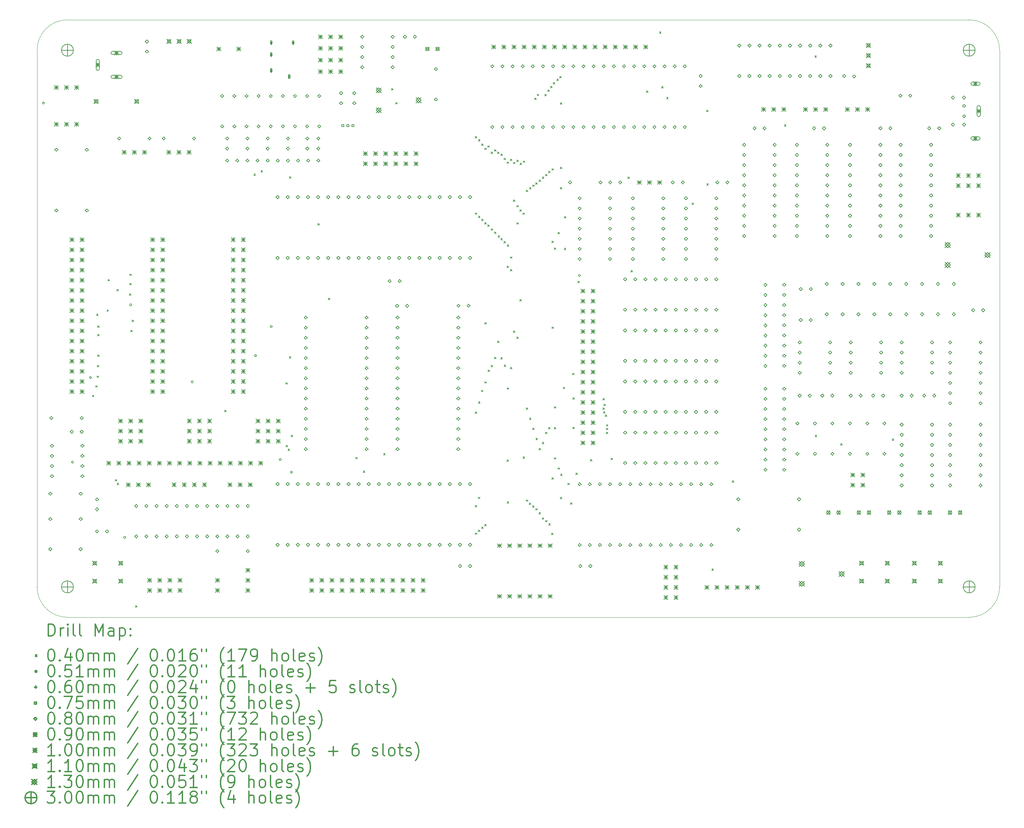
<source format=gbr>
%FSLAX45Y45*%
G04 Gerber Fmt 4.5, Leading zero omitted, Abs format (unit mm)*
G04 Created by KiCad (PCBNEW (5.1.9)-1) date 2022-12-05 11:23:34*
%MOMM*%
%LPD*%
G01*
G04 APERTURE LIST*
%TA.AperFunction,Profile*%
%ADD10C,0.050000*%
%TD*%
%ADD11C,0.200000*%
%ADD12C,0.300000*%
G04 APERTURE END LIST*
D10*
X-2032000Y-16256000D02*
X-2032000Y-2794000D01*
X21336000Y-17018000D02*
X-1270000Y-17018000D01*
X22098000Y-2794000D02*
X22098000Y-16256000D01*
X-1270000Y-2032000D02*
X21336000Y-2032000D01*
X-1270000Y-17018000D02*
G75*
G02*
X-2032000Y-16256000I0J762000D01*
G01*
X22098000Y-16256000D02*
G75*
G02*
X21336000Y-17018000I-762000J0D01*
G01*
X21336000Y-2032000D02*
G75*
G02*
X22098000Y-2794000I0J-762000D01*
G01*
X-2032000Y-2794000D02*
G75*
G02*
X-1270000Y-2032000I762000J0D01*
G01*
D11*
X-645000Y-11446000D02*
X-605000Y-11486000D01*
X-605000Y-11446000D02*
X-645000Y-11486000D01*
X-561304Y-11209000D02*
X-521304Y-11249000D01*
X-521304Y-11209000D02*
X-561304Y-11249000D01*
X-543000Y-9408000D02*
X-503000Y-9448000D01*
X-503000Y-9408000D02*
X-543000Y-9448000D01*
X-530823Y-10965000D02*
X-490823Y-11005000D01*
X-490823Y-10965000D02*
X-530823Y-11005000D01*
X-520000Y-10698000D02*
X-480000Y-10738000D01*
X-480000Y-10698000D02*
X-520000Y-10738000D01*
X-513000Y-9705000D02*
X-473000Y-9745000D01*
X-473000Y-9705000D02*
X-513000Y-9745000D01*
X-513000Y-9920000D02*
X-473000Y-9960000D01*
X-473000Y-9920000D02*
X-513000Y-9960000D01*
X-513000Y-10433000D02*
X-473000Y-10473000D01*
X-473000Y-10433000D02*
X-513000Y-10473000D01*
X-278861Y-9304000D02*
X-238861Y-9344000D01*
X-238861Y-9304000D02*
X-278861Y-9344000D01*
X-255000Y-8542000D02*
X-215000Y-8582000D01*
X-215000Y-8542000D02*
X-255000Y-8582000D01*
X-75000Y-13563000D02*
X-35000Y-13603000D01*
X-35000Y-13563000D02*
X-75000Y-13603000D01*
X-33000Y-8795000D02*
X7000Y-8835000D01*
X7000Y-8795000D02*
X-33000Y-8835000D01*
X-25000Y-13652000D02*
X15000Y-13692000D01*
X15000Y-13652000D02*
X-25000Y-13692000D01*
X284000Y-8905000D02*
X324000Y-8945000D01*
X324000Y-8905000D02*
X284000Y-8945000D01*
X294000Y-8407500D02*
X334000Y-8447500D01*
X334000Y-8407500D02*
X294000Y-8447500D01*
X294000Y-8642500D02*
X334000Y-8682500D01*
X334000Y-8642500D02*
X294000Y-8682500D01*
X314000Y-9815000D02*
X354000Y-9855000D01*
X354000Y-9815000D02*
X314000Y-9855000D01*
X349000Y-9562500D02*
X389000Y-9602500D01*
X389000Y-9562500D02*
X349000Y-9602500D01*
X438000Y-16724000D02*
X478000Y-16764000D01*
X478000Y-16724000D02*
X438000Y-16764000D01*
X2668000Y-11822000D02*
X2708000Y-11862000D01*
X2708000Y-11822000D02*
X2668000Y-11862000D01*
X3403000Y-5897000D02*
X3443000Y-5937000D01*
X3443000Y-5897000D02*
X3403000Y-5937000D01*
X3582000Y-5809139D02*
X3622000Y-5849139D01*
X3622000Y-5809139D02*
X3582000Y-5849139D01*
X4201139Y-11133000D02*
X4241139Y-11173000D01*
X4241139Y-11133000D02*
X4201139Y-11173000D01*
X4210551Y-12706449D02*
X4250551Y-12746449D01*
X4250551Y-12706449D02*
X4210551Y-12746449D01*
X4257997Y-12797003D02*
X4297997Y-12837003D01*
X4297997Y-12797003D02*
X4257997Y-12837003D01*
X4293000Y-10475000D02*
X4333000Y-10515000D01*
X4333000Y-10475000D02*
X4293000Y-10515000D01*
X4298000Y-5962339D02*
X4338000Y-6002339D01*
X4338000Y-5962339D02*
X4298000Y-6002339D01*
X4339342Y-12448000D02*
X4379342Y-12488000D01*
X4379342Y-12448000D02*
X4339342Y-12488000D01*
X5009200Y-7142800D02*
X5049200Y-7182800D01*
X5049200Y-7142800D02*
X5009200Y-7182800D01*
X5267000Y-9013000D02*
X5307000Y-9053000D01*
X5307000Y-9013000D02*
X5267000Y-9053000D01*
X5958000Y-13005000D02*
X5998000Y-13045000D01*
X5998000Y-13005000D02*
X5958000Y-13045000D01*
X6145481Y-13347785D02*
X6185481Y-13387785D01*
X6185481Y-13347785D02*
X6145481Y-13387785D01*
X6654000Y-12910000D02*
X6694000Y-12950000D01*
X6694000Y-12910000D02*
X6654000Y-12950000D01*
X6853000Y-3754000D02*
X6893000Y-3794000D01*
X6893000Y-3754000D02*
X6853000Y-3794000D01*
X6952000Y-4106000D02*
X6992000Y-4146000D01*
X6992000Y-4106000D02*
X6952000Y-4146000D01*
X8951000Y-14902000D02*
X8991000Y-14942000D01*
X8991000Y-14902000D02*
X8951000Y-14942000D01*
X8952000Y-4959000D02*
X8992000Y-4999000D01*
X8992000Y-4959000D02*
X8952000Y-4999000D01*
X8952000Y-6874000D02*
X8992000Y-6914000D01*
X8992000Y-6874000D02*
X8952000Y-6914000D01*
X8952000Y-11867000D02*
X8992000Y-11907000D01*
X8992000Y-11867000D02*
X8952000Y-11907000D01*
X8952000Y-14213000D02*
X8992000Y-14253000D01*
X8992000Y-14213000D02*
X8952000Y-14253000D01*
X9030000Y-14004000D02*
X9070000Y-14044000D01*
X9070000Y-14004000D02*
X9030000Y-14044000D01*
X9032000Y-14832000D02*
X9072000Y-14872000D01*
X9072000Y-14832000D02*
X9032000Y-14872000D01*
X9033000Y-5035000D02*
X9073000Y-5075000D01*
X9073000Y-5035000D02*
X9033000Y-5075000D01*
X9033000Y-6954000D02*
X9073000Y-6994000D01*
X9073000Y-6954000D02*
X9033000Y-6994000D01*
X9033140Y-11613860D02*
X9073140Y-11653860D01*
X9073140Y-11613860D02*
X9033140Y-11653860D01*
X9110000Y-11320000D02*
X9150000Y-11360000D01*
X9150000Y-11320000D02*
X9110000Y-11360000D01*
X9111000Y-14750000D02*
X9151000Y-14790000D01*
X9151000Y-14750000D02*
X9111000Y-14790000D01*
X9112000Y-5144000D02*
X9152000Y-5184000D01*
X9152000Y-5144000D02*
X9112000Y-5184000D01*
X9112000Y-7031000D02*
X9152000Y-7071000D01*
X9152000Y-7031000D02*
X9112000Y-7071000D01*
X9188000Y-5250000D02*
X9228000Y-5290000D01*
X9228000Y-5250000D02*
X9188000Y-5290000D01*
X9191000Y-14683000D02*
X9231000Y-14723000D01*
X9231000Y-14683000D02*
X9191000Y-14723000D01*
X9192000Y-7113000D02*
X9232000Y-7153000D01*
X9232000Y-7113000D02*
X9192000Y-7153000D01*
X9192000Y-9626000D02*
X9232000Y-9666000D01*
X9232000Y-9626000D02*
X9192000Y-9666000D01*
X9192000Y-11107000D02*
X9232000Y-11147000D01*
X9232000Y-11107000D02*
X9192000Y-11147000D01*
X9266705Y-7175363D02*
X9306705Y-7215363D01*
X9306705Y-7175363D02*
X9266705Y-7215363D01*
X9268601Y-5190304D02*
X9308601Y-5230304D01*
X9308601Y-5190304D02*
X9268601Y-5230304D01*
X9272000Y-10816000D02*
X9312000Y-10856000D01*
X9312000Y-10816000D02*
X9272000Y-10856000D01*
X9352000Y-7272000D02*
X9392000Y-7312000D01*
X9392000Y-7272000D02*
X9352000Y-7312000D01*
X9352000Y-10697000D02*
X9392000Y-10737000D01*
X9392000Y-10697000D02*
X9352000Y-10737000D01*
X9353000Y-5345000D02*
X9393000Y-5385000D01*
X9393000Y-5345000D02*
X9353000Y-5385000D01*
X9433000Y-5286000D02*
X9473000Y-5326000D01*
X9473000Y-5286000D02*
X9433000Y-5326000D01*
X9433000Y-7354000D02*
X9473000Y-7394000D01*
X9473000Y-7354000D02*
X9433000Y-7394000D01*
X9436000Y-10494000D02*
X9476000Y-10534000D01*
X9476000Y-10494000D02*
X9436000Y-10534000D01*
X9511000Y-5349000D02*
X9551000Y-5389000D01*
X9551000Y-5349000D02*
X9511000Y-5389000D01*
X9514588Y-10085205D02*
X9554588Y-10125205D01*
X9554588Y-10085205D02*
X9514588Y-10125205D01*
X9525414Y-7443518D02*
X9565414Y-7483518D01*
X9565414Y-7443518D02*
X9525414Y-7483518D01*
X9592000Y-7515000D02*
X9632000Y-7555000D01*
X9632000Y-7515000D02*
X9592000Y-7555000D01*
X9592000Y-10503000D02*
X9632000Y-10543000D01*
X9632000Y-10503000D02*
X9592000Y-10543000D01*
X9594000Y-5399000D02*
X9634000Y-5439000D01*
X9634000Y-5399000D02*
X9594000Y-5439000D01*
X9672000Y-5504000D02*
X9712000Y-5544000D01*
X9712000Y-5504000D02*
X9672000Y-5544000D01*
X9672000Y-7592000D02*
X9712000Y-7632000D01*
X9712000Y-7592000D02*
X9672000Y-7632000D01*
X9676234Y-10688439D02*
X9716234Y-10728439D01*
X9716234Y-10688439D02*
X9676234Y-10728439D01*
X9747631Y-8207139D02*
X9787631Y-8247139D01*
X9787631Y-8207139D02*
X9747631Y-8247139D01*
X9750000Y-5597000D02*
X9790000Y-5637000D01*
X9790000Y-5597000D02*
X9750000Y-5637000D01*
X9750140Y-13069860D02*
X9790140Y-13109860D01*
X9790140Y-13069860D02*
X9750140Y-13109860D01*
X9752000Y-7673000D02*
X9792000Y-7713000D01*
X9792000Y-7673000D02*
X9752000Y-7713000D01*
X9752000Y-11260000D02*
X9792000Y-11300000D01*
X9792000Y-11260000D02*
X9752000Y-11300000D01*
X9752000Y-14119000D02*
X9792000Y-14159000D01*
X9792000Y-14119000D02*
X9752000Y-14159000D01*
X9831000Y-5526000D02*
X9871000Y-5566000D01*
X9871000Y-5526000D02*
X9831000Y-5566000D01*
X9832000Y-7975000D02*
X9872000Y-8015000D01*
X9872000Y-7975000D02*
X9832000Y-8015000D01*
X9832000Y-8291000D02*
X9872000Y-8331000D01*
X9872000Y-8291000D02*
X9832000Y-8331000D01*
X9832000Y-10749000D02*
X9872000Y-10789000D01*
X9872000Y-10749000D02*
X9832000Y-10789000D01*
X9911000Y-5605000D02*
X9951000Y-5645000D01*
X9951000Y-5605000D02*
X9911000Y-5645000D01*
X9912000Y-6548000D02*
X9952000Y-6588000D01*
X9952000Y-6548000D02*
X9912000Y-6588000D01*
X9912000Y-9836000D02*
X9952000Y-9876000D01*
X9952000Y-9836000D02*
X9912000Y-9876000D01*
X9992000Y-6689000D02*
X10032000Y-6729000D01*
X10032000Y-6689000D02*
X9992000Y-6729000D01*
X9992000Y-7120000D02*
X10032000Y-7160000D01*
X10032000Y-7120000D02*
X9992000Y-7160000D01*
X9992000Y-9987000D02*
X10032000Y-10027000D01*
X10032000Y-9987000D02*
X9992000Y-10027000D01*
X9994000Y-5550000D02*
X10034000Y-5590000D01*
X10034000Y-5550000D02*
X9994000Y-5590000D01*
X10072000Y-6792000D02*
X10112000Y-6832000D01*
X10112000Y-6792000D02*
X10072000Y-6832000D01*
X10072000Y-9046000D02*
X10112000Y-9086000D01*
X10112000Y-9046000D02*
X10072000Y-9086000D01*
X10074000Y-5626112D02*
X10114000Y-5666112D01*
X10114000Y-5626112D02*
X10074000Y-5666112D01*
X10145659Y-6875341D02*
X10185659Y-6915341D01*
X10185659Y-6875341D02*
X10145659Y-6915341D01*
X10152000Y-12993000D02*
X10192000Y-13033000D01*
X10192000Y-12993000D02*
X10152000Y-13033000D01*
X10155000Y-5571000D02*
X10195000Y-5611000D01*
X10195000Y-5571000D02*
X10155000Y-5611000D01*
X10230000Y-14072000D02*
X10270000Y-14112000D01*
X10270000Y-14072000D02*
X10230000Y-14112000D01*
X10232000Y-6305000D02*
X10272000Y-6345000D01*
X10272000Y-6305000D02*
X10232000Y-6345000D01*
X10233000Y-11765000D02*
X10273000Y-11805000D01*
X10273000Y-11765000D02*
X10233000Y-11805000D01*
X10306000Y-14151000D02*
X10346000Y-14191000D01*
X10346000Y-14151000D02*
X10306000Y-14191000D01*
X10312000Y-6237000D02*
X10352000Y-6277000D01*
X10352000Y-6237000D02*
X10312000Y-6277000D01*
X10313000Y-12019000D02*
X10353000Y-12059000D01*
X10353000Y-12019000D02*
X10313000Y-12059000D01*
X10389000Y-14221000D02*
X10429000Y-14261000D01*
X10429000Y-14221000D02*
X10389000Y-14261000D01*
X10392000Y-6173000D02*
X10432000Y-6213000D01*
X10432000Y-6173000D02*
X10392000Y-6213000D01*
X10393000Y-12273000D02*
X10433000Y-12313000D01*
X10433000Y-12273000D02*
X10393000Y-12313000D01*
X10443000Y-3990550D02*
X10483000Y-4030550D01*
X10483000Y-3990550D02*
X10443000Y-4030550D01*
X10468000Y-14291000D02*
X10508000Y-14331000D01*
X10508000Y-14291000D02*
X10468000Y-14331000D01*
X10471000Y-6114000D02*
X10511000Y-6154000D01*
X10511000Y-6114000D02*
X10471000Y-6154000D01*
X10472000Y-12527000D02*
X10512000Y-12567000D01*
X10512000Y-12527000D02*
X10472000Y-12567000D01*
X10505861Y-3895308D02*
X10545861Y-3935308D01*
X10545861Y-3895308D02*
X10505861Y-3935308D01*
X10548000Y-14386000D02*
X10588000Y-14426000D01*
X10588000Y-14386000D02*
X10548000Y-14426000D01*
X10552000Y-12781000D02*
X10592000Y-12821000D01*
X10592000Y-12781000D02*
X10552000Y-12821000D01*
X10556115Y-6051139D02*
X10596115Y-6091139D01*
X10596115Y-6051139D02*
X10556115Y-6091139D01*
X10633000Y-5970000D02*
X10673000Y-6010000D01*
X10673000Y-5970000D02*
X10633000Y-6010000D01*
X10633000Y-12630000D02*
X10673000Y-12670000D01*
X10673000Y-12630000D02*
X10633000Y-12670000D01*
X10634000Y-14520000D02*
X10674000Y-14560000D01*
X10674000Y-14520000D02*
X10634000Y-14560000D01*
X10700000Y-3899000D02*
X10740000Y-3939000D01*
X10740000Y-3899000D02*
X10700000Y-3939000D01*
X10713140Y-12375860D02*
X10753140Y-12415860D01*
X10753140Y-12375860D02*
X10713140Y-12415860D01*
X10714000Y-14587000D02*
X10754000Y-14627000D01*
X10754000Y-14587000D02*
X10714000Y-14627000D01*
X10715871Y-5906134D02*
X10755871Y-5946134D01*
X10755871Y-5906134D02*
X10715871Y-5946134D01*
X10775000Y-3791000D02*
X10815000Y-3831000D01*
X10815000Y-3791000D02*
X10775000Y-3831000D01*
X10792000Y-5830000D02*
X10832000Y-5870000D01*
X10832000Y-5830000D02*
X10792000Y-5870000D01*
X10792000Y-12253000D02*
X10832000Y-12293000D01*
X10832000Y-12253000D02*
X10792000Y-12293000D01*
X10794000Y-14666000D02*
X10834000Y-14706000D01*
X10834000Y-14666000D02*
X10794000Y-14706000D01*
X10840000Y-3694000D02*
X10880000Y-3734000D01*
X10880000Y-3694000D02*
X10840000Y-3734000D01*
X10864497Y-14903497D02*
X10904497Y-14943497D01*
X10904497Y-14903497D02*
X10864497Y-14943497D01*
X10872000Y-5765344D02*
X10912000Y-5805344D01*
X10912000Y-5765344D02*
X10872000Y-5805344D01*
X10872000Y-7578861D02*
X10912000Y-7618861D01*
X10912000Y-7578861D02*
X10872000Y-7618861D01*
X10872000Y-9736000D02*
X10912000Y-9776000D01*
X10912000Y-9736000D02*
X10872000Y-9776000D01*
X10872000Y-13515861D02*
X10912000Y-13555861D01*
X10912000Y-13515861D02*
X10872000Y-13555861D01*
X10907000Y-3600000D02*
X10947000Y-3640000D01*
X10947000Y-3600000D02*
X10907000Y-3640000D01*
X10934861Y-7748000D02*
X10974861Y-7788000D01*
X10974861Y-7748000D02*
X10934861Y-7788000D01*
X10934861Y-11734861D02*
X10974861Y-11774861D01*
X10974861Y-11734861D02*
X10934861Y-11774861D01*
X10936000Y-12255000D02*
X10976000Y-12295000D01*
X10976000Y-12255000D02*
X10936000Y-12295000D01*
X10936000Y-13014000D02*
X10976000Y-13054000D01*
X10976000Y-13014000D02*
X10936000Y-13054000D01*
X10997000Y-3517000D02*
X11037000Y-3557000D01*
X11037000Y-3517000D02*
X10997000Y-3557000D01*
X11026000Y-7363000D02*
X11066000Y-7403000D01*
X11066000Y-7363000D02*
X11026000Y-7403000D01*
X11026000Y-13266000D02*
X11066000Y-13306000D01*
X11066000Y-13266000D02*
X11026000Y-13306000D01*
X11071000Y-3448861D02*
X11111000Y-3488861D01*
X11111000Y-3448861D02*
X11071000Y-3488861D01*
X11086000Y-4108000D02*
X11126000Y-4148000D01*
X11126000Y-4108000D02*
X11086000Y-4148000D01*
X11088882Y-5729483D02*
X11128882Y-5769483D01*
X11128882Y-5729483D02*
X11088882Y-5769483D01*
X11089000Y-6235000D02*
X11129000Y-6275000D01*
X11129000Y-6235000D02*
X11089000Y-6275000D01*
X11089000Y-14005000D02*
X11129000Y-14045000D01*
X11129000Y-14005000D02*
X11089000Y-14045000D01*
X11090773Y-13423777D02*
X11130773Y-13463777D01*
X11130773Y-13423777D02*
X11090773Y-13463777D01*
X11159000Y-11242500D02*
X11199000Y-11282500D01*
X11199000Y-11242500D02*
X11159000Y-11282500D01*
X11185000Y-7757000D02*
X11225000Y-7797000D01*
X11225000Y-7757000D02*
X11185000Y-7797000D01*
X11187000Y-6965000D02*
X11227000Y-7005000D01*
X11227000Y-6965000D02*
X11187000Y-7005000D01*
X11270000Y-13657000D02*
X11310000Y-13697000D01*
X11310000Y-13657000D02*
X11270000Y-13697000D01*
X11338000Y-14142000D02*
X11378000Y-14182000D01*
X11378000Y-14142000D02*
X11338000Y-14182000D01*
X11388639Y-10896950D02*
X11428639Y-10936950D01*
X11428639Y-10896950D02*
X11388639Y-10936950D01*
X11398208Y-12243792D02*
X11438208Y-12283792D01*
X11438208Y-12243792D02*
X11398208Y-12283792D01*
X11402000Y-11511000D02*
X11442000Y-11551000D01*
X11442000Y-11511000D02*
X11402000Y-11551000D01*
X11473000Y-13397861D02*
X11513000Y-13437861D01*
X11513000Y-13397861D02*
X11473000Y-13437861D01*
X11527750Y-8586250D02*
X11567750Y-8626250D01*
X11567750Y-8586250D02*
X11527750Y-8626250D01*
X11841800Y-13061001D02*
X11881800Y-13101001D01*
X11881800Y-13061001D02*
X11841800Y-13101001D01*
X12152823Y-11764850D02*
X12192823Y-11804850D01*
X12192823Y-11764850D02*
X12152823Y-11804850D01*
X12154000Y-11525000D02*
X12194000Y-11565000D01*
X12194000Y-11525000D02*
X12154000Y-11565000D01*
X12165323Y-11860395D02*
X12205323Y-11900395D01*
X12205323Y-11860395D02*
X12165323Y-11900395D01*
X12176149Y-11672509D02*
X12216149Y-11712509D01*
X12216149Y-11672509D02*
X12176149Y-11712509D01*
X12212722Y-11943004D02*
X12252722Y-11983004D01*
X12252722Y-11943004D02*
X12212722Y-11983004D01*
X12236018Y-12372513D02*
X12276018Y-12412513D01*
X12276018Y-12372513D02*
X12236018Y-12412513D01*
X12236481Y-12277273D02*
X12276481Y-12317273D01*
X12276481Y-12277273D02*
X12236481Y-12317273D01*
X12241500Y-12182164D02*
X12281500Y-12222164D01*
X12281500Y-12182164D02*
X12241500Y-12222164D01*
X12357199Y-13023199D02*
X12397199Y-13063199D01*
X12397199Y-13023199D02*
X12357199Y-13063199D01*
X12779000Y-5970000D02*
X12819000Y-6010000D01*
X12819000Y-5970000D02*
X12779000Y-6010000D01*
X12859000Y-8319000D02*
X12899000Y-8359000D01*
X12899000Y-8319000D02*
X12859000Y-8359000D01*
X13244000Y-3817000D02*
X13284000Y-3857000D01*
X13284000Y-3817000D02*
X13244000Y-3857000D01*
X13571000Y-2330000D02*
X13611000Y-2370000D01*
X13611000Y-2330000D02*
X13571000Y-2370000D01*
X13627861Y-3707000D02*
X13667861Y-3747000D01*
X13667861Y-3707000D02*
X13627861Y-3747000D01*
X13750139Y-3972000D02*
X13790139Y-4012000D01*
X13790139Y-3972000D02*
X13750139Y-4012000D01*
X14386139Y-6625000D02*
X14426139Y-6665000D01*
X14426139Y-6625000D02*
X14386139Y-6665000D01*
X14751739Y-4298261D02*
X14791739Y-4338261D01*
X14791739Y-4298261D02*
X14751739Y-4338261D01*
X14756500Y-6142500D02*
X14796500Y-6182500D01*
X14796500Y-6142500D02*
X14756500Y-6182500D01*
X14884000Y-15805000D02*
X14924000Y-15845000D01*
X14924000Y-15805000D02*
X14884000Y-15845000D01*
X15397800Y-13594400D02*
X15437800Y-13634400D01*
X15437800Y-13594400D02*
X15397800Y-13634400D01*
X16704000Y-4663000D02*
X16744000Y-4703000D01*
X16744000Y-4663000D02*
X16704000Y-4703000D01*
X17465880Y-2934880D02*
X17505880Y-2974880D01*
X17505880Y-2934880D02*
X17465880Y-2974880D01*
X17475000Y-12452000D02*
X17515000Y-12492000D01*
X17515000Y-12452000D02*
X17475000Y-12492000D01*
X18112000Y-12660000D02*
X18152000Y-12700000D01*
X18152000Y-12660000D02*
X18112000Y-12700000D01*
X19405500Y-12544500D02*
X19445500Y-12584500D01*
X19445500Y-12544500D02*
X19405500Y-12584500D01*
X-1847600Y-4119000D02*
G75*
G03*
X-1847600Y-4119000I-25400J0D01*
G01*
X-1118100Y-13125000D02*
G75*
G03*
X-1118100Y-13125000I-25400J0D01*
G01*
X-668600Y-11005000D02*
G75*
G03*
X-668600Y-11005000I-25400J0D01*
G01*
X190650Y-15013750D02*
G75*
G03*
X190650Y-15013750I-25400J0D01*
G01*
X339900Y-9182000D02*
G75*
G03*
X339900Y-9182000I-25400J0D01*
G01*
X1881900Y-11112500D02*
G75*
G03*
X1881900Y-11112500I-25400J0D01*
G01*
X3469400Y-10455000D02*
G75*
G03*
X3469400Y-10455000I-25400J0D01*
G01*
X3863400Y-9726000D02*
G75*
G03*
X3863400Y-9726000I-25400J0D01*
G01*
X4091400Y-13062000D02*
G75*
G03*
X4091400Y-13062000I-25400J0D01*
G01*
X4369400Y-13378000D02*
G75*
G03*
X4369400Y-13378000I-25400J0D01*
G01*
X11588400Y-8445000D02*
G75*
G03*
X11588400Y-8445000I-25400J0D01*
G01*
X3838500Y-2573000D02*
X3838500Y-2633000D01*
X3808500Y-2603000D02*
X3868500Y-2603000D01*
X3818500Y-2573000D02*
X3818500Y-2633000D01*
X3858500Y-2573000D02*
X3858500Y-2633000D01*
X3818500Y-2633000D02*
G75*
G03*
X3858500Y-2633000I20000J0D01*
G01*
X3858500Y-2573000D02*
G75*
G03*
X3818500Y-2573000I-20000J0D01*
G01*
X3838500Y-2873000D02*
X3838500Y-2933000D01*
X3808500Y-2903000D02*
X3868500Y-2903000D01*
X3818500Y-2873000D02*
X3818500Y-2933000D01*
X3858500Y-2873000D02*
X3858500Y-2933000D01*
X3818500Y-2933000D02*
G75*
G03*
X3858500Y-2933000I20000J0D01*
G01*
X3858500Y-2873000D02*
G75*
G03*
X3818500Y-2873000I-20000J0D01*
G01*
X3838500Y-3273000D02*
X3838500Y-3333000D01*
X3808500Y-3303000D02*
X3868500Y-3303000D01*
X3818500Y-3273000D02*
X3818500Y-3333000D01*
X3858500Y-3273000D02*
X3858500Y-3333000D01*
X3818500Y-3333000D02*
G75*
G03*
X3858500Y-3333000I20000J0D01*
G01*
X3858500Y-3273000D02*
G75*
G03*
X3818500Y-3273000I-20000J0D01*
G01*
X4288500Y-3423000D02*
X4288500Y-3483000D01*
X4258500Y-3453000D02*
X4318500Y-3453000D01*
X4268500Y-3423000D02*
X4268500Y-3483000D01*
X4308500Y-3423000D02*
X4308500Y-3483000D01*
X4268500Y-3483000D02*
G75*
G03*
X4308500Y-3483000I20000J0D01*
G01*
X4308500Y-3423000D02*
G75*
G03*
X4268500Y-3423000I-20000J0D01*
G01*
X4388500Y-2573000D02*
X4388500Y-2633000D01*
X4358500Y-2603000D02*
X4418500Y-2603000D01*
X4368500Y-2573000D02*
X4368500Y-2633000D01*
X4408500Y-2573000D02*
X4408500Y-2633000D01*
X4368500Y-2633000D02*
G75*
G03*
X4408500Y-2633000I20000J0D01*
G01*
X4408500Y-2573000D02*
G75*
G03*
X4368500Y-2573000I-20000J0D01*
G01*
X5659517Y-4711517D02*
X5659517Y-4658483D01*
X5606483Y-4658483D01*
X5606483Y-4711517D01*
X5659517Y-4711517D01*
X5786517Y-4711517D02*
X5786517Y-4658483D01*
X5733483Y-4658483D01*
X5733483Y-4711517D01*
X5786517Y-4711517D01*
X5913517Y-4711517D02*
X5913517Y-4658483D01*
X5860483Y-4658483D01*
X5860483Y-4711517D01*
X5913517Y-4711517D01*
X-1701000Y-13958000D02*
X-1661000Y-13918000D01*
X-1701000Y-13878000D01*
X-1741000Y-13918000D01*
X-1701000Y-13958000D01*
X-1700000Y-14593000D02*
X-1660000Y-14553000D01*
X-1700000Y-14513000D01*
X-1740000Y-14553000D01*
X-1700000Y-14593000D01*
X-1700000Y-15351000D02*
X-1660000Y-15311000D01*
X-1700000Y-15271000D01*
X-1740000Y-15311000D01*
X-1700000Y-15351000D01*
X-1675000Y-12061000D02*
X-1635000Y-12021000D01*
X-1675000Y-11981000D01*
X-1715000Y-12021000D01*
X-1675000Y-12061000D01*
X-1658000Y-12757000D02*
X-1618000Y-12717000D01*
X-1658000Y-12677000D01*
X-1698000Y-12717000D01*
X-1658000Y-12757000D01*
X-1658000Y-13011000D02*
X-1618000Y-12971000D01*
X-1658000Y-12931000D01*
X-1698000Y-12971000D01*
X-1658000Y-13011000D01*
X-1658000Y-13265000D02*
X-1618000Y-13225000D01*
X-1658000Y-13185000D01*
X-1698000Y-13225000D01*
X-1658000Y-13265000D01*
X-1658000Y-13519000D02*
X-1618000Y-13479000D01*
X-1658000Y-13439000D01*
X-1698000Y-13479000D01*
X-1658000Y-13519000D01*
X-1547000Y-5332000D02*
X-1507000Y-5292000D01*
X-1547000Y-5252000D01*
X-1587000Y-5292000D01*
X-1547000Y-5332000D01*
X-1547000Y-6856000D02*
X-1507000Y-6816000D01*
X-1547000Y-6776000D01*
X-1587000Y-6816000D01*
X-1547000Y-6856000D01*
X-1161000Y-12404000D02*
X-1121000Y-12364000D01*
X-1161000Y-12324000D01*
X-1201000Y-12364000D01*
X-1161000Y-12404000D01*
X-939000Y-13958000D02*
X-899000Y-13918000D01*
X-939000Y-13878000D01*
X-979000Y-13918000D01*
X-939000Y-13958000D01*
X-938000Y-14593000D02*
X-898000Y-14553000D01*
X-938000Y-14513000D01*
X-978000Y-14553000D01*
X-938000Y-14593000D01*
X-938000Y-15351000D02*
X-898000Y-15311000D01*
X-938000Y-15271000D01*
X-978000Y-15311000D01*
X-938000Y-15351000D01*
X-913000Y-12061000D02*
X-873000Y-12021000D01*
X-913000Y-11981000D01*
X-953000Y-12021000D01*
X-913000Y-12061000D01*
X-911000Y-12404000D02*
X-871000Y-12364000D01*
X-911000Y-12324000D01*
X-951000Y-12364000D01*
X-911000Y-12404000D01*
X-896000Y-12757000D02*
X-856000Y-12717000D01*
X-896000Y-12677000D01*
X-936000Y-12717000D01*
X-896000Y-12757000D01*
X-896000Y-13011000D02*
X-856000Y-12971000D01*
X-896000Y-12931000D01*
X-936000Y-12971000D01*
X-896000Y-13011000D01*
X-896000Y-13265000D02*
X-856000Y-13225000D01*
X-896000Y-13185000D01*
X-936000Y-13225000D01*
X-896000Y-13265000D01*
X-896000Y-13519000D02*
X-856000Y-13479000D01*
X-896000Y-13439000D01*
X-936000Y-13479000D01*
X-896000Y-13519000D01*
X-785000Y-5332000D02*
X-745000Y-5292000D01*
X-785000Y-5252000D01*
X-825000Y-5292000D01*
X-785000Y-5332000D01*
X-785000Y-6856000D02*
X-745000Y-6816000D01*
X-785000Y-6776000D01*
X-825000Y-6816000D01*
X-785000Y-6856000D01*
X-527000Y-14102000D02*
X-487000Y-14062000D01*
X-527000Y-14022000D01*
X-567000Y-14062000D01*
X-527000Y-14102000D01*
X-527000Y-14352000D02*
X-487000Y-14312000D01*
X-527000Y-14272000D01*
X-567000Y-14312000D01*
X-527000Y-14352000D01*
X-527000Y-14906000D02*
X-487000Y-14866000D01*
X-527000Y-14826000D01*
X-567000Y-14866000D01*
X-527000Y-14906000D01*
X-277000Y-14906000D02*
X-237000Y-14866000D01*
X-277000Y-14826000D01*
X-317000Y-14866000D01*
X-277000Y-14906000D01*
X23900Y-5049000D02*
X63900Y-5009000D01*
X23900Y-4969000D01*
X-16100Y-5009000D01*
X23900Y-5049000D01*
X457200Y-14267000D02*
X497200Y-14227000D01*
X457200Y-14187000D01*
X417200Y-14227000D01*
X457200Y-14267000D01*
X457200Y-15029000D02*
X497200Y-14989000D01*
X457200Y-14949000D01*
X417200Y-14989000D01*
X457200Y-15029000D01*
X711200Y-14267000D02*
X751200Y-14227000D01*
X711200Y-14187000D01*
X671200Y-14227000D01*
X711200Y-14267000D01*
X711200Y-15029000D02*
X751200Y-14989000D01*
X711200Y-14949000D01*
X671200Y-14989000D01*
X711200Y-15029000D01*
X722000Y-2616500D02*
X762000Y-2576500D01*
X722000Y-2536500D01*
X682000Y-2576500D01*
X722000Y-2616500D01*
X722000Y-2866500D02*
X762000Y-2826500D01*
X722000Y-2786500D01*
X682000Y-2826500D01*
X722000Y-2866500D01*
X785900Y-5049000D02*
X825900Y-5009000D01*
X785900Y-4969000D01*
X745900Y-5009000D01*
X785900Y-5049000D01*
X965200Y-14267000D02*
X1005200Y-14227000D01*
X965200Y-14187000D01*
X925200Y-14227000D01*
X965200Y-14267000D01*
X965200Y-15029000D02*
X1005200Y-14989000D01*
X965200Y-14949000D01*
X925200Y-14989000D01*
X965200Y-15029000D01*
X1141500Y-5049000D02*
X1181500Y-5009000D01*
X1141500Y-4969000D01*
X1101500Y-5009000D01*
X1141500Y-5049000D01*
X1219200Y-14267000D02*
X1259200Y-14227000D01*
X1219200Y-14187000D01*
X1179200Y-14227000D01*
X1219200Y-14267000D01*
X1219200Y-15029000D02*
X1259200Y-14989000D01*
X1219200Y-14949000D01*
X1179200Y-14989000D01*
X1219200Y-15029000D01*
X1473200Y-14267000D02*
X1513200Y-14227000D01*
X1473200Y-14187000D01*
X1433200Y-14227000D01*
X1473200Y-14267000D01*
X1473200Y-15029000D02*
X1513200Y-14989000D01*
X1473200Y-14949000D01*
X1433200Y-14989000D01*
X1473200Y-15029000D01*
X1727200Y-14267000D02*
X1767200Y-14227000D01*
X1727200Y-14187000D01*
X1687200Y-14227000D01*
X1727200Y-14267000D01*
X1727200Y-15029000D02*
X1767200Y-14989000D01*
X1727200Y-14949000D01*
X1687200Y-14989000D01*
X1727200Y-15029000D01*
X1903500Y-5049000D02*
X1943500Y-5009000D01*
X1903500Y-4969000D01*
X1863500Y-5009000D01*
X1903500Y-5049000D01*
X1981200Y-14267000D02*
X2021200Y-14227000D01*
X1981200Y-14187000D01*
X1941200Y-14227000D01*
X1981200Y-14267000D01*
X1981200Y-15029000D02*
X2021200Y-14989000D01*
X1981200Y-14949000D01*
X1941200Y-14989000D01*
X1981200Y-15029000D01*
X2235200Y-14267000D02*
X2275200Y-14227000D01*
X2235200Y-14187000D01*
X2195200Y-14227000D01*
X2235200Y-14267000D01*
X2235200Y-15029000D02*
X2275200Y-14989000D01*
X2235200Y-14949000D01*
X2195200Y-14989000D01*
X2235200Y-15029000D01*
X2489200Y-14267000D02*
X2529200Y-14227000D01*
X2489200Y-14187000D01*
X2449200Y-14227000D01*
X2489200Y-14267000D01*
X2489200Y-15029000D02*
X2529200Y-14989000D01*
X2489200Y-14949000D01*
X2449200Y-14989000D01*
X2489200Y-15029000D01*
X2489200Y-15397500D02*
X2529200Y-15357500D01*
X2489200Y-15317500D01*
X2449200Y-15357500D01*
X2489200Y-15397500D01*
X2610750Y-3983000D02*
X2650750Y-3943000D01*
X2610750Y-3903000D01*
X2570750Y-3943000D01*
X2610750Y-3983000D01*
X2610750Y-4745000D02*
X2650750Y-4705000D01*
X2610750Y-4665000D01*
X2570750Y-4705000D01*
X2610750Y-4745000D01*
X2733700Y-5049000D02*
X2773700Y-5009000D01*
X2733700Y-4969000D01*
X2693700Y-5009000D01*
X2733700Y-5049000D01*
X2733700Y-5299000D02*
X2773700Y-5259000D01*
X2733700Y-5219000D01*
X2693700Y-5259000D01*
X2733700Y-5299000D01*
X2733700Y-5603000D02*
X2773700Y-5563000D01*
X2733700Y-5523000D01*
X2693700Y-5563000D01*
X2733700Y-5603000D01*
X2743200Y-14267000D02*
X2783200Y-14227000D01*
X2743200Y-14187000D01*
X2703200Y-14227000D01*
X2743200Y-14267000D01*
X2743200Y-15029000D02*
X2783200Y-14989000D01*
X2743200Y-14949000D01*
X2703200Y-14989000D01*
X2743200Y-15029000D01*
X2914750Y-3983000D02*
X2954750Y-3943000D01*
X2914750Y-3903000D01*
X2874750Y-3943000D01*
X2914750Y-3983000D01*
X2914750Y-4745000D02*
X2954750Y-4705000D01*
X2914750Y-4665000D01*
X2874750Y-4705000D01*
X2914750Y-4745000D01*
X2987700Y-5603000D02*
X3027700Y-5563000D01*
X2987700Y-5523000D01*
X2947700Y-5563000D01*
X2987700Y-5603000D01*
X2997200Y-14267000D02*
X3037200Y-14227000D01*
X2997200Y-14187000D01*
X2957200Y-14227000D01*
X2997200Y-14267000D01*
X2997200Y-15029000D02*
X3037200Y-14989000D01*
X2997200Y-14949000D01*
X2957200Y-14989000D01*
X2997200Y-15029000D01*
X3218750Y-3983000D02*
X3258750Y-3943000D01*
X3218750Y-3903000D01*
X3178750Y-3943000D01*
X3218750Y-3983000D01*
X3218750Y-4745000D02*
X3258750Y-4705000D01*
X3218750Y-4665000D01*
X3178750Y-4705000D01*
X3218750Y-4745000D01*
X3241700Y-5049000D02*
X3281700Y-5009000D01*
X3241700Y-4969000D01*
X3201700Y-5009000D01*
X3241700Y-5049000D01*
X3241700Y-5299000D02*
X3281700Y-5259000D01*
X3241700Y-5219000D01*
X3201700Y-5259000D01*
X3241700Y-5299000D01*
X3241700Y-5603000D02*
X3281700Y-5563000D01*
X3241700Y-5523000D01*
X3201700Y-5563000D01*
X3241700Y-5603000D01*
X3251200Y-14267000D02*
X3291200Y-14227000D01*
X3251200Y-14187000D01*
X3211200Y-14227000D01*
X3251200Y-14267000D01*
X3251200Y-15029000D02*
X3291200Y-14989000D01*
X3251200Y-14949000D01*
X3211200Y-14989000D01*
X3251200Y-15029000D01*
X3251200Y-15397500D02*
X3291200Y-15357500D01*
X3251200Y-15317500D01*
X3211200Y-15357500D01*
X3251200Y-15397500D01*
X3495700Y-5603000D02*
X3535700Y-5563000D01*
X3495700Y-5523000D01*
X3455700Y-5563000D01*
X3495700Y-5603000D01*
X3522750Y-3983000D02*
X3562750Y-3943000D01*
X3522750Y-3903000D01*
X3482750Y-3943000D01*
X3522750Y-3983000D01*
X3522750Y-4745000D02*
X3562750Y-4705000D01*
X3522750Y-4665000D01*
X3482750Y-4705000D01*
X3522750Y-4745000D01*
X3749700Y-5049000D02*
X3789700Y-5009000D01*
X3749700Y-4969000D01*
X3709700Y-5009000D01*
X3749700Y-5049000D01*
X3749700Y-5299000D02*
X3789700Y-5259000D01*
X3749700Y-5219000D01*
X3709700Y-5259000D01*
X3749700Y-5299000D01*
X3749700Y-5603000D02*
X3789700Y-5563000D01*
X3749700Y-5523000D01*
X3709700Y-5563000D01*
X3749700Y-5603000D01*
X3826750Y-3983000D02*
X3866750Y-3943000D01*
X3826750Y-3903000D01*
X3786750Y-3943000D01*
X3826750Y-3983000D01*
X3826750Y-4745000D02*
X3866750Y-4705000D01*
X3826750Y-4665000D01*
X3786750Y-4705000D01*
X3826750Y-4745000D01*
X3998000Y-6521000D02*
X4038000Y-6481000D01*
X3998000Y-6441000D01*
X3958000Y-6481000D01*
X3998000Y-6521000D01*
X3998000Y-8045000D02*
X4038000Y-8005000D01*
X3998000Y-7965000D01*
X3958000Y-8005000D01*
X3998000Y-8045000D01*
X3998000Y-13717000D02*
X4038000Y-13677000D01*
X3998000Y-13637000D01*
X3958000Y-13677000D01*
X3998000Y-13717000D01*
X3998000Y-15241000D02*
X4038000Y-15201000D01*
X3998000Y-15161000D01*
X3958000Y-15201000D01*
X3998000Y-15241000D01*
X4003700Y-5603000D02*
X4043700Y-5563000D01*
X4003700Y-5523000D01*
X3963700Y-5563000D01*
X4003700Y-5603000D01*
X4130750Y-3983000D02*
X4170750Y-3943000D01*
X4130750Y-3903000D01*
X4090750Y-3943000D01*
X4130750Y-3983000D01*
X4130750Y-4745000D02*
X4170750Y-4705000D01*
X4130750Y-4665000D01*
X4090750Y-4705000D01*
X4130750Y-4745000D01*
X4252000Y-6521000D02*
X4292000Y-6481000D01*
X4252000Y-6441000D01*
X4212000Y-6481000D01*
X4252000Y-6521000D01*
X4252000Y-8045000D02*
X4292000Y-8005000D01*
X4252000Y-7965000D01*
X4212000Y-8005000D01*
X4252000Y-8045000D01*
X4252000Y-13717000D02*
X4292000Y-13677000D01*
X4252000Y-13637000D01*
X4212000Y-13677000D01*
X4252000Y-13717000D01*
X4252000Y-15241000D02*
X4292000Y-15201000D01*
X4252000Y-15161000D01*
X4212000Y-15201000D01*
X4252000Y-15241000D01*
X4257700Y-5049000D02*
X4297700Y-5009000D01*
X4257700Y-4969000D01*
X4217700Y-5009000D01*
X4257700Y-5049000D01*
X4257700Y-5299000D02*
X4297700Y-5259000D01*
X4257700Y-5219000D01*
X4217700Y-5259000D01*
X4257700Y-5299000D01*
X4257700Y-5603000D02*
X4297700Y-5563000D01*
X4257700Y-5523000D01*
X4217700Y-5563000D01*
X4257700Y-5603000D01*
X4434750Y-3983000D02*
X4474750Y-3943000D01*
X4434750Y-3903000D01*
X4394750Y-3943000D01*
X4434750Y-3983000D01*
X4434750Y-4745000D02*
X4474750Y-4705000D01*
X4434750Y-4665000D01*
X4394750Y-4705000D01*
X4434750Y-4745000D01*
X4506000Y-6521000D02*
X4546000Y-6481000D01*
X4506000Y-6441000D01*
X4466000Y-6481000D01*
X4506000Y-6521000D01*
X4506000Y-8045000D02*
X4546000Y-8005000D01*
X4506000Y-7965000D01*
X4466000Y-8005000D01*
X4506000Y-8045000D01*
X4506000Y-13717000D02*
X4546000Y-13677000D01*
X4506000Y-13637000D01*
X4466000Y-13677000D01*
X4506000Y-13717000D01*
X4506000Y-15241000D02*
X4546000Y-15201000D01*
X4506000Y-15161000D01*
X4466000Y-15201000D01*
X4506000Y-15241000D01*
X4511700Y-5603000D02*
X4551700Y-5563000D01*
X4511700Y-5523000D01*
X4471700Y-5563000D01*
X4511700Y-5603000D01*
X4704000Y-9539000D02*
X4744000Y-9499000D01*
X4704000Y-9459000D01*
X4664000Y-9499000D01*
X4704000Y-9539000D01*
X4704000Y-9793000D02*
X4744000Y-9753000D01*
X4704000Y-9713000D01*
X4664000Y-9753000D01*
X4704000Y-9793000D01*
X4704000Y-10047000D02*
X4744000Y-10007000D01*
X4704000Y-9967000D01*
X4664000Y-10007000D01*
X4704000Y-10047000D01*
X4704000Y-10301000D02*
X4744000Y-10261000D01*
X4704000Y-10221000D01*
X4664000Y-10261000D01*
X4704000Y-10301000D01*
X4704000Y-10555000D02*
X4744000Y-10515000D01*
X4704000Y-10475000D01*
X4664000Y-10515000D01*
X4704000Y-10555000D01*
X4704000Y-10809000D02*
X4744000Y-10769000D01*
X4704000Y-10729000D01*
X4664000Y-10769000D01*
X4704000Y-10809000D01*
X4704000Y-11063000D02*
X4744000Y-11023000D01*
X4704000Y-10983000D01*
X4664000Y-11023000D01*
X4704000Y-11063000D01*
X4704000Y-11317000D02*
X4744000Y-11277000D01*
X4704000Y-11237000D01*
X4664000Y-11277000D01*
X4704000Y-11317000D01*
X4704000Y-11571000D02*
X4744000Y-11531000D01*
X4704000Y-11491000D01*
X4664000Y-11531000D01*
X4704000Y-11571000D01*
X4704000Y-11825000D02*
X4744000Y-11785000D01*
X4704000Y-11745000D01*
X4664000Y-11785000D01*
X4704000Y-11825000D01*
X4704000Y-12079000D02*
X4744000Y-12039000D01*
X4704000Y-11999000D01*
X4664000Y-12039000D01*
X4704000Y-12079000D01*
X4704000Y-12333000D02*
X4744000Y-12293000D01*
X4704000Y-12253000D01*
X4664000Y-12293000D01*
X4704000Y-12333000D01*
X4704000Y-12587000D02*
X4744000Y-12547000D01*
X4704000Y-12507000D01*
X4664000Y-12547000D01*
X4704000Y-12587000D01*
X4704000Y-12841000D02*
X4744000Y-12801000D01*
X4704000Y-12761000D01*
X4664000Y-12801000D01*
X4704000Y-12841000D01*
X4738750Y-3983000D02*
X4778750Y-3943000D01*
X4738750Y-3903000D01*
X4698750Y-3943000D01*
X4738750Y-3983000D01*
X4738750Y-4745000D02*
X4778750Y-4705000D01*
X4738750Y-4665000D01*
X4698750Y-4705000D01*
X4738750Y-4745000D01*
X4745700Y-5049000D02*
X4785700Y-5009000D01*
X4745700Y-4969000D01*
X4705700Y-5009000D01*
X4745700Y-5049000D01*
X4745700Y-5299000D02*
X4785700Y-5259000D01*
X4745700Y-5219000D01*
X4705700Y-5259000D01*
X4745700Y-5299000D01*
X4760000Y-6521000D02*
X4800000Y-6481000D01*
X4760000Y-6441000D01*
X4720000Y-6481000D01*
X4760000Y-6521000D01*
X4760000Y-8045000D02*
X4800000Y-8005000D01*
X4760000Y-7965000D01*
X4720000Y-8005000D01*
X4760000Y-8045000D01*
X4760000Y-13717000D02*
X4800000Y-13677000D01*
X4760000Y-13637000D01*
X4720000Y-13677000D01*
X4760000Y-13717000D01*
X4760000Y-15241000D02*
X4800000Y-15201000D01*
X4760000Y-15161000D01*
X4720000Y-15201000D01*
X4760000Y-15241000D01*
X4765700Y-5603000D02*
X4805700Y-5563000D01*
X4765700Y-5523000D01*
X4725700Y-5563000D01*
X4765700Y-5603000D01*
X5014000Y-6521000D02*
X5054000Y-6481000D01*
X5014000Y-6441000D01*
X4974000Y-6481000D01*
X5014000Y-6521000D01*
X5014000Y-8045000D02*
X5054000Y-8005000D01*
X5014000Y-7965000D01*
X4974000Y-8005000D01*
X5014000Y-8045000D01*
X5014000Y-13717000D02*
X5054000Y-13677000D01*
X5014000Y-13637000D01*
X4974000Y-13677000D01*
X5014000Y-13717000D01*
X5014000Y-15241000D02*
X5054000Y-15201000D01*
X5014000Y-15161000D01*
X4974000Y-15201000D01*
X5014000Y-15241000D01*
X5019700Y-5049000D02*
X5059700Y-5009000D01*
X5019700Y-4969000D01*
X4979700Y-5009000D01*
X5019700Y-5049000D01*
X5019700Y-5299000D02*
X5059700Y-5259000D01*
X5019700Y-5219000D01*
X4979700Y-5259000D01*
X5019700Y-5299000D01*
X5019700Y-5603000D02*
X5059700Y-5563000D01*
X5019700Y-5523000D01*
X4979700Y-5563000D01*
X5019700Y-5603000D01*
X5042750Y-3983000D02*
X5082750Y-3943000D01*
X5042750Y-3903000D01*
X5002750Y-3943000D01*
X5042750Y-3983000D01*
X5042750Y-4745000D02*
X5082750Y-4705000D01*
X5042750Y-4665000D01*
X5002750Y-4705000D01*
X5042750Y-4745000D01*
X5268000Y-6521000D02*
X5308000Y-6481000D01*
X5268000Y-6441000D01*
X5228000Y-6481000D01*
X5268000Y-6521000D01*
X5268000Y-8045000D02*
X5308000Y-8005000D01*
X5268000Y-7965000D01*
X5228000Y-8005000D01*
X5268000Y-8045000D01*
X5268000Y-13717000D02*
X5308000Y-13677000D01*
X5268000Y-13637000D01*
X5228000Y-13677000D01*
X5268000Y-13717000D01*
X5268000Y-15241000D02*
X5308000Y-15201000D01*
X5268000Y-15161000D01*
X5228000Y-15201000D01*
X5268000Y-15241000D01*
X5522000Y-6521000D02*
X5562000Y-6481000D01*
X5522000Y-6441000D01*
X5482000Y-6481000D01*
X5522000Y-6521000D01*
X5522000Y-8045000D02*
X5562000Y-8005000D01*
X5522000Y-7965000D01*
X5482000Y-8005000D01*
X5522000Y-8045000D01*
X5522000Y-13717000D02*
X5562000Y-13677000D01*
X5522000Y-13637000D01*
X5482000Y-13677000D01*
X5522000Y-13717000D01*
X5522000Y-15241000D02*
X5562000Y-15201000D01*
X5522000Y-15161000D01*
X5482000Y-15201000D01*
X5522000Y-15241000D01*
X5589000Y-3914000D02*
X5629000Y-3874000D01*
X5589000Y-3834000D01*
X5549000Y-3874000D01*
X5589000Y-3914000D01*
X5589000Y-4164000D02*
X5629000Y-4124000D01*
X5589000Y-4084000D01*
X5549000Y-4124000D01*
X5589000Y-4164000D01*
X5776000Y-6521000D02*
X5816000Y-6481000D01*
X5776000Y-6441000D01*
X5736000Y-6481000D01*
X5776000Y-6521000D01*
X5776000Y-8045000D02*
X5816000Y-8005000D01*
X5776000Y-7965000D01*
X5736000Y-8005000D01*
X5776000Y-8045000D01*
X5776000Y-13717000D02*
X5816000Y-13677000D01*
X5776000Y-13637000D01*
X5736000Y-13677000D01*
X5776000Y-13717000D01*
X5776000Y-15241000D02*
X5816000Y-15201000D01*
X5776000Y-15161000D01*
X5736000Y-15201000D01*
X5776000Y-15241000D01*
X5920000Y-3914000D02*
X5960000Y-3874000D01*
X5920000Y-3834000D01*
X5880000Y-3874000D01*
X5920000Y-3914000D01*
X5920000Y-4164000D02*
X5960000Y-4124000D01*
X5920000Y-4084000D01*
X5880000Y-4124000D01*
X5920000Y-4164000D01*
X6030000Y-6521000D02*
X6070000Y-6481000D01*
X6030000Y-6441000D01*
X5990000Y-6481000D01*
X6030000Y-6521000D01*
X6030000Y-8045000D02*
X6070000Y-8005000D01*
X6030000Y-7965000D01*
X5990000Y-8005000D01*
X6030000Y-8045000D01*
X6030000Y-13717000D02*
X6070000Y-13677000D01*
X6030000Y-13637000D01*
X5990000Y-13677000D01*
X6030000Y-13717000D01*
X6030000Y-15241000D02*
X6070000Y-15201000D01*
X6030000Y-15161000D01*
X5990000Y-15201000D01*
X6030000Y-15241000D01*
X6121000Y-2497000D02*
X6161000Y-2457000D01*
X6121000Y-2417000D01*
X6081000Y-2457000D01*
X6121000Y-2497000D01*
X6121000Y-2751000D02*
X6161000Y-2711000D01*
X6121000Y-2671000D01*
X6081000Y-2711000D01*
X6121000Y-2751000D01*
X6121000Y-3005000D02*
X6161000Y-2965000D01*
X6121000Y-2925000D01*
X6081000Y-2965000D01*
X6121000Y-3005000D01*
X6121000Y-3259000D02*
X6161000Y-3219000D01*
X6121000Y-3179000D01*
X6081000Y-3219000D01*
X6121000Y-3259000D01*
X6228000Y-9539000D02*
X6268000Y-9499000D01*
X6228000Y-9459000D01*
X6188000Y-9499000D01*
X6228000Y-9539000D01*
X6228000Y-9793000D02*
X6268000Y-9753000D01*
X6228000Y-9713000D01*
X6188000Y-9753000D01*
X6228000Y-9793000D01*
X6228000Y-10047000D02*
X6268000Y-10007000D01*
X6228000Y-9967000D01*
X6188000Y-10007000D01*
X6228000Y-10047000D01*
X6228000Y-10301000D02*
X6268000Y-10261000D01*
X6228000Y-10221000D01*
X6188000Y-10261000D01*
X6228000Y-10301000D01*
X6228000Y-10555000D02*
X6268000Y-10515000D01*
X6228000Y-10475000D01*
X6188000Y-10515000D01*
X6228000Y-10555000D01*
X6228000Y-10809000D02*
X6268000Y-10769000D01*
X6228000Y-10729000D01*
X6188000Y-10769000D01*
X6228000Y-10809000D01*
X6228000Y-11063000D02*
X6268000Y-11023000D01*
X6228000Y-10983000D01*
X6188000Y-11023000D01*
X6228000Y-11063000D01*
X6228000Y-11317000D02*
X6268000Y-11277000D01*
X6228000Y-11237000D01*
X6188000Y-11277000D01*
X6228000Y-11317000D01*
X6228000Y-11571000D02*
X6268000Y-11531000D01*
X6228000Y-11491000D01*
X6188000Y-11531000D01*
X6228000Y-11571000D01*
X6228000Y-11825000D02*
X6268000Y-11785000D01*
X6228000Y-11745000D01*
X6188000Y-11785000D01*
X6228000Y-11825000D01*
X6228000Y-12079000D02*
X6268000Y-12039000D01*
X6228000Y-11999000D01*
X6188000Y-12039000D01*
X6228000Y-12079000D01*
X6228000Y-12333000D02*
X6268000Y-12293000D01*
X6228000Y-12253000D01*
X6188000Y-12293000D01*
X6228000Y-12333000D01*
X6228000Y-12587000D02*
X6268000Y-12547000D01*
X6228000Y-12507000D01*
X6188000Y-12547000D01*
X6228000Y-12587000D01*
X6228000Y-12841000D02*
X6268000Y-12801000D01*
X6228000Y-12761000D01*
X6188000Y-12801000D01*
X6228000Y-12841000D01*
X6284000Y-6521000D02*
X6324000Y-6481000D01*
X6284000Y-6441000D01*
X6244000Y-6481000D01*
X6284000Y-6521000D01*
X6284000Y-8045000D02*
X6324000Y-8005000D01*
X6284000Y-7965000D01*
X6244000Y-8005000D01*
X6284000Y-8045000D01*
X6284000Y-13717000D02*
X6324000Y-13677000D01*
X6284000Y-13637000D01*
X6244000Y-13677000D01*
X6284000Y-13717000D01*
X6284000Y-15241000D02*
X6324000Y-15201000D01*
X6284000Y-15161000D01*
X6244000Y-15201000D01*
X6284000Y-15241000D01*
X6538000Y-6521000D02*
X6578000Y-6481000D01*
X6538000Y-6441000D01*
X6498000Y-6481000D01*
X6538000Y-6521000D01*
X6538000Y-8045000D02*
X6578000Y-8005000D01*
X6538000Y-7965000D01*
X6498000Y-8005000D01*
X6538000Y-8045000D01*
X6538000Y-13717000D02*
X6578000Y-13677000D01*
X6538000Y-13637000D01*
X6498000Y-13677000D01*
X6538000Y-13717000D01*
X6538000Y-15241000D02*
X6578000Y-15201000D01*
X6538000Y-15161000D01*
X6498000Y-15201000D01*
X6538000Y-15241000D01*
X6792000Y-6521000D02*
X6832000Y-6481000D01*
X6792000Y-6441000D01*
X6752000Y-6481000D01*
X6792000Y-6521000D01*
X6792000Y-8045000D02*
X6832000Y-8005000D01*
X6792000Y-7965000D01*
X6752000Y-8005000D01*
X6792000Y-8045000D01*
X6792000Y-13717000D02*
X6832000Y-13677000D01*
X6792000Y-13637000D01*
X6752000Y-13677000D01*
X6792000Y-13717000D01*
X6792000Y-15241000D02*
X6832000Y-15201000D01*
X6792000Y-15161000D01*
X6752000Y-15201000D01*
X6792000Y-15241000D01*
X6807200Y-8625200D02*
X6847200Y-8585200D01*
X6807200Y-8545200D01*
X6767200Y-8585200D01*
X6807200Y-8625200D01*
X6883000Y-2497000D02*
X6923000Y-2457000D01*
X6883000Y-2417000D01*
X6843000Y-2457000D01*
X6883000Y-2497000D01*
X6883000Y-2751000D02*
X6923000Y-2711000D01*
X6883000Y-2671000D01*
X6843000Y-2711000D01*
X6883000Y-2751000D01*
X6883000Y-3005000D02*
X6923000Y-2965000D01*
X6883000Y-2925000D01*
X6843000Y-2965000D01*
X6883000Y-3005000D01*
X6883000Y-3259000D02*
X6923000Y-3219000D01*
X6883000Y-3179000D01*
X6843000Y-3219000D01*
X6883000Y-3259000D01*
X6997000Y-9246000D02*
X7037000Y-9206000D01*
X6997000Y-9166000D01*
X6957000Y-9206000D01*
X6997000Y-9246000D01*
X7006000Y-9539000D02*
X7046000Y-9499000D01*
X7006000Y-9459000D01*
X6966000Y-9499000D01*
X7006000Y-9539000D01*
X7006000Y-9793000D02*
X7046000Y-9753000D01*
X7006000Y-9713000D01*
X6966000Y-9753000D01*
X7006000Y-9793000D01*
X7006000Y-10047000D02*
X7046000Y-10007000D01*
X7006000Y-9967000D01*
X6966000Y-10007000D01*
X7006000Y-10047000D01*
X7006000Y-10301000D02*
X7046000Y-10261000D01*
X7006000Y-10221000D01*
X6966000Y-10261000D01*
X7006000Y-10301000D01*
X7006000Y-10555000D02*
X7046000Y-10515000D01*
X7006000Y-10475000D01*
X6966000Y-10515000D01*
X7006000Y-10555000D01*
X7006000Y-10809000D02*
X7046000Y-10769000D01*
X7006000Y-10729000D01*
X6966000Y-10769000D01*
X7006000Y-10809000D01*
X7006000Y-11063000D02*
X7046000Y-11023000D01*
X7006000Y-10983000D01*
X6966000Y-11023000D01*
X7006000Y-11063000D01*
X7006000Y-11317000D02*
X7046000Y-11277000D01*
X7006000Y-11237000D01*
X6966000Y-11277000D01*
X7006000Y-11317000D01*
X7006000Y-11571000D02*
X7046000Y-11531000D01*
X7006000Y-11491000D01*
X6966000Y-11531000D01*
X7006000Y-11571000D01*
X7006000Y-11825000D02*
X7046000Y-11785000D01*
X7006000Y-11745000D01*
X6966000Y-11785000D01*
X7006000Y-11825000D01*
X7006000Y-12079000D02*
X7046000Y-12039000D01*
X7006000Y-11999000D01*
X6966000Y-12039000D01*
X7006000Y-12079000D01*
X7006000Y-12333000D02*
X7046000Y-12293000D01*
X7006000Y-12253000D01*
X6966000Y-12293000D01*
X7006000Y-12333000D01*
X7006000Y-12587000D02*
X7046000Y-12547000D01*
X7006000Y-12507000D01*
X6966000Y-12547000D01*
X7006000Y-12587000D01*
X7006000Y-12841000D02*
X7046000Y-12801000D01*
X7006000Y-12761000D01*
X6966000Y-12801000D01*
X7006000Y-12841000D01*
X7046000Y-6521000D02*
X7086000Y-6481000D01*
X7046000Y-6441000D01*
X7006000Y-6481000D01*
X7046000Y-6521000D01*
X7046000Y-8045000D02*
X7086000Y-8005000D01*
X7046000Y-7965000D01*
X7006000Y-8005000D01*
X7046000Y-8045000D01*
X7046000Y-13717000D02*
X7086000Y-13677000D01*
X7046000Y-13637000D01*
X7006000Y-13677000D01*
X7046000Y-13717000D01*
X7046000Y-15241000D02*
X7086000Y-15201000D01*
X7046000Y-15161000D01*
X7006000Y-15201000D01*
X7046000Y-15241000D01*
X7057200Y-8625200D02*
X7097200Y-8585200D01*
X7057200Y-8545200D01*
X7017200Y-8585200D01*
X7057200Y-8625200D01*
X7189000Y-2497000D02*
X7229000Y-2457000D01*
X7189000Y-2417000D01*
X7149000Y-2457000D01*
X7189000Y-2497000D01*
X7247000Y-9246000D02*
X7287000Y-9206000D01*
X7247000Y-9166000D01*
X7207000Y-9206000D01*
X7247000Y-9246000D01*
X7300000Y-6521000D02*
X7340000Y-6481000D01*
X7300000Y-6441000D01*
X7260000Y-6481000D01*
X7300000Y-6521000D01*
X7300000Y-8045000D02*
X7340000Y-8005000D01*
X7300000Y-7965000D01*
X7260000Y-8005000D01*
X7300000Y-8045000D01*
X7300000Y-13717000D02*
X7340000Y-13677000D01*
X7300000Y-13637000D01*
X7260000Y-13677000D01*
X7300000Y-13717000D01*
X7300000Y-15241000D02*
X7340000Y-15201000D01*
X7300000Y-15161000D01*
X7260000Y-15201000D01*
X7300000Y-15241000D01*
X7439000Y-2497000D02*
X7479000Y-2457000D01*
X7439000Y-2417000D01*
X7399000Y-2457000D01*
X7439000Y-2497000D01*
X7554000Y-6521000D02*
X7594000Y-6481000D01*
X7554000Y-6441000D01*
X7514000Y-6481000D01*
X7554000Y-6521000D01*
X7554000Y-8045000D02*
X7594000Y-8005000D01*
X7554000Y-7965000D01*
X7514000Y-8005000D01*
X7554000Y-8045000D01*
X7554000Y-13717000D02*
X7594000Y-13677000D01*
X7554000Y-13637000D01*
X7514000Y-13677000D01*
X7554000Y-13717000D01*
X7554000Y-15241000D02*
X7594000Y-15201000D01*
X7554000Y-15161000D01*
X7514000Y-15201000D01*
X7554000Y-15241000D01*
X7808000Y-6521000D02*
X7848000Y-6481000D01*
X7808000Y-6441000D01*
X7768000Y-6481000D01*
X7808000Y-6521000D01*
X7808000Y-8045000D02*
X7848000Y-8005000D01*
X7808000Y-7965000D01*
X7768000Y-8005000D01*
X7808000Y-8045000D01*
X7808000Y-13717000D02*
X7848000Y-13677000D01*
X7808000Y-13637000D01*
X7768000Y-13677000D01*
X7808000Y-13717000D01*
X7808000Y-15241000D02*
X7848000Y-15201000D01*
X7808000Y-15161000D01*
X7768000Y-15201000D01*
X7808000Y-15241000D01*
X7967000Y-3308000D02*
X8007000Y-3268000D01*
X7967000Y-3228000D01*
X7927000Y-3268000D01*
X7967000Y-3308000D01*
X7967000Y-4070000D02*
X8007000Y-4030000D01*
X7967000Y-3990000D01*
X7927000Y-4030000D01*
X7967000Y-4070000D01*
X8062000Y-6521000D02*
X8102000Y-6481000D01*
X8062000Y-6441000D01*
X8022000Y-6481000D01*
X8062000Y-6521000D01*
X8062000Y-8045000D02*
X8102000Y-8005000D01*
X8062000Y-7965000D01*
X8022000Y-8005000D01*
X8062000Y-8045000D01*
X8062000Y-13717000D02*
X8102000Y-13677000D01*
X8062000Y-13637000D01*
X8022000Y-13677000D01*
X8062000Y-13717000D01*
X8062000Y-15241000D02*
X8102000Y-15201000D01*
X8062000Y-15161000D01*
X8022000Y-15201000D01*
X8062000Y-15241000D01*
X8316000Y-6521000D02*
X8356000Y-6481000D01*
X8316000Y-6441000D01*
X8276000Y-6481000D01*
X8316000Y-6521000D01*
X8316000Y-8045000D02*
X8356000Y-8005000D01*
X8316000Y-7965000D01*
X8276000Y-8005000D01*
X8316000Y-8045000D01*
X8316000Y-13717000D02*
X8356000Y-13677000D01*
X8316000Y-13637000D01*
X8276000Y-13677000D01*
X8316000Y-13717000D01*
X8316000Y-15241000D02*
X8356000Y-15201000D01*
X8316000Y-15161000D01*
X8276000Y-15201000D01*
X8316000Y-15241000D01*
X8530000Y-9539000D02*
X8570000Y-9499000D01*
X8530000Y-9459000D01*
X8490000Y-9499000D01*
X8530000Y-9539000D01*
X8530000Y-9793000D02*
X8570000Y-9753000D01*
X8530000Y-9713000D01*
X8490000Y-9753000D01*
X8530000Y-9793000D01*
X8530000Y-10047000D02*
X8570000Y-10007000D01*
X8530000Y-9967000D01*
X8490000Y-10007000D01*
X8530000Y-10047000D01*
X8530000Y-10301000D02*
X8570000Y-10261000D01*
X8530000Y-10221000D01*
X8490000Y-10261000D01*
X8530000Y-10301000D01*
X8530000Y-10555000D02*
X8570000Y-10515000D01*
X8530000Y-10475000D01*
X8490000Y-10515000D01*
X8530000Y-10555000D01*
X8530000Y-10809000D02*
X8570000Y-10769000D01*
X8530000Y-10729000D01*
X8490000Y-10769000D01*
X8530000Y-10809000D01*
X8530000Y-11063000D02*
X8570000Y-11023000D01*
X8530000Y-10983000D01*
X8490000Y-11023000D01*
X8530000Y-11063000D01*
X8530000Y-11317000D02*
X8570000Y-11277000D01*
X8530000Y-11237000D01*
X8490000Y-11277000D01*
X8530000Y-11317000D01*
X8530000Y-11571000D02*
X8570000Y-11531000D01*
X8530000Y-11491000D01*
X8490000Y-11531000D01*
X8530000Y-11571000D01*
X8530000Y-11825000D02*
X8570000Y-11785000D01*
X8530000Y-11745000D01*
X8490000Y-11785000D01*
X8530000Y-11825000D01*
X8530000Y-12079000D02*
X8570000Y-12039000D01*
X8530000Y-11999000D01*
X8490000Y-12039000D01*
X8530000Y-12079000D01*
X8530000Y-12333000D02*
X8570000Y-12293000D01*
X8530000Y-12253000D01*
X8490000Y-12293000D01*
X8530000Y-12333000D01*
X8530000Y-12587000D02*
X8570000Y-12547000D01*
X8530000Y-12507000D01*
X8490000Y-12547000D01*
X8530000Y-12587000D01*
X8530000Y-12841000D02*
X8570000Y-12801000D01*
X8530000Y-12761000D01*
X8490000Y-12801000D01*
X8530000Y-12841000D01*
X8535000Y-9242000D02*
X8575000Y-9202000D01*
X8535000Y-9162000D01*
X8495000Y-9202000D01*
X8535000Y-9242000D01*
X8570000Y-6521000D02*
X8610000Y-6481000D01*
X8570000Y-6441000D01*
X8530000Y-6481000D01*
X8570000Y-6521000D01*
X8570000Y-8045000D02*
X8610000Y-8005000D01*
X8570000Y-7965000D01*
X8530000Y-8005000D01*
X8570000Y-8045000D01*
X8570000Y-13717000D02*
X8610000Y-13677000D01*
X8570000Y-13637000D01*
X8530000Y-13677000D01*
X8570000Y-13717000D01*
X8570000Y-15241000D02*
X8610000Y-15201000D01*
X8570000Y-15161000D01*
X8530000Y-15201000D01*
X8570000Y-15241000D01*
X8574000Y-15774000D02*
X8614000Y-15734000D01*
X8574000Y-15694000D01*
X8534000Y-15734000D01*
X8574000Y-15774000D01*
X8785000Y-9242000D02*
X8825000Y-9202000D01*
X8785000Y-9162000D01*
X8745000Y-9202000D01*
X8785000Y-9242000D01*
X8824000Y-6521000D02*
X8864000Y-6481000D01*
X8824000Y-6441000D01*
X8784000Y-6481000D01*
X8824000Y-6521000D01*
X8824000Y-8045000D02*
X8864000Y-8005000D01*
X8824000Y-7965000D01*
X8784000Y-8005000D01*
X8824000Y-8045000D01*
X8824000Y-13717000D02*
X8864000Y-13677000D01*
X8824000Y-13637000D01*
X8784000Y-13677000D01*
X8824000Y-13717000D01*
X8824000Y-15241000D02*
X8864000Y-15201000D01*
X8824000Y-15161000D01*
X8784000Y-15201000D01*
X8824000Y-15241000D01*
X8824000Y-15774000D02*
X8864000Y-15734000D01*
X8824000Y-15694000D01*
X8784000Y-15734000D01*
X8824000Y-15774000D01*
X9380000Y-3237000D02*
X9420000Y-3197000D01*
X9380000Y-3157000D01*
X9340000Y-3197000D01*
X9380000Y-3237000D01*
X9380000Y-4761000D02*
X9420000Y-4721000D01*
X9380000Y-4681000D01*
X9340000Y-4721000D01*
X9380000Y-4761000D01*
X9634000Y-3237000D02*
X9674000Y-3197000D01*
X9634000Y-3157000D01*
X9594000Y-3197000D01*
X9634000Y-3237000D01*
X9634000Y-4761000D02*
X9674000Y-4721000D01*
X9634000Y-4681000D01*
X9594000Y-4721000D01*
X9634000Y-4761000D01*
X9888000Y-3237000D02*
X9928000Y-3197000D01*
X9888000Y-3157000D01*
X9848000Y-3197000D01*
X9888000Y-3237000D01*
X9888000Y-4761000D02*
X9928000Y-4721000D01*
X9888000Y-4681000D01*
X9848000Y-4721000D01*
X9888000Y-4761000D01*
X10142000Y-3237000D02*
X10182000Y-3197000D01*
X10142000Y-3157000D01*
X10102000Y-3197000D01*
X10142000Y-3237000D01*
X10142000Y-4761000D02*
X10182000Y-4721000D01*
X10142000Y-4681000D01*
X10102000Y-4721000D01*
X10142000Y-4761000D01*
X10396000Y-3237000D02*
X10436000Y-3197000D01*
X10396000Y-3157000D01*
X10356000Y-3197000D01*
X10396000Y-3237000D01*
X10396000Y-4761000D02*
X10436000Y-4721000D01*
X10396000Y-4681000D01*
X10356000Y-4721000D01*
X10396000Y-4761000D01*
X10650000Y-3237000D02*
X10690000Y-3197000D01*
X10650000Y-3157000D01*
X10610000Y-3197000D01*
X10650000Y-3237000D01*
X10650000Y-4761000D02*
X10690000Y-4721000D01*
X10650000Y-4681000D01*
X10610000Y-4721000D01*
X10650000Y-4761000D01*
X10904000Y-3237000D02*
X10944000Y-3197000D01*
X10904000Y-3157000D01*
X10864000Y-3197000D01*
X10904000Y-3237000D01*
X10904000Y-4761000D02*
X10944000Y-4721000D01*
X10904000Y-4681000D01*
X10864000Y-4721000D01*
X10904000Y-4761000D01*
X11158000Y-3237000D02*
X11198000Y-3197000D01*
X11158000Y-3157000D01*
X11118000Y-3197000D01*
X11158000Y-3237000D01*
X11158000Y-4761000D02*
X11198000Y-4721000D01*
X11158000Y-4681000D01*
X11118000Y-4721000D01*
X11158000Y-4761000D01*
X11330000Y-6151000D02*
X11370000Y-6111000D01*
X11330000Y-6071000D01*
X11290000Y-6111000D01*
X11330000Y-6151000D01*
X11412000Y-3237000D02*
X11452000Y-3197000D01*
X11412000Y-3157000D01*
X11372000Y-3197000D01*
X11412000Y-3237000D01*
X11412000Y-4761000D02*
X11452000Y-4721000D01*
X11412000Y-4681000D01*
X11372000Y-4721000D01*
X11412000Y-4761000D01*
X11572000Y-6548000D02*
X11612000Y-6508000D01*
X11572000Y-6468000D01*
X11532000Y-6508000D01*
X11572000Y-6548000D01*
X11572000Y-6802000D02*
X11612000Y-6762000D01*
X11572000Y-6722000D01*
X11532000Y-6762000D01*
X11572000Y-6802000D01*
X11572000Y-7056000D02*
X11612000Y-7016000D01*
X11572000Y-6976000D01*
X11532000Y-7016000D01*
X11572000Y-7056000D01*
X11572000Y-7310000D02*
X11612000Y-7270000D01*
X11572000Y-7230000D01*
X11532000Y-7270000D01*
X11572000Y-7310000D01*
X11572000Y-7564000D02*
X11612000Y-7524000D01*
X11572000Y-7484000D01*
X11532000Y-7524000D01*
X11572000Y-7564000D01*
X11572000Y-7818000D02*
X11612000Y-7778000D01*
X11572000Y-7738000D01*
X11532000Y-7778000D01*
X11572000Y-7818000D01*
X11572000Y-8072000D02*
X11612000Y-8032000D01*
X11572000Y-7992000D01*
X11532000Y-8032000D01*
X11572000Y-8072000D01*
X11572000Y-13721000D02*
X11612000Y-13681000D01*
X11572000Y-13641000D01*
X11532000Y-13681000D01*
X11572000Y-13721000D01*
X11572000Y-15245000D02*
X11612000Y-15205000D01*
X11572000Y-15165000D01*
X11532000Y-15205000D01*
X11572000Y-15245000D01*
X11588000Y-15774000D02*
X11628000Y-15734000D01*
X11588000Y-15694000D01*
X11548000Y-15734000D01*
X11588000Y-15774000D01*
X11666000Y-3237000D02*
X11706000Y-3197000D01*
X11666000Y-3157000D01*
X11626000Y-3197000D01*
X11666000Y-3237000D01*
X11666000Y-4761000D02*
X11706000Y-4721000D01*
X11666000Y-4681000D01*
X11626000Y-4721000D01*
X11666000Y-4761000D01*
X11826000Y-13721000D02*
X11866000Y-13681000D01*
X11826000Y-13641000D01*
X11786000Y-13681000D01*
X11826000Y-13721000D01*
X11826000Y-15245000D02*
X11866000Y-15205000D01*
X11826000Y-15165000D01*
X11786000Y-15205000D01*
X11826000Y-15245000D01*
X11838000Y-15774000D02*
X11878000Y-15734000D01*
X11838000Y-15694000D01*
X11798000Y-15734000D01*
X11838000Y-15774000D01*
X11920000Y-3237000D02*
X11960000Y-3197000D01*
X11920000Y-3157000D01*
X11880000Y-3197000D01*
X11920000Y-3237000D01*
X11920000Y-4761000D02*
X11960000Y-4721000D01*
X11920000Y-4681000D01*
X11880000Y-4721000D01*
X11920000Y-4761000D01*
X12080000Y-13721000D02*
X12120000Y-13681000D01*
X12080000Y-13641000D01*
X12040000Y-13681000D01*
X12080000Y-13721000D01*
X12080000Y-15245000D02*
X12120000Y-15205000D01*
X12080000Y-15165000D01*
X12040000Y-15205000D01*
X12080000Y-15245000D01*
X12092000Y-6151000D02*
X12132000Y-6111000D01*
X12092000Y-6071000D01*
X12052000Y-6111000D01*
X12092000Y-6151000D01*
X12174000Y-3237000D02*
X12214000Y-3197000D01*
X12174000Y-3157000D01*
X12134000Y-3197000D01*
X12174000Y-3237000D01*
X12174000Y-4761000D02*
X12214000Y-4721000D01*
X12174000Y-4681000D01*
X12134000Y-4721000D01*
X12174000Y-4761000D01*
X12334000Y-6548000D02*
X12374000Y-6508000D01*
X12334000Y-6468000D01*
X12294000Y-6508000D01*
X12334000Y-6548000D01*
X12334000Y-6802000D02*
X12374000Y-6762000D01*
X12334000Y-6722000D01*
X12294000Y-6762000D01*
X12334000Y-6802000D01*
X12334000Y-7056000D02*
X12374000Y-7016000D01*
X12334000Y-6976000D01*
X12294000Y-7016000D01*
X12334000Y-7056000D01*
X12334000Y-7310000D02*
X12374000Y-7270000D01*
X12334000Y-7230000D01*
X12294000Y-7270000D01*
X12334000Y-7310000D01*
X12334000Y-7564000D02*
X12374000Y-7524000D01*
X12334000Y-7484000D01*
X12294000Y-7524000D01*
X12334000Y-7564000D01*
X12334000Y-7818000D02*
X12374000Y-7778000D01*
X12334000Y-7738000D01*
X12294000Y-7778000D01*
X12334000Y-7818000D01*
X12334000Y-8072000D02*
X12374000Y-8032000D01*
X12334000Y-7992000D01*
X12294000Y-8032000D01*
X12334000Y-8072000D01*
X12334000Y-13721000D02*
X12374000Y-13681000D01*
X12334000Y-13641000D01*
X12294000Y-13681000D01*
X12334000Y-13721000D01*
X12334000Y-15245000D02*
X12374000Y-15205000D01*
X12334000Y-15165000D01*
X12294000Y-15205000D01*
X12334000Y-15245000D01*
X12336000Y-6151000D02*
X12376000Y-6111000D01*
X12336000Y-6071000D01*
X12296000Y-6111000D01*
X12336000Y-6151000D01*
X12428000Y-3237000D02*
X12468000Y-3197000D01*
X12428000Y-3157000D01*
X12388000Y-3197000D01*
X12428000Y-3237000D01*
X12428000Y-4761000D02*
X12468000Y-4721000D01*
X12428000Y-4681000D01*
X12388000Y-4721000D01*
X12428000Y-4761000D01*
X12586000Y-6151000D02*
X12626000Y-6111000D01*
X12586000Y-6071000D01*
X12546000Y-6111000D01*
X12586000Y-6151000D01*
X12588000Y-13721000D02*
X12628000Y-13681000D01*
X12588000Y-13641000D01*
X12548000Y-13681000D01*
X12588000Y-13721000D01*
X12588000Y-15245000D02*
X12628000Y-15205000D01*
X12588000Y-15165000D01*
X12548000Y-15205000D01*
X12588000Y-15245000D01*
X12682000Y-3237000D02*
X12722000Y-3197000D01*
X12682000Y-3157000D01*
X12642000Y-3197000D01*
X12682000Y-3237000D01*
X12682000Y-4761000D02*
X12722000Y-4721000D01*
X12682000Y-4681000D01*
X12642000Y-4721000D01*
X12682000Y-4761000D01*
X12712000Y-8581000D02*
X12752000Y-8541000D01*
X12712000Y-8501000D01*
X12672000Y-8541000D01*
X12712000Y-8581000D01*
X12712000Y-9343000D02*
X12752000Y-9303000D01*
X12712000Y-9263000D01*
X12672000Y-9303000D01*
X12712000Y-9343000D01*
X12712000Y-9862667D02*
X12752000Y-9822667D01*
X12712000Y-9782667D01*
X12672000Y-9822667D01*
X12712000Y-9862667D01*
X12712000Y-10624667D02*
X12752000Y-10584667D01*
X12712000Y-10544667D01*
X12672000Y-10584667D01*
X12712000Y-10624667D01*
X12712000Y-11144333D02*
X12752000Y-11104333D01*
X12712000Y-11064333D01*
X12672000Y-11104333D01*
X12712000Y-11144333D01*
X12712000Y-11906333D02*
X12752000Y-11866333D01*
X12712000Y-11826333D01*
X12672000Y-11866333D01*
X12712000Y-11906333D01*
X12712000Y-12426000D02*
X12752000Y-12386000D01*
X12712000Y-12346000D01*
X12672000Y-12386000D01*
X12712000Y-12426000D01*
X12712000Y-13188000D02*
X12752000Y-13148000D01*
X12712000Y-13108000D01*
X12672000Y-13148000D01*
X12712000Y-13188000D01*
X12842000Y-13721000D02*
X12882000Y-13681000D01*
X12842000Y-13641000D01*
X12802000Y-13681000D01*
X12842000Y-13721000D01*
X12842000Y-15245000D02*
X12882000Y-15205000D01*
X12842000Y-15165000D01*
X12802000Y-15205000D01*
X12842000Y-15245000D01*
X12904000Y-6548000D02*
X12944000Y-6508000D01*
X12904000Y-6468000D01*
X12864000Y-6508000D01*
X12904000Y-6548000D01*
X12904000Y-6802000D02*
X12944000Y-6762000D01*
X12904000Y-6722000D01*
X12864000Y-6762000D01*
X12904000Y-6802000D01*
X12904000Y-7056000D02*
X12944000Y-7016000D01*
X12904000Y-6976000D01*
X12864000Y-7016000D01*
X12904000Y-7056000D01*
X12904000Y-7310000D02*
X12944000Y-7270000D01*
X12904000Y-7230000D01*
X12864000Y-7270000D01*
X12904000Y-7310000D01*
X12904000Y-7564000D02*
X12944000Y-7524000D01*
X12904000Y-7484000D01*
X12864000Y-7524000D01*
X12904000Y-7564000D01*
X12904000Y-7818000D02*
X12944000Y-7778000D01*
X12904000Y-7738000D01*
X12864000Y-7778000D01*
X12904000Y-7818000D01*
X12904000Y-8072000D02*
X12944000Y-8032000D01*
X12904000Y-7992000D01*
X12864000Y-8032000D01*
X12904000Y-8072000D01*
X12936000Y-3237000D02*
X12976000Y-3197000D01*
X12936000Y-3157000D01*
X12896000Y-3197000D01*
X12936000Y-3237000D01*
X12936000Y-4761000D02*
X12976000Y-4721000D01*
X12936000Y-4681000D01*
X12896000Y-4721000D01*
X12936000Y-4761000D01*
X12966000Y-8581000D02*
X13006000Y-8541000D01*
X12966000Y-8501000D01*
X12926000Y-8541000D01*
X12966000Y-8581000D01*
X12966000Y-9343000D02*
X13006000Y-9303000D01*
X12966000Y-9263000D01*
X12926000Y-9303000D01*
X12966000Y-9343000D01*
X12966000Y-9862667D02*
X13006000Y-9822667D01*
X12966000Y-9782667D01*
X12926000Y-9822667D01*
X12966000Y-9862667D01*
X12966000Y-10624667D02*
X13006000Y-10584667D01*
X12966000Y-10544667D01*
X12926000Y-10584667D01*
X12966000Y-10624667D01*
X12966000Y-11144333D02*
X13006000Y-11104333D01*
X12966000Y-11064333D01*
X12926000Y-11104333D01*
X12966000Y-11144333D01*
X12966000Y-11906333D02*
X13006000Y-11866333D01*
X12966000Y-11826333D01*
X12926000Y-11866333D01*
X12966000Y-11906333D01*
X12966000Y-12426000D02*
X13006000Y-12386000D01*
X12966000Y-12346000D01*
X12926000Y-12386000D01*
X12966000Y-12426000D01*
X12966000Y-13188000D02*
X13006000Y-13148000D01*
X12966000Y-13108000D01*
X12926000Y-13148000D01*
X12966000Y-13188000D01*
X13096000Y-13721000D02*
X13136000Y-13681000D01*
X13096000Y-13641000D01*
X13056000Y-13681000D01*
X13096000Y-13721000D01*
X13096000Y-15245000D02*
X13136000Y-15205000D01*
X13096000Y-15165000D01*
X13056000Y-15205000D01*
X13096000Y-15245000D01*
X13190000Y-3237000D02*
X13230000Y-3197000D01*
X13190000Y-3157000D01*
X13150000Y-3197000D01*
X13190000Y-3237000D01*
X13190000Y-4761000D02*
X13230000Y-4721000D01*
X13190000Y-4681000D01*
X13150000Y-4721000D01*
X13190000Y-4761000D01*
X13220000Y-8581000D02*
X13260000Y-8541000D01*
X13220000Y-8501000D01*
X13180000Y-8541000D01*
X13220000Y-8581000D01*
X13220000Y-9343000D02*
X13260000Y-9303000D01*
X13220000Y-9263000D01*
X13180000Y-9303000D01*
X13220000Y-9343000D01*
X13220000Y-9862667D02*
X13260000Y-9822667D01*
X13220000Y-9782667D01*
X13180000Y-9822667D01*
X13220000Y-9862667D01*
X13220000Y-10624667D02*
X13260000Y-10584667D01*
X13220000Y-10544667D01*
X13180000Y-10584667D01*
X13220000Y-10624667D01*
X13220000Y-11144333D02*
X13260000Y-11104333D01*
X13220000Y-11064333D01*
X13180000Y-11104333D01*
X13220000Y-11144333D01*
X13220000Y-11906333D02*
X13260000Y-11866333D01*
X13220000Y-11826333D01*
X13180000Y-11866333D01*
X13220000Y-11906333D01*
X13220000Y-12426000D02*
X13260000Y-12386000D01*
X13220000Y-12346000D01*
X13180000Y-12386000D01*
X13220000Y-12426000D01*
X13220000Y-13188000D02*
X13260000Y-13148000D01*
X13220000Y-13108000D01*
X13180000Y-13148000D01*
X13220000Y-13188000D01*
X13350000Y-13721000D02*
X13390000Y-13681000D01*
X13350000Y-13641000D01*
X13310000Y-13681000D01*
X13350000Y-13721000D01*
X13350000Y-15245000D02*
X13390000Y-15205000D01*
X13350000Y-15165000D01*
X13310000Y-15205000D01*
X13350000Y-15245000D01*
X13444000Y-3237000D02*
X13484000Y-3197000D01*
X13444000Y-3157000D01*
X13404000Y-3197000D01*
X13444000Y-3237000D01*
X13444000Y-4761000D02*
X13484000Y-4721000D01*
X13444000Y-4681000D01*
X13404000Y-4721000D01*
X13444000Y-4761000D01*
X13474000Y-8581000D02*
X13514000Y-8541000D01*
X13474000Y-8501000D01*
X13434000Y-8541000D01*
X13474000Y-8581000D01*
X13474000Y-9343000D02*
X13514000Y-9303000D01*
X13474000Y-9263000D01*
X13434000Y-9303000D01*
X13474000Y-9343000D01*
X13474000Y-9862667D02*
X13514000Y-9822667D01*
X13474000Y-9782667D01*
X13434000Y-9822667D01*
X13474000Y-9862667D01*
X13474000Y-10624667D02*
X13514000Y-10584667D01*
X13474000Y-10544667D01*
X13434000Y-10584667D01*
X13474000Y-10624667D01*
X13474000Y-11144333D02*
X13514000Y-11104333D01*
X13474000Y-11064333D01*
X13434000Y-11104333D01*
X13474000Y-11144333D01*
X13474000Y-11906333D02*
X13514000Y-11866333D01*
X13474000Y-11826333D01*
X13434000Y-11866333D01*
X13474000Y-11906333D01*
X13474000Y-12426000D02*
X13514000Y-12386000D01*
X13474000Y-12346000D01*
X13434000Y-12386000D01*
X13474000Y-12426000D01*
X13474000Y-13188000D02*
X13514000Y-13148000D01*
X13474000Y-13108000D01*
X13434000Y-13148000D01*
X13474000Y-13188000D01*
X13604000Y-13721000D02*
X13644000Y-13681000D01*
X13604000Y-13641000D01*
X13564000Y-13681000D01*
X13604000Y-13721000D01*
X13604000Y-15245000D02*
X13644000Y-15205000D01*
X13604000Y-15165000D01*
X13564000Y-15205000D01*
X13604000Y-15245000D01*
X13666000Y-6548000D02*
X13706000Y-6508000D01*
X13666000Y-6468000D01*
X13626000Y-6508000D01*
X13666000Y-6548000D01*
X13666000Y-6802000D02*
X13706000Y-6762000D01*
X13666000Y-6722000D01*
X13626000Y-6762000D01*
X13666000Y-6802000D01*
X13666000Y-7056000D02*
X13706000Y-7016000D01*
X13666000Y-6976000D01*
X13626000Y-7016000D01*
X13666000Y-7056000D01*
X13666000Y-7310000D02*
X13706000Y-7270000D01*
X13666000Y-7230000D01*
X13626000Y-7270000D01*
X13666000Y-7310000D01*
X13666000Y-7564000D02*
X13706000Y-7524000D01*
X13666000Y-7484000D01*
X13626000Y-7524000D01*
X13666000Y-7564000D01*
X13666000Y-7818000D02*
X13706000Y-7778000D01*
X13666000Y-7738000D01*
X13626000Y-7778000D01*
X13666000Y-7818000D01*
X13666000Y-8072000D02*
X13706000Y-8032000D01*
X13666000Y-7992000D01*
X13626000Y-8032000D01*
X13666000Y-8072000D01*
X13698000Y-3237000D02*
X13738000Y-3197000D01*
X13698000Y-3157000D01*
X13658000Y-3197000D01*
X13698000Y-3237000D01*
X13698000Y-4761000D02*
X13738000Y-4721000D01*
X13698000Y-4681000D01*
X13658000Y-4721000D01*
X13698000Y-4761000D01*
X13728000Y-8581000D02*
X13768000Y-8541000D01*
X13728000Y-8501000D01*
X13688000Y-8541000D01*
X13728000Y-8581000D01*
X13728000Y-9343000D02*
X13768000Y-9303000D01*
X13728000Y-9263000D01*
X13688000Y-9303000D01*
X13728000Y-9343000D01*
X13728000Y-9862667D02*
X13768000Y-9822667D01*
X13728000Y-9782667D01*
X13688000Y-9822667D01*
X13728000Y-9862667D01*
X13728000Y-10624667D02*
X13768000Y-10584667D01*
X13728000Y-10544667D01*
X13688000Y-10584667D01*
X13728000Y-10624667D01*
X13728000Y-11144333D02*
X13768000Y-11104333D01*
X13728000Y-11064333D01*
X13688000Y-11104333D01*
X13728000Y-11144333D01*
X13728000Y-11906333D02*
X13768000Y-11866333D01*
X13728000Y-11826333D01*
X13688000Y-11866333D01*
X13728000Y-11906333D01*
X13728000Y-12426000D02*
X13768000Y-12386000D01*
X13728000Y-12346000D01*
X13688000Y-12386000D01*
X13728000Y-12426000D01*
X13728000Y-13188000D02*
X13768000Y-13148000D01*
X13728000Y-13108000D01*
X13688000Y-13148000D01*
X13728000Y-13188000D01*
X13858000Y-13721000D02*
X13898000Y-13681000D01*
X13858000Y-13641000D01*
X13818000Y-13681000D01*
X13858000Y-13721000D01*
X13858000Y-15245000D02*
X13898000Y-15205000D01*
X13858000Y-15165000D01*
X13818000Y-15205000D01*
X13858000Y-15245000D01*
X13906000Y-6151000D02*
X13946000Y-6111000D01*
X13906000Y-6071000D01*
X13866000Y-6111000D01*
X13906000Y-6151000D01*
X13952000Y-3237000D02*
X13992000Y-3197000D01*
X13952000Y-3157000D01*
X13912000Y-3197000D01*
X13952000Y-3237000D01*
X13952000Y-4761000D02*
X13992000Y-4721000D01*
X13952000Y-4681000D01*
X13912000Y-4721000D01*
X13952000Y-4761000D01*
X13982000Y-8581000D02*
X14022000Y-8541000D01*
X13982000Y-8501000D01*
X13942000Y-8541000D01*
X13982000Y-8581000D01*
X13982000Y-9343000D02*
X14022000Y-9303000D01*
X13982000Y-9263000D01*
X13942000Y-9303000D01*
X13982000Y-9343000D01*
X13982000Y-9862667D02*
X14022000Y-9822667D01*
X13982000Y-9782667D01*
X13942000Y-9822667D01*
X13982000Y-9862667D01*
X13982000Y-10624667D02*
X14022000Y-10584667D01*
X13982000Y-10544667D01*
X13942000Y-10584667D01*
X13982000Y-10624667D01*
X13982000Y-11144333D02*
X14022000Y-11104333D01*
X13982000Y-11064333D01*
X13942000Y-11104333D01*
X13982000Y-11144333D01*
X13982000Y-11906333D02*
X14022000Y-11866333D01*
X13982000Y-11826333D01*
X13942000Y-11866333D01*
X13982000Y-11906333D01*
X13982000Y-12426000D02*
X14022000Y-12386000D01*
X13982000Y-12346000D01*
X13942000Y-12386000D01*
X13982000Y-12426000D01*
X13982000Y-13188000D02*
X14022000Y-13148000D01*
X13982000Y-13108000D01*
X13942000Y-13148000D01*
X13982000Y-13188000D01*
X14112000Y-13721000D02*
X14152000Y-13681000D01*
X14112000Y-13641000D01*
X14072000Y-13681000D01*
X14112000Y-13721000D01*
X14112000Y-15245000D02*
X14152000Y-15205000D01*
X14112000Y-15165000D01*
X14072000Y-15205000D01*
X14112000Y-15245000D01*
X14156000Y-6151000D02*
X14196000Y-6111000D01*
X14156000Y-6071000D01*
X14116000Y-6111000D01*
X14156000Y-6151000D01*
X14206000Y-3237000D02*
X14246000Y-3197000D01*
X14206000Y-3157000D01*
X14166000Y-3197000D01*
X14206000Y-3237000D01*
X14206000Y-4761000D02*
X14246000Y-4721000D01*
X14206000Y-4681000D01*
X14166000Y-4721000D01*
X14206000Y-4761000D01*
X14236000Y-6548000D02*
X14276000Y-6508000D01*
X14236000Y-6468000D01*
X14196000Y-6508000D01*
X14236000Y-6548000D01*
X14236000Y-6802000D02*
X14276000Y-6762000D01*
X14236000Y-6722000D01*
X14196000Y-6762000D01*
X14236000Y-6802000D01*
X14236000Y-7056000D02*
X14276000Y-7016000D01*
X14236000Y-6976000D01*
X14196000Y-7016000D01*
X14236000Y-7056000D01*
X14236000Y-7310000D02*
X14276000Y-7270000D01*
X14236000Y-7230000D01*
X14196000Y-7270000D01*
X14236000Y-7310000D01*
X14236000Y-7564000D02*
X14276000Y-7524000D01*
X14236000Y-7484000D01*
X14196000Y-7524000D01*
X14236000Y-7564000D01*
X14236000Y-7818000D02*
X14276000Y-7778000D01*
X14236000Y-7738000D01*
X14196000Y-7778000D01*
X14236000Y-7818000D01*
X14236000Y-8072000D02*
X14276000Y-8032000D01*
X14236000Y-7992000D01*
X14196000Y-8032000D01*
X14236000Y-8072000D01*
X14236000Y-8581000D02*
X14276000Y-8541000D01*
X14236000Y-8501000D01*
X14196000Y-8541000D01*
X14236000Y-8581000D01*
X14236000Y-9343000D02*
X14276000Y-9303000D01*
X14236000Y-9263000D01*
X14196000Y-9303000D01*
X14236000Y-9343000D01*
X14236000Y-9862667D02*
X14276000Y-9822667D01*
X14236000Y-9782667D01*
X14196000Y-9822667D01*
X14236000Y-9862667D01*
X14236000Y-10624667D02*
X14276000Y-10584667D01*
X14236000Y-10544667D01*
X14196000Y-10584667D01*
X14236000Y-10624667D01*
X14236000Y-11144333D02*
X14276000Y-11104333D01*
X14236000Y-11064333D01*
X14196000Y-11104333D01*
X14236000Y-11144333D01*
X14236000Y-11906333D02*
X14276000Y-11866333D01*
X14236000Y-11826333D01*
X14196000Y-11866333D01*
X14236000Y-11906333D01*
X14236000Y-12426000D02*
X14276000Y-12386000D01*
X14236000Y-12346000D01*
X14196000Y-12386000D01*
X14236000Y-12426000D01*
X14236000Y-13188000D02*
X14276000Y-13148000D01*
X14236000Y-13108000D01*
X14196000Y-13148000D01*
X14236000Y-13188000D01*
X14366000Y-13721000D02*
X14406000Y-13681000D01*
X14366000Y-13641000D01*
X14326000Y-13681000D01*
X14366000Y-13721000D01*
X14366000Y-15245000D02*
X14406000Y-15205000D01*
X14366000Y-15165000D01*
X14326000Y-15205000D01*
X14366000Y-15245000D01*
X14490000Y-8581000D02*
X14530000Y-8541000D01*
X14490000Y-8501000D01*
X14450000Y-8541000D01*
X14490000Y-8581000D01*
X14490000Y-9343000D02*
X14530000Y-9303000D01*
X14490000Y-9263000D01*
X14450000Y-9303000D01*
X14490000Y-9343000D01*
X14490000Y-9862667D02*
X14530000Y-9822667D01*
X14490000Y-9782667D01*
X14450000Y-9822667D01*
X14490000Y-9862667D01*
X14490000Y-10624667D02*
X14530000Y-10584667D01*
X14490000Y-10544667D01*
X14450000Y-10584667D01*
X14490000Y-10624667D01*
X14490000Y-11144333D02*
X14530000Y-11104333D01*
X14490000Y-11064333D01*
X14450000Y-11104333D01*
X14490000Y-11144333D01*
X14490000Y-11906333D02*
X14530000Y-11866333D01*
X14490000Y-11826333D01*
X14450000Y-11866333D01*
X14490000Y-11906333D01*
X14490000Y-12426000D02*
X14530000Y-12386000D01*
X14490000Y-12346000D01*
X14450000Y-12386000D01*
X14490000Y-12426000D01*
X14490000Y-13188000D02*
X14530000Y-13148000D01*
X14490000Y-13108000D01*
X14450000Y-13148000D01*
X14490000Y-13188000D01*
X14601000Y-3481000D02*
X14641000Y-3441000D01*
X14601000Y-3401000D01*
X14561000Y-3441000D01*
X14601000Y-3481000D01*
X14601000Y-3731000D02*
X14641000Y-3691000D01*
X14601000Y-3651000D01*
X14561000Y-3691000D01*
X14601000Y-3731000D01*
X14620000Y-13721000D02*
X14660000Y-13681000D01*
X14620000Y-13641000D01*
X14580000Y-13681000D01*
X14620000Y-13721000D01*
X14620000Y-15245000D02*
X14660000Y-15205000D01*
X14620000Y-15165000D01*
X14580000Y-15205000D01*
X14620000Y-15245000D01*
X14744000Y-8581000D02*
X14784000Y-8541000D01*
X14744000Y-8501000D01*
X14704000Y-8541000D01*
X14744000Y-8581000D01*
X14744000Y-9343000D02*
X14784000Y-9303000D01*
X14744000Y-9263000D01*
X14704000Y-9303000D01*
X14744000Y-9343000D01*
X14744000Y-9862667D02*
X14784000Y-9822667D01*
X14744000Y-9782667D01*
X14704000Y-9822667D01*
X14744000Y-9862667D01*
X14744000Y-10624667D02*
X14784000Y-10584667D01*
X14744000Y-10544667D01*
X14704000Y-10584667D01*
X14744000Y-10624667D01*
X14744000Y-11144333D02*
X14784000Y-11104333D01*
X14744000Y-11064333D01*
X14704000Y-11104333D01*
X14744000Y-11144333D01*
X14744000Y-11906333D02*
X14784000Y-11866333D01*
X14744000Y-11826333D01*
X14704000Y-11866333D01*
X14744000Y-11906333D01*
X14744000Y-12426000D02*
X14784000Y-12386000D01*
X14744000Y-12346000D01*
X14704000Y-12386000D01*
X14744000Y-12426000D01*
X14744000Y-13188000D02*
X14784000Y-13148000D01*
X14744000Y-13108000D01*
X14704000Y-13148000D01*
X14744000Y-13188000D01*
X14874000Y-13721000D02*
X14914000Y-13681000D01*
X14874000Y-13641000D01*
X14834000Y-13681000D01*
X14874000Y-13721000D01*
X14874000Y-15245000D02*
X14914000Y-15205000D01*
X14874000Y-15165000D01*
X14834000Y-15205000D01*
X14874000Y-15245000D01*
X14998000Y-6548000D02*
X15038000Y-6508000D01*
X14998000Y-6468000D01*
X14958000Y-6508000D01*
X14998000Y-6548000D01*
X14998000Y-6802000D02*
X15038000Y-6762000D01*
X14998000Y-6722000D01*
X14958000Y-6762000D01*
X14998000Y-6802000D01*
X14998000Y-7056000D02*
X15038000Y-7016000D01*
X14998000Y-6976000D01*
X14958000Y-7016000D01*
X14998000Y-7056000D01*
X14998000Y-7310000D02*
X15038000Y-7270000D01*
X14998000Y-7230000D01*
X14958000Y-7270000D01*
X14998000Y-7310000D01*
X14998000Y-7564000D02*
X15038000Y-7524000D01*
X14998000Y-7484000D01*
X14958000Y-7524000D01*
X14998000Y-7564000D01*
X14998000Y-7818000D02*
X15038000Y-7778000D01*
X14998000Y-7738000D01*
X14958000Y-7778000D01*
X14998000Y-7818000D01*
X14998000Y-8072000D02*
X15038000Y-8032000D01*
X14998000Y-7992000D01*
X14958000Y-8032000D01*
X14998000Y-8072000D01*
X14998000Y-8581000D02*
X15038000Y-8541000D01*
X14998000Y-8501000D01*
X14958000Y-8541000D01*
X14998000Y-8581000D01*
X14998000Y-9343000D02*
X15038000Y-9303000D01*
X14998000Y-9263000D01*
X14958000Y-9303000D01*
X14998000Y-9343000D01*
X14998000Y-9862667D02*
X15038000Y-9822667D01*
X14998000Y-9782667D01*
X14958000Y-9822667D01*
X14998000Y-9862667D01*
X14998000Y-10624667D02*
X15038000Y-10584667D01*
X14998000Y-10544667D01*
X14958000Y-10584667D01*
X14998000Y-10624667D01*
X14998000Y-11144333D02*
X15038000Y-11104333D01*
X14998000Y-11064333D01*
X14958000Y-11104333D01*
X14998000Y-11144333D01*
X14998000Y-11906333D02*
X15038000Y-11866333D01*
X14998000Y-11826333D01*
X14958000Y-11866333D01*
X14998000Y-11906333D01*
X14998000Y-12426000D02*
X15038000Y-12386000D01*
X14998000Y-12346000D01*
X14958000Y-12386000D01*
X14998000Y-12426000D01*
X14998000Y-13188000D02*
X15038000Y-13148000D01*
X14998000Y-13108000D01*
X14958000Y-13148000D01*
X14998000Y-13188000D01*
X15023000Y-6151000D02*
X15063000Y-6111000D01*
X15023000Y-6071000D01*
X14983000Y-6111000D01*
X15023000Y-6151000D01*
X15273000Y-6151000D02*
X15313000Y-6111000D01*
X15273000Y-6071000D01*
X15233000Y-6111000D01*
X15273000Y-6151000D01*
X15549000Y-14099000D02*
X15589000Y-14059000D01*
X15549000Y-14019000D01*
X15509000Y-14059000D01*
X15549000Y-14099000D01*
X15549000Y-14861000D02*
X15589000Y-14821000D01*
X15549000Y-14781000D01*
X15509000Y-14821000D01*
X15549000Y-14861000D01*
X15573000Y-2717000D02*
X15613000Y-2677000D01*
X15573000Y-2637000D01*
X15533000Y-2677000D01*
X15573000Y-2717000D01*
X15573000Y-3479000D02*
X15613000Y-3439000D01*
X15573000Y-3399000D01*
X15533000Y-3439000D01*
X15573000Y-3479000D01*
X15697700Y-5208300D02*
X15737700Y-5168300D01*
X15697700Y-5128300D01*
X15657700Y-5168300D01*
X15697700Y-5208300D01*
X15697700Y-5462300D02*
X15737700Y-5422300D01*
X15697700Y-5382300D01*
X15657700Y-5422300D01*
X15697700Y-5462300D01*
X15697700Y-5716300D02*
X15737700Y-5676300D01*
X15697700Y-5636300D01*
X15657700Y-5676300D01*
X15697700Y-5716300D01*
X15697700Y-5970300D02*
X15737700Y-5930300D01*
X15697700Y-5890300D01*
X15657700Y-5930300D01*
X15697700Y-5970300D01*
X15697700Y-6224300D02*
X15737700Y-6184300D01*
X15697700Y-6144300D01*
X15657700Y-6184300D01*
X15697700Y-6224300D01*
X15697700Y-6478300D02*
X15737700Y-6438300D01*
X15697700Y-6398300D01*
X15657700Y-6438300D01*
X15697700Y-6478300D01*
X15697700Y-6732300D02*
X15737700Y-6692300D01*
X15697700Y-6652300D01*
X15657700Y-6692300D01*
X15697700Y-6732300D01*
X15697700Y-6986300D02*
X15737700Y-6946300D01*
X15697700Y-6906300D01*
X15657700Y-6946300D01*
X15697700Y-6986300D01*
X15697700Y-7240300D02*
X15737700Y-7200300D01*
X15697700Y-7160300D01*
X15657700Y-7200300D01*
X15697700Y-7240300D01*
X15697700Y-7494300D02*
X15737700Y-7454300D01*
X15697700Y-7414300D01*
X15657700Y-7454300D01*
X15697700Y-7494300D01*
X15827000Y-2717000D02*
X15867000Y-2677000D01*
X15827000Y-2637000D01*
X15787000Y-2677000D01*
X15827000Y-2717000D01*
X15827000Y-3479000D02*
X15867000Y-3439000D01*
X15827000Y-3399000D01*
X15787000Y-3439000D01*
X15827000Y-3479000D01*
X15955700Y-4792000D02*
X15995700Y-4752000D01*
X15955700Y-4712000D01*
X15915700Y-4752000D01*
X15955700Y-4792000D01*
X16081000Y-2717000D02*
X16121000Y-2677000D01*
X16081000Y-2637000D01*
X16041000Y-2677000D01*
X16081000Y-2717000D01*
X16081000Y-3479000D02*
X16121000Y-3439000D01*
X16081000Y-3399000D01*
X16041000Y-3439000D01*
X16081000Y-3479000D01*
X16205700Y-4792000D02*
X16245700Y-4752000D01*
X16205700Y-4712000D01*
X16165700Y-4752000D01*
X16205700Y-4792000D01*
X16227300Y-8720500D02*
X16267300Y-8680500D01*
X16227300Y-8640500D01*
X16187300Y-8680500D01*
X16227300Y-8720500D01*
X16227300Y-8974500D02*
X16267300Y-8934500D01*
X16227300Y-8894500D01*
X16187300Y-8934500D01*
X16227300Y-8974500D01*
X16227300Y-9228500D02*
X16267300Y-9188500D01*
X16227300Y-9148500D01*
X16187300Y-9188500D01*
X16227300Y-9228500D01*
X16227300Y-9482500D02*
X16267300Y-9442500D01*
X16227300Y-9402500D01*
X16187300Y-9442500D01*
X16227300Y-9482500D01*
X16227300Y-9736500D02*
X16267300Y-9696500D01*
X16227300Y-9656500D01*
X16187300Y-9696500D01*
X16227300Y-9736500D01*
X16227300Y-9990500D02*
X16267300Y-9950500D01*
X16227300Y-9910500D01*
X16187300Y-9950500D01*
X16227300Y-9990500D01*
X16227300Y-10244500D02*
X16267300Y-10204500D01*
X16227300Y-10164500D01*
X16187300Y-10204500D01*
X16227300Y-10244500D01*
X16227300Y-10498500D02*
X16267300Y-10458500D01*
X16227300Y-10418500D01*
X16187300Y-10458500D01*
X16227300Y-10498500D01*
X16227300Y-10752500D02*
X16267300Y-10712500D01*
X16227300Y-10672500D01*
X16187300Y-10712500D01*
X16227300Y-10752500D01*
X16227300Y-11326500D02*
X16267300Y-11286500D01*
X16227300Y-11246500D01*
X16187300Y-11286500D01*
X16227300Y-11326500D01*
X16227300Y-11580500D02*
X16267300Y-11540500D01*
X16227300Y-11500500D01*
X16187300Y-11540500D01*
X16227300Y-11580500D01*
X16227300Y-11834500D02*
X16267300Y-11794500D01*
X16227300Y-11754500D01*
X16187300Y-11794500D01*
X16227300Y-11834500D01*
X16227300Y-12088500D02*
X16267300Y-12048500D01*
X16227300Y-12008500D01*
X16187300Y-12048500D01*
X16227300Y-12088500D01*
X16227300Y-12342500D02*
X16267300Y-12302500D01*
X16227300Y-12262500D01*
X16187300Y-12302500D01*
X16227300Y-12342500D01*
X16227300Y-12596500D02*
X16267300Y-12556500D01*
X16227300Y-12516500D01*
X16187300Y-12556500D01*
X16227300Y-12596500D01*
X16227300Y-12850500D02*
X16267300Y-12810500D01*
X16227300Y-12770500D01*
X16187300Y-12810500D01*
X16227300Y-12850500D01*
X16227300Y-13104500D02*
X16267300Y-13064500D01*
X16227300Y-13024500D01*
X16187300Y-13064500D01*
X16227300Y-13104500D01*
X16227300Y-13358500D02*
X16267300Y-13318500D01*
X16227300Y-13278500D01*
X16187300Y-13318500D01*
X16227300Y-13358500D01*
X16335000Y-2717000D02*
X16375000Y-2677000D01*
X16335000Y-2637000D01*
X16295000Y-2677000D01*
X16335000Y-2717000D01*
X16335000Y-3479000D02*
X16375000Y-3439000D01*
X16335000Y-3399000D01*
X16295000Y-3439000D01*
X16335000Y-3479000D01*
X16459700Y-5208300D02*
X16499700Y-5168300D01*
X16459700Y-5128300D01*
X16419700Y-5168300D01*
X16459700Y-5208300D01*
X16459700Y-5462300D02*
X16499700Y-5422300D01*
X16459700Y-5382300D01*
X16419700Y-5422300D01*
X16459700Y-5462300D01*
X16459700Y-5716300D02*
X16499700Y-5676300D01*
X16459700Y-5636300D01*
X16419700Y-5676300D01*
X16459700Y-5716300D01*
X16459700Y-5970300D02*
X16499700Y-5930300D01*
X16459700Y-5890300D01*
X16419700Y-5930300D01*
X16459700Y-5970300D01*
X16459700Y-6224300D02*
X16499700Y-6184300D01*
X16459700Y-6144300D01*
X16419700Y-6184300D01*
X16459700Y-6224300D01*
X16459700Y-6478300D02*
X16499700Y-6438300D01*
X16459700Y-6398300D01*
X16419700Y-6438300D01*
X16459700Y-6478300D01*
X16459700Y-6732300D02*
X16499700Y-6692300D01*
X16459700Y-6652300D01*
X16419700Y-6692300D01*
X16459700Y-6732300D01*
X16459700Y-6986300D02*
X16499700Y-6946300D01*
X16459700Y-6906300D01*
X16419700Y-6946300D01*
X16459700Y-6986300D01*
X16459700Y-7240300D02*
X16499700Y-7200300D01*
X16459700Y-7160300D01*
X16419700Y-7200300D01*
X16459700Y-7240300D01*
X16459700Y-7494300D02*
X16499700Y-7454300D01*
X16459700Y-7414300D01*
X16419700Y-7454300D01*
X16459700Y-7494300D01*
X16589000Y-2717000D02*
X16629000Y-2677000D01*
X16589000Y-2637000D01*
X16549000Y-2677000D01*
X16589000Y-2717000D01*
X16589000Y-3479000D02*
X16629000Y-3439000D01*
X16589000Y-3399000D01*
X16549000Y-3439000D01*
X16589000Y-3479000D01*
X16697300Y-8718500D02*
X16737300Y-8678500D01*
X16697300Y-8638500D01*
X16657300Y-8678500D01*
X16697300Y-8718500D01*
X16697300Y-8972500D02*
X16737300Y-8932500D01*
X16697300Y-8892500D01*
X16657300Y-8932500D01*
X16697300Y-8972500D01*
X16697300Y-9226500D02*
X16737300Y-9186500D01*
X16697300Y-9146500D01*
X16657300Y-9186500D01*
X16697300Y-9226500D01*
X16697300Y-9480500D02*
X16737300Y-9440500D01*
X16697300Y-9400500D01*
X16657300Y-9440500D01*
X16697300Y-9480500D01*
X16697300Y-9734500D02*
X16737300Y-9694500D01*
X16697300Y-9654500D01*
X16657300Y-9694500D01*
X16697300Y-9734500D01*
X16697300Y-9988500D02*
X16737300Y-9948500D01*
X16697300Y-9908500D01*
X16657300Y-9948500D01*
X16697300Y-9988500D01*
X16697300Y-10242500D02*
X16737300Y-10202500D01*
X16697300Y-10162500D01*
X16657300Y-10202500D01*
X16697300Y-10242500D01*
X16697300Y-10496500D02*
X16737300Y-10456500D01*
X16697300Y-10416500D01*
X16657300Y-10456500D01*
X16697300Y-10496500D01*
X16697300Y-10750500D02*
X16737300Y-10710500D01*
X16697300Y-10670500D01*
X16657300Y-10710500D01*
X16697300Y-10750500D01*
X16697300Y-11326500D02*
X16737300Y-11286500D01*
X16697300Y-11246500D01*
X16657300Y-11286500D01*
X16697300Y-11326500D01*
X16697300Y-11580500D02*
X16737300Y-11540500D01*
X16697300Y-11500500D01*
X16657300Y-11540500D01*
X16697300Y-11580500D01*
X16697300Y-11834500D02*
X16737300Y-11794500D01*
X16697300Y-11754500D01*
X16657300Y-11794500D01*
X16697300Y-11834500D01*
X16697300Y-12088500D02*
X16737300Y-12048500D01*
X16697300Y-12008500D01*
X16657300Y-12048500D01*
X16697300Y-12088500D01*
X16697300Y-12342500D02*
X16737300Y-12302500D01*
X16697300Y-12262500D01*
X16657300Y-12302500D01*
X16697300Y-12342500D01*
X16697300Y-12596500D02*
X16737300Y-12556500D01*
X16697300Y-12516500D01*
X16657300Y-12556500D01*
X16697300Y-12596500D01*
X16697300Y-12850500D02*
X16737300Y-12810500D01*
X16697300Y-12770500D01*
X16657300Y-12810500D01*
X16697300Y-12850500D01*
X16697300Y-13104500D02*
X16737300Y-13064500D01*
X16697300Y-13024500D01*
X16657300Y-13064500D01*
X16697300Y-13104500D01*
X16697300Y-13358500D02*
X16737300Y-13318500D01*
X16697300Y-13278500D01*
X16657300Y-13318500D01*
X16697300Y-13358500D01*
X16843000Y-2717000D02*
X16883000Y-2677000D01*
X16843000Y-2637000D01*
X16803000Y-2677000D01*
X16843000Y-2717000D01*
X16843000Y-3479000D02*
X16883000Y-3439000D01*
X16843000Y-3399000D01*
X16803000Y-3439000D01*
X16843000Y-3479000D01*
X17018300Y-5208300D02*
X17058300Y-5168300D01*
X17018300Y-5128300D01*
X16978300Y-5168300D01*
X17018300Y-5208300D01*
X17018300Y-5462300D02*
X17058300Y-5422300D01*
X17018300Y-5382300D01*
X16978300Y-5422300D01*
X17018300Y-5462300D01*
X17018300Y-5716300D02*
X17058300Y-5676300D01*
X17018300Y-5636300D01*
X16978300Y-5676300D01*
X17018300Y-5716300D01*
X17018300Y-5970300D02*
X17058300Y-5930300D01*
X17018300Y-5890300D01*
X16978300Y-5930300D01*
X17018300Y-5970300D01*
X17018300Y-6224300D02*
X17058300Y-6184300D01*
X17018300Y-6144300D01*
X16978300Y-6184300D01*
X17018300Y-6224300D01*
X17018300Y-6478300D02*
X17058300Y-6438300D01*
X17018300Y-6398300D01*
X16978300Y-6438300D01*
X17018300Y-6478300D01*
X17018300Y-6732300D02*
X17058300Y-6692300D01*
X17018300Y-6652300D01*
X16978300Y-6692300D01*
X17018300Y-6732300D01*
X17018300Y-6986300D02*
X17058300Y-6946300D01*
X17018300Y-6906300D01*
X16978300Y-6946300D01*
X17018300Y-6986300D01*
X17018300Y-7240300D02*
X17058300Y-7200300D01*
X17018300Y-7160300D01*
X16978300Y-7200300D01*
X17018300Y-7240300D01*
X17018300Y-7494300D02*
X17058300Y-7454300D01*
X17018300Y-7414300D01*
X16978300Y-7454300D01*
X17018300Y-7494300D01*
X17028900Y-12196500D02*
X17068900Y-12156500D01*
X17028900Y-12116500D01*
X16988900Y-12156500D01*
X17028900Y-12196500D01*
X17028900Y-12958500D02*
X17068900Y-12918500D01*
X17028900Y-12878500D01*
X16988900Y-12918500D01*
X17028900Y-12958500D01*
X17073000Y-14099000D02*
X17113000Y-14059000D01*
X17073000Y-14019000D01*
X17033000Y-14059000D01*
X17073000Y-14099000D01*
X17073000Y-14861000D02*
X17113000Y-14821000D01*
X17073000Y-14781000D01*
X17033000Y-14821000D01*
X17073000Y-14861000D01*
X17088400Y-10164500D02*
X17128400Y-10124500D01*
X17088400Y-10084500D01*
X17048400Y-10124500D01*
X17088400Y-10164500D01*
X17088400Y-10418500D02*
X17128400Y-10378500D01*
X17088400Y-10338500D01*
X17048400Y-10378500D01*
X17088400Y-10418500D01*
X17088400Y-10672500D02*
X17128400Y-10632500D01*
X17088400Y-10592500D01*
X17048400Y-10632500D01*
X17088400Y-10672500D01*
X17088400Y-10926500D02*
X17128400Y-10886500D01*
X17088400Y-10846500D01*
X17048400Y-10886500D01*
X17088400Y-10926500D01*
X17088400Y-11498000D02*
X17128400Y-11458000D01*
X17088400Y-11418000D01*
X17048400Y-11458000D01*
X17088400Y-11498000D01*
X17097000Y-2717000D02*
X17137000Y-2677000D01*
X17097000Y-2637000D01*
X17057000Y-2677000D01*
X17097000Y-2717000D01*
X17097000Y-3479000D02*
X17137000Y-3439000D01*
X17097000Y-3399000D01*
X17057000Y-3439000D01*
X17097000Y-3479000D01*
X17115400Y-8826500D02*
X17155400Y-8786500D01*
X17115400Y-8746500D01*
X17075400Y-8786500D01*
X17115400Y-8826500D01*
X17115400Y-9602000D02*
X17155400Y-9562000D01*
X17115400Y-9522000D01*
X17075400Y-9562000D01*
X17115400Y-9602000D01*
X17338400Y-11498000D02*
X17378400Y-11458000D01*
X17338400Y-11418000D01*
X17298400Y-11458000D01*
X17338400Y-11498000D01*
X17351000Y-2717000D02*
X17391000Y-2677000D01*
X17351000Y-2637000D01*
X17311000Y-2677000D01*
X17351000Y-2717000D01*
X17351000Y-3479000D02*
X17391000Y-3439000D01*
X17351000Y-3399000D01*
X17311000Y-3439000D01*
X17351000Y-3479000D01*
X17365400Y-8826500D02*
X17405400Y-8786500D01*
X17365400Y-8746500D01*
X17325400Y-8786500D01*
X17365400Y-8826500D01*
X17365400Y-9602000D02*
X17405400Y-9562000D01*
X17365400Y-9522000D01*
X17325400Y-9562000D01*
X17365400Y-9602000D01*
X17447000Y-4792000D02*
X17487000Y-4752000D01*
X17447000Y-4712000D01*
X17407000Y-4752000D01*
X17447000Y-4792000D01*
X17467900Y-12196500D02*
X17507900Y-12156500D01*
X17467900Y-12116500D01*
X17427900Y-12156500D01*
X17467900Y-12196500D01*
X17467900Y-12958500D02*
X17507900Y-12918500D01*
X17467900Y-12878500D01*
X17427900Y-12918500D01*
X17467900Y-12958500D01*
X17605000Y-2717000D02*
X17645000Y-2677000D01*
X17605000Y-2637000D01*
X17565000Y-2677000D01*
X17605000Y-2717000D01*
X17605000Y-3479000D02*
X17645000Y-3439000D01*
X17605000Y-3399000D01*
X17565000Y-3439000D01*
X17605000Y-3479000D01*
X17654400Y-11498000D02*
X17694400Y-11458000D01*
X17654400Y-11418000D01*
X17614400Y-11458000D01*
X17654400Y-11498000D01*
X17697000Y-4792000D02*
X17737000Y-4752000D01*
X17697000Y-4712000D01*
X17657000Y-4752000D01*
X17697000Y-4792000D01*
X17764900Y-8695500D02*
X17804900Y-8655500D01*
X17764900Y-8615500D01*
X17724900Y-8655500D01*
X17764900Y-8695500D01*
X17764900Y-9457500D02*
X17804900Y-9417500D01*
X17764900Y-9377500D01*
X17724900Y-9417500D01*
X17764900Y-9457500D01*
X17780300Y-5208300D02*
X17820300Y-5168300D01*
X17780300Y-5128300D01*
X17740300Y-5168300D01*
X17780300Y-5208300D01*
X17780300Y-5462300D02*
X17820300Y-5422300D01*
X17780300Y-5382300D01*
X17740300Y-5422300D01*
X17780300Y-5462300D01*
X17780300Y-5716300D02*
X17820300Y-5676300D01*
X17780300Y-5636300D01*
X17740300Y-5676300D01*
X17780300Y-5716300D01*
X17780300Y-5970300D02*
X17820300Y-5930300D01*
X17780300Y-5890300D01*
X17740300Y-5930300D01*
X17780300Y-5970300D01*
X17780300Y-6224300D02*
X17820300Y-6184300D01*
X17780300Y-6144300D01*
X17740300Y-6184300D01*
X17780300Y-6224300D01*
X17780300Y-6478300D02*
X17820300Y-6438300D01*
X17780300Y-6398300D01*
X17740300Y-6438300D01*
X17780300Y-6478300D01*
X17780300Y-6732300D02*
X17820300Y-6692300D01*
X17780300Y-6652300D01*
X17740300Y-6692300D01*
X17780300Y-6732300D01*
X17780300Y-6986300D02*
X17820300Y-6946300D01*
X17780300Y-6906300D01*
X17740300Y-6946300D01*
X17780300Y-6986300D01*
X17780300Y-7240300D02*
X17820300Y-7200300D01*
X17780300Y-7160300D01*
X17740300Y-7200300D01*
X17780300Y-7240300D01*
X17780300Y-7494300D02*
X17820300Y-7454300D01*
X17780300Y-7414300D01*
X17740300Y-7454300D01*
X17780300Y-7494300D01*
X17850400Y-10164500D02*
X17890400Y-10124500D01*
X17850400Y-10084500D01*
X17810400Y-10124500D01*
X17850400Y-10164500D01*
X17850400Y-10418500D02*
X17890400Y-10378500D01*
X17850400Y-10338500D01*
X17810400Y-10378500D01*
X17850400Y-10418500D01*
X17850400Y-10672500D02*
X17890400Y-10632500D01*
X17850400Y-10592500D01*
X17810400Y-10632500D01*
X17850400Y-10672500D01*
X17850400Y-10926500D02*
X17890400Y-10886500D01*
X17850400Y-10846500D01*
X17810400Y-10886500D01*
X17850400Y-10926500D01*
X17859000Y-2717000D02*
X17899000Y-2677000D01*
X17859000Y-2637000D01*
X17819000Y-2677000D01*
X17859000Y-2717000D01*
X17859000Y-3479000D02*
X17899000Y-3439000D01*
X17859000Y-3399000D01*
X17819000Y-3439000D01*
X17859000Y-3479000D01*
X17904400Y-11498000D02*
X17944400Y-11458000D01*
X17904400Y-11418000D01*
X17864400Y-11458000D01*
X17904400Y-11498000D01*
X17906900Y-12196500D02*
X17946900Y-12156500D01*
X17906900Y-12116500D01*
X17866900Y-12156500D01*
X17906900Y-12196500D01*
X17906900Y-12958500D02*
X17946900Y-12918500D01*
X17906900Y-12878500D01*
X17866900Y-12918500D01*
X17906900Y-12958500D01*
X18163400Y-8695500D02*
X18203400Y-8655500D01*
X18163400Y-8615500D01*
X18123400Y-8655500D01*
X18163400Y-8695500D01*
X18163400Y-9457500D02*
X18203400Y-9417500D01*
X18163400Y-9377500D01*
X18123400Y-9417500D01*
X18163400Y-9457500D01*
X18203000Y-3479000D02*
X18243000Y-3439000D01*
X18203000Y-3399000D01*
X18163000Y-3439000D01*
X18203000Y-3479000D01*
X18345900Y-12196500D02*
X18385900Y-12156500D01*
X18345900Y-12116500D01*
X18305900Y-12156500D01*
X18345900Y-12196500D01*
X18345900Y-12958500D02*
X18385900Y-12918500D01*
X18345900Y-12878500D01*
X18305900Y-12918500D01*
X18345900Y-12958500D01*
X18349000Y-5208300D02*
X18389000Y-5168300D01*
X18349000Y-5128300D01*
X18309000Y-5168300D01*
X18349000Y-5208300D01*
X18349000Y-5462300D02*
X18389000Y-5422300D01*
X18349000Y-5382300D01*
X18309000Y-5422300D01*
X18349000Y-5462300D01*
X18349000Y-5716300D02*
X18389000Y-5676300D01*
X18349000Y-5636300D01*
X18309000Y-5676300D01*
X18349000Y-5716300D01*
X18349000Y-5970300D02*
X18389000Y-5930300D01*
X18349000Y-5890300D01*
X18309000Y-5930300D01*
X18349000Y-5970300D01*
X18349000Y-6224300D02*
X18389000Y-6184300D01*
X18349000Y-6144300D01*
X18309000Y-6184300D01*
X18349000Y-6224300D01*
X18349000Y-6478300D02*
X18389000Y-6438300D01*
X18349000Y-6398300D01*
X18309000Y-6438300D01*
X18349000Y-6478300D01*
X18349000Y-6732300D02*
X18389000Y-6692300D01*
X18349000Y-6652300D01*
X18309000Y-6692300D01*
X18349000Y-6732300D01*
X18349000Y-6986300D02*
X18389000Y-6946300D01*
X18349000Y-6906300D01*
X18309000Y-6946300D01*
X18349000Y-6986300D01*
X18349000Y-7240300D02*
X18389000Y-7200300D01*
X18349000Y-7160300D01*
X18309000Y-7200300D01*
X18349000Y-7240300D01*
X18349000Y-7494300D02*
X18389000Y-7454300D01*
X18349000Y-7414300D01*
X18309000Y-7454300D01*
X18349000Y-7494300D01*
X18366400Y-10164500D02*
X18406400Y-10124500D01*
X18366400Y-10084500D01*
X18326400Y-10124500D01*
X18366400Y-10164500D01*
X18366400Y-10418500D02*
X18406400Y-10378500D01*
X18366400Y-10338500D01*
X18326400Y-10378500D01*
X18366400Y-10418500D01*
X18366400Y-10672500D02*
X18406400Y-10632500D01*
X18366400Y-10592500D01*
X18326400Y-10632500D01*
X18366400Y-10672500D01*
X18366400Y-10926500D02*
X18406400Y-10886500D01*
X18366400Y-10846500D01*
X18326400Y-10886500D01*
X18366400Y-10926500D01*
X18366400Y-11498000D02*
X18406400Y-11458000D01*
X18366400Y-11418000D01*
X18326400Y-11458000D01*
X18366400Y-11498000D01*
X18453000Y-3492000D02*
X18493000Y-3452000D01*
X18453000Y-3412000D01*
X18413000Y-3452000D01*
X18453000Y-3492000D01*
X18561900Y-8695500D02*
X18601900Y-8655500D01*
X18561900Y-8615500D01*
X18521900Y-8655500D01*
X18561900Y-8695500D01*
X18561900Y-9457500D02*
X18601900Y-9417500D01*
X18561900Y-9377500D01*
X18521900Y-9417500D01*
X18561900Y-9457500D01*
X18616400Y-11498000D02*
X18656400Y-11458000D01*
X18616400Y-11418000D01*
X18576400Y-11458000D01*
X18616400Y-11498000D01*
X18784900Y-12196500D02*
X18824900Y-12156500D01*
X18784900Y-12116500D01*
X18744900Y-12156500D01*
X18784900Y-12196500D01*
X18784900Y-12958500D02*
X18824900Y-12918500D01*
X18784900Y-12878500D01*
X18744900Y-12918500D01*
X18784900Y-12958500D01*
X18928400Y-11498000D02*
X18968400Y-11458000D01*
X18928400Y-11418000D01*
X18888400Y-11458000D01*
X18928400Y-11498000D01*
X18960400Y-8695500D02*
X19000400Y-8655500D01*
X18960400Y-8615500D01*
X18920400Y-8655500D01*
X18960400Y-8695500D01*
X18960400Y-9457500D02*
X19000400Y-9417500D01*
X18960400Y-9377500D01*
X18920400Y-9417500D01*
X18960400Y-9457500D01*
X19111000Y-4792000D02*
X19151000Y-4752000D01*
X19111000Y-4712000D01*
X19071000Y-4752000D01*
X19111000Y-4792000D01*
X19111000Y-5208300D02*
X19151000Y-5168300D01*
X19111000Y-5128300D01*
X19071000Y-5168300D01*
X19111000Y-5208300D01*
X19111000Y-5462300D02*
X19151000Y-5422300D01*
X19111000Y-5382300D01*
X19071000Y-5422300D01*
X19111000Y-5462300D01*
X19111000Y-5716300D02*
X19151000Y-5676300D01*
X19111000Y-5636300D01*
X19071000Y-5676300D01*
X19111000Y-5716300D01*
X19111000Y-5970300D02*
X19151000Y-5930300D01*
X19111000Y-5890300D01*
X19071000Y-5930300D01*
X19111000Y-5970300D01*
X19111000Y-6224300D02*
X19151000Y-6184300D01*
X19111000Y-6144300D01*
X19071000Y-6184300D01*
X19111000Y-6224300D01*
X19111000Y-6478300D02*
X19151000Y-6438300D01*
X19111000Y-6398300D01*
X19071000Y-6438300D01*
X19111000Y-6478300D01*
X19111000Y-6732300D02*
X19151000Y-6692300D01*
X19111000Y-6652300D01*
X19071000Y-6692300D01*
X19111000Y-6732300D01*
X19111000Y-6986300D02*
X19151000Y-6946300D01*
X19111000Y-6906300D01*
X19071000Y-6946300D01*
X19111000Y-6986300D01*
X19111000Y-7240300D02*
X19151000Y-7200300D01*
X19111000Y-7160300D01*
X19071000Y-7200300D01*
X19111000Y-7240300D01*
X19111000Y-7494300D02*
X19151000Y-7454300D01*
X19111000Y-7414300D01*
X19071000Y-7454300D01*
X19111000Y-7494300D01*
X19128400Y-10164500D02*
X19168400Y-10124500D01*
X19128400Y-10084500D01*
X19088400Y-10124500D01*
X19128400Y-10164500D01*
X19128400Y-10418500D02*
X19168400Y-10378500D01*
X19128400Y-10338500D01*
X19088400Y-10378500D01*
X19128400Y-10418500D01*
X19128400Y-10672500D02*
X19168400Y-10632500D01*
X19128400Y-10592500D01*
X19088400Y-10632500D01*
X19128400Y-10672500D01*
X19128400Y-10926500D02*
X19168400Y-10886500D01*
X19128400Y-10846500D01*
X19088400Y-10886500D01*
X19128400Y-10926500D01*
X19178400Y-11498000D02*
X19218400Y-11458000D01*
X19178400Y-11418000D01*
X19138400Y-11458000D01*
X19178400Y-11498000D01*
X19210400Y-12196500D02*
X19250400Y-12156500D01*
X19210400Y-12116500D01*
X19170400Y-12156500D01*
X19210400Y-12196500D01*
X19210400Y-12958500D02*
X19250400Y-12918500D01*
X19210400Y-12878500D01*
X19170400Y-12918500D01*
X19210400Y-12958500D01*
X19358900Y-8695500D02*
X19398900Y-8655500D01*
X19358900Y-8615500D01*
X19318900Y-8655500D01*
X19358900Y-8695500D01*
X19358900Y-9457500D02*
X19398900Y-9417500D01*
X19358900Y-9377500D01*
X19318900Y-9417500D01*
X19358900Y-9457500D01*
X19361000Y-4792000D02*
X19401000Y-4752000D01*
X19361000Y-4712000D01*
X19321000Y-4752000D01*
X19361000Y-4792000D01*
X19611000Y-3975000D02*
X19651000Y-3935000D01*
X19611000Y-3895000D01*
X19571000Y-3935000D01*
X19611000Y-3975000D01*
X19618300Y-5208300D02*
X19658300Y-5168300D01*
X19618300Y-5128300D01*
X19578300Y-5168300D01*
X19618300Y-5208300D01*
X19618300Y-5462300D02*
X19658300Y-5422300D01*
X19618300Y-5382300D01*
X19578300Y-5422300D01*
X19618300Y-5462300D01*
X19618300Y-5716300D02*
X19658300Y-5676300D01*
X19618300Y-5636300D01*
X19578300Y-5676300D01*
X19618300Y-5716300D01*
X19618300Y-5970300D02*
X19658300Y-5930300D01*
X19618300Y-5890300D01*
X19578300Y-5930300D01*
X19618300Y-5970300D01*
X19618300Y-6224300D02*
X19658300Y-6184300D01*
X19618300Y-6144300D01*
X19578300Y-6184300D01*
X19618300Y-6224300D01*
X19618300Y-6478300D02*
X19658300Y-6438300D01*
X19618300Y-6398300D01*
X19578300Y-6438300D01*
X19618300Y-6478300D01*
X19618300Y-6732300D02*
X19658300Y-6692300D01*
X19618300Y-6652300D01*
X19578300Y-6692300D01*
X19618300Y-6732300D01*
X19618300Y-6986300D02*
X19658300Y-6946300D01*
X19618300Y-6906300D01*
X19578300Y-6946300D01*
X19618300Y-6986300D01*
X19618300Y-7240300D02*
X19658300Y-7200300D01*
X19618300Y-7160300D01*
X19578300Y-7200300D01*
X19618300Y-7240300D01*
X19618300Y-7494300D02*
X19658300Y-7454300D01*
X19618300Y-7414300D01*
X19578300Y-7454300D01*
X19618300Y-7494300D01*
X19644400Y-10164500D02*
X19684400Y-10124500D01*
X19644400Y-10084500D01*
X19604400Y-10124500D01*
X19644400Y-10164500D01*
X19644400Y-10418500D02*
X19684400Y-10378500D01*
X19644400Y-10338500D01*
X19604400Y-10378500D01*
X19644400Y-10418500D01*
X19644400Y-10672500D02*
X19684400Y-10632500D01*
X19644400Y-10592500D01*
X19604400Y-10632500D01*
X19644400Y-10672500D01*
X19644400Y-10926500D02*
X19684400Y-10886500D01*
X19644400Y-10846500D01*
X19604400Y-10886500D01*
X19644400Y-10926500D01*
X19644400Y-11498000D02*
X19684400Y-11458000D01*
X19644400Y-11418000D01*
X19604400Y-11458000D01*
X19644400Y-11498000D01*
X19644400Y-12227500D02*
X19684400Y-12187500D01*
X19644400Y-12147500D01*
X19604400Y-12187500D01*
X19644400Y-12227500D01*
X19644400Y-12481500D02*
X19684400Y-12441500D01*
X19644400Y-12401500D01*
X19604400Y-12441500D01*
X19644400Y-12481500D01*
X19644400Y-12735500D02*
X19684400Y-12695500D01*
X19644400Y-12655500D01*
X19604400Y-12695500D01*
X19644400Y-12735500D01*
X19644400Y-12989500D02*
X19684400Y-12949500D01*
X19644400Y-12909500D01*
X19604400Y-12949500D01*
X19644400Y-12989500D01*
X19644400Y-13243500D02*
X19684400Y-13203500D01*
X19644400Y-13163500D01*
X19604400Y-13203500D01*
X19644400Y-13243500D01*
X19644400Y-13497500D02*
X19684400Y-13457500D01*
X19644400Y-13417500D01*
X19604400Y-13457500D01*
X19644400Y-13497500D01*
X19644400Y-13751500D02*
X19684400Y-13711500D01*
X19644400Y-13671500D01*
X19604400Y-13711500D01*
X19644400Y-13751500D01*
X19757400Y-8695500D02*
X19797400Y-8655500D01*
X19757400Y-8615500D01*
X19717400Y-8655500D01*
X19757400Y-8695500D01*
X19757400Y-9457500D02*
X19797400Y-9417500D01*
X19757400Y-9377500D01*
X19717400Y-9417500D01*
X19757400Y-9457500D01*
X19861000Y-3975000D02*
X19901000Y-3935000D01*
X19861000Y-3895000D01*
X19821000Y-3935000D01*
X19861000Y-3975000D01*
X19894400Y-11498000D02*
X19934400Y-11458000D01*
X19894400Y-11418000D01*
X19854400Y-11458000D01*
X19894400Y-11498000D01*
X20155900Y-8695500D02*
X20195900Y-8655500D01*
X20155900Y-8615500D01*
X20115900Y-8655500D01*
X20155900Y-8695500D01*
X20155900Y-9457500D02*
X20195900Y-9417500D01*
X20155900Y-9377500D01*
X20115900Y-9417500D01*
X20155900Y-9457500D01*
X20210400Y-11498000D02*
X20250400Y-11458000D01*
X20210400Y-11418000D01*
X20170400Y-11458000D01*
X20210400Y-11498000D01*
X20334300Y-4792000D02*
X20374300Y-4752000D01*
X20334300Y-4712000D01*
X20294300Y-4752000D01*
X20334300Y-4792000D01*
X20380300Y-5208300D02*
X20420300Y-5168300D01*
X20380300Y-5128300D01*
X20340300Y-5168300D01*
X20380300Y-5208300D01*
X20380300Y-5462300D02*
X20420300Y-5422300D01*
X20380300Y-5382300D01*
X20340300Y-5422300D01*
X20380300Y-5462300D01*
X20380300Y-5716300D02*
X20420300Y-5676300D01*
X20380300Y-5636300D01*
X20340300Y-5676300D01*
X20380300Y-5716300D01*
X20380300Y-5970300D02*
X20420300Y-5930300D01*
X20380300Y-5890300D01*
X20340300Y-5930300D01*
X20380300Y-5970300D01*
X20380300Y-6224300D02*
X20420300Y-6184300D01*
X20380300Y-6144300D01*
X20340300Y-6184300D01*
X20380300Y-6224300D01*
X20380300Y-6478300D02*
X20420300Y-6438300D01*
X20380300Y-6398300D01*
X20340300Y-6438300D01*
X20380300Y-6478300D01*
X20380300Y-6732300D02*
X20420300Y-6692300D01*
X20380300Y-6652300D01*
X20340300Y-6692300D01*
X20380300Y-6732300D01*
X20380300Y-6986300D02*
X20420300Y-6946300D01*
X20380300Y-6906300D01*
X20340300Y-6946300D01*
X20380300Y-6986300D01*
X20380300Y-7240300D02*
X20420300Y-7200300D01*
X20380300Y-7160300D01*
X20340300Y-7200300D01*
X20380300Y-7240300D01*
X20380300Y-7494300D02*
X20420300Y-7454300D01*
X20380300Y-7414300D01*
X20340300Y-7454300D01*
X20380300Y-7494300D01*
X20406400Y-10164500D02*
X20446400Y-10124500D01*
X20406400Y-10084500D01*
X20366400Y-10124500D01*
X20406400Y-10164500D01*
X20406400Y-10418500D02*
X20446400Y-10378500D01*
X20406400Y-10338500D01*
X20366400Y-10378500D01*
X20406400Y-10418500D01*
X20406400Y-10672500D02*
X20446400Y-10632500D01*
X20406400Y-10592500D01*
X20366400Y-10632500D01*
X20406400Y-10672500D01*
X20406400Y-10926500D02*
X20446400Y-10886500D01*
X20406400Y-10846500D01*
X20366400Y-10886500D01*
X20406400Y-10926500D01*
X20406400Y-12227500D02*
X20446400Y-12187500D01*
X20406400Y-12147500D01*
X20366400Y-12187500D01*
X20406400Y-12227500D01*
X20406400Y-12481500D02*
X20446400Y-12441500D01*
X20406400Y-12401500D01*
X20366400Y-12441500D01*
X20406400Y-12481500D01*
X20406400Y-12735500D02*
X20446400Y-12695500D01*
X20406400Y-12655500D01*
X20366400Y-12695500D01*
X20406400Y-12735500D01*
X20406400Y-12989500D02*
X20446400Y-12949500D01*
X20406400Y-12909500D01*
X20366400Y-12949500D01*
X20406400Y-12989500D01*
X20406400Y-13243500D02*
X20446400Y-13203500D01*
X20406400Y-13163500D01*
X20366400Y-13203500D01*
X20406400Y-13243500D01*
X20406400Y-13497500D02*
X20446400Y-13457500D01*
X20406400Y-13417500D01*
X20366400Y-13457500D01*
X20406400Y-13497500D01*
X20406400Y-13751500D02*
X20446400Y-13711500D01*
X20406400Y-13671500D01*
X20366400Y-13711500D01*
X20406400Y-13751500D01*
X20460400Y-11498000D02*
X20500400Y-11458000D01*
X20460400Y-11418000D01*
X20420400Y-11458000D01*
X20460400Y-11498000D01*
X20554400Y-8695500D02*
X20594400Y-8655500D01*
X20554400Y-8615500D01*
X20514400Y-8655500D01*
X20554400Y-8695500D01*
X20554400Y-9457500D02*
X20594400Y-9417500D01*
X20554400Y-9377500D01*
X20514400Y-9417500D01*
X20554400Y-9457500D01*
X20584300Y-4792000D02*
X20624300Y-4752000D01*
X20584300Y-4712000D01*
X20544300Y-4752000D01*
X20584300Y-4792000D01*
X20859400Y-10164500D02*
X20899400Y-10124500D01*
X20859400Y-10084500D01*
X20819400Y-10124500D01*
X20859400Y-10164500D01*
X20859400Y-10418500D02*
X20899400Y-10378500D01*
X20859400Y-10338500D01*
X20819400Y-10378500D01*
X20859400Y-10418500D01*
X20859400Y-10672500D02*
X20899400Y-10632500D01*
X20859400Y-10592500D01*
X20819400Y-10632500D01*
X20859400Y-10672500D01*
X20859400Y-10926500D02*
X20899400Y-10886500D01*
X20859400Y-10846500D01*
X20819400Y-10886500D01*
X20859400Y-10926500D01*
X20859400Y-11180500D02*
X20899400Y-11140500D01*
X20859400Y-11100500D01*
X20819400Y-11140500D01*
X20859400Y-11180500D01*
X20859400Y-11434500D02*
X20899400Y-11394500D01*
X20859400Y-11354500D01*
X20819400Y-11394500D01*
X20859400Y-11434500D01*
X20859400Y-11688500D02*
X20899400Y-11648500D01*
X20859400Y-11608500D01*
X20819400Y-11648500D01*
X20859400Y-11688500D01*
X20859400Y-12227500D02*
X20899400Y-12187500D01*
X20859400Y-12147500D01*
X20819400Y-12187500D01*
X20859400Y-12227500D01*
X20859400Y-12481500D02*
X20899400Y-12441500D01*
X20859400Y-12401500D01*
X20819400Y-12441500D01*
X20859400Y-12481500D01*
X20859400Y-12735500D02*
X20899400Y-12695500D01*
X20859400Y-12655500D01*
X20819400Y-12695500D01*
X20859400Y-12735500D01*
X20859400Y-12989500D02*
X20899400Y-12949500D01*
X20859400Y-12909500D01*
X20819400Y-12949500D01*
X20859400Y-12989500D01*
X20859400Y-13243500D02*
X20899400Y-13203500D01*
X20859400Y-13163500D01*
X20819400Y-13203500D01*
X20859400Y-13243500D01*
X20859400Y-13497500D02*
X20899400Y-13457500D01*
X20859400Y-13417500D01*
X20819400Y-13457500D01*
X20859400Y-13497500D01*
X20859400Y-13751500D02*
X20899400Y-13711500D01*
X20859400Y-13671500D01*
X20819400Y-13711500D01*
X20859400Y-13751500D01*
X20929000Y-4021000D02*
X20969000Y-3981000D01*
X20929000Y-3941000D01*
X20889000Y-3981000D01*
X20929000Y-4021000D01*
X20929000Y-4701000D02*
X20969000Y-4661000D01*
X20929000Y-4621000D01*
X20889000Y-4661000D01*
X20929000Y-4701000D01*
X20952900Y-8695500D02*
X20992900Y-8655500D01*
X20952900Y-8615500D01*
X20912900Y-8655500D01*
X20952900Y-8695500D01*
X20952900Y-9457500D02*
X20992900Y-9417500D01*
X20952900Y-9377500D01*
X20912900Y-9417500D01*
X20952900Y-9457500D01*
X21209000Y-4021000D02*
X21249000Y-3981000D01*
X21209000Y-3941000D01*
X21169000Y-3981000D01*
X21209000Y-4021000D01*
X21209000Y-4231000D02*
X21249000Y-4191000D01*
X21209000Y-4151000D01*
X21169000Y-4191000D01*
X21209000Y-4231000D01*
X21209000Y-4491000D02*
X21249000Y-4451000D01*
X21209000Y-4411000D01*
X21169000Y-4451000D01*
X21209000Y-4491000D01*
X21209000Y-4701000D02*
X21249000Y-4661000D01*
X21209000Y-4621000D01*
X21169000Y-4661000D01*
X21209000Y-4701000D01*
X21436400Y-9356000D02*
X21476400Y-9316000D01*
X21436400Y-9276000D01*
X21396400Y-9316000D01*
X21436400Y-9356000D01*
X21621400Y-10164500D02*
X21661400Y-10124500D01*
X21621400Y-10084500D01*
X21581400Y-10124500D01*
X21621400Y-10164500D01*
X21621400Y-10418500D02*
X21661400Y-10378500D01*
X21621400Y-10338500D01*
X21581400Y-10378500D01*
X21621400Y-10418500D01*
X21621400Y-10672500D02*
X21661400Y-10632500D01*
X21621400Y-10592500D01*
X21581400Y-10632500D01*
X21621400Y-10672500D01*
X21621400Y-10926500D02*
X21661400Y-10886500D01*
X21621400Y-10846500D01*
X21581400Y-10886500D01*
X21621400Y-10926500D01*
X21621400Y-11180500D02*
X21661400Y-11140500D01*
X21621400Y-11100500D01*
X21581400Y-11140500D01*
X21621400Y-11180500D01*
X21621400Y-11434500D02*
X21661400Y-11394500D01*
X21621400Y-11354500D01*
X21581400Y-11394500D01*
X21621400Y-11434500D01*
X21621400Y-11688500D02*
X21661400Y-11648500D01*
X21621400Y-11608500D01*
X21581400Y-11648500D01*
X21621400Y-11688500D01*
X21621400Y-12227500D02*
X21661400Y-12187500D01*
X21621400Y-12147500D01*
X21581400Y-12187500D01*
X21621400Y-12227500D01*
X21621400Y-12481500D02*
X21661400Y-12441500D01*
X21621400Y-12401500D01*
X21581400Y-12441500D01*
X21621400Y-12481500D01*
X21621400Y-12735500D02*
X21661400Y-12695500D01*
X21621400Y-12655500D01*
X21581400Y-12695500D01*
X21621400Y-12735500D01*
X21621400Y-12989500D02*
X21661400Y-12949500D01*
X21621400Y-12909500D01*
X21581400Y-12949500D01*
X21621400Y-12989500D01*
X21621400Y-13243500D02*
X21661400Y-13203500D01*
X21621400Y-13163500D01*
X21581400Y-13203500D01*
X21621400Y-13243500D01*
X21621400Y-13497500D02*
X21661400Y-13457500D01*
X21621400Y-13417500D01*
X21581400Y-13457500D01*
X21621400Y-13497500D01*
X21621400Y-13751500D02*
X21661400Y-13711500D01*
X21621400Y-13671500D01*
X21581400Y-13711500D01*
X21621400Y-13751500D01*
X21686400Y-9356000D02*
X21726400Y-9316000D01*
X21686400Y-9276000D01*
X21646400Y-9316000D01*
X21686400Y-9356000D01*
X7710000Y-2718000D02*
X7800000Y-2808000D01*
X7800000Y-2718000D02*
X7710000Y-2808000D01*
X7800000Y-2763000D02*
G75*
G03*
X7800000Y-2763000I-45000J0D01*
G01*
X7964000Y-2718000D02*
X8054000Y-2808000D01*
X8054000Y-2718000D02*
X7964000Y-2808000D01*
X8054000Y-2763000D02*
G75*
G03*
X8054000Y-2763000I-45000J0D01*
G01*
X17761900Y-14346500D02*
X17851900Y-14436500D01*
X17851900Y-14346500D02*
X17761900Y-14436500D01*
X17851900Y-14391500D02*
G75*
G03*
X17851900Y-14391500I-45000J0D01*
G01*
X18015900Y-14346500D02*
X18105900Y-14436500D01*
X18105900Y-14346500D02*
X18015900Y-14436500D01*
X18105900Y-14391500D02*
G75*
G03*
X18105900Y-14391500I-45000J0D01*
G01*
X18523900Y-14346500D02*
X18613900Y-14436500D01*
X18613900Y-14346500D02*
X18523900Y-14436500D01*
X18613900Y-14391500D02*
G75*
G03*
X18613900Y-14391500I-45000J0D01*
G01*
X18777900Y-14346500D02*
X18867900Y-14436500D01*
X18867900Y-14346500D02*
X18777900Y-14436500D01*
X18867900Y-14391500D02*
G75*
G03*
X18867900Y-14391500I-45000J0D01*
G01*
X19285900Y-14346500D02*
X19375900Y-14436500D01*
X19375900Y-14346500D02*
X19285900Y-14436500D01*
X19375900Y-14391500D02*
G75*
G03*
X19375900Y-14391500I-45000J0D01*
G01*
X19539900Y-14346500D02*
X19629900Y-14436500D01*
X19629900Y-14346500D02*
X19539900Y-14436500D01*
X19629900Y-14391500D02*
G75*
G03*
X19629900Y-14391500I-45000J0D01*
G01*
X20047900Y-14346500D02*
X20137900Y-14436500D01*
X20137900Y-14346500D02*
X20047900Y-14436500D01*
X20137900Y-14391500D02*
G75*
G03*
X20137900Y-14391500I-45000J0D01*
G01*
X20301900Y-14346500D02*
X20391900Y-14436500D01*
X20391900Y-14346500D02*
X20301900Y-14436500D01*
X20391900Y-14391500D02*
G75*
G03*
X20391900Y-14391500I-45000J0D01*
G01*
X20809900Y-14346500D02*
X20899900Y-14436500D01*
X20899900Y-14346500D02*
X20809900Y-14436500D01*
X20899900Y-14391500D02*
G75*
G03*
X20899900Y-14391500I-45000J0D01*
G01*
X21063900Y-14346500D02*
X21153900Y-14436500D01*
X21153900Y-14346500D02*
X21063900Y-14436500D01*
X21153900Y-14391500D02*
G75*
G03*
X21153900Y-14391500I-45000J0D01*
G01*
X-1597000Y-3681000D02*
X-1497000Y-3781000D01*
X-1497000Y-3681000D02*
X-1597000Y-3781000D01*
X-1547000Y-3681000D02*
X-1547000Y-3781000D01*
X-1597000Y-3731000D02*
X-1497000Y-3731000D01*
X-1597000Y-4599000D02*
X-1497000Y-4699000D01*
X-1497000Y-4599000D02*
X-1597000Y-4699000D01*
X-1547000Y-4599000D02*
X-1547000Y-4699000D01*
X-1597000Y-4649000D02*
X-1497000Y-4649000D01*
X-1343000Y-4599000D02*
X-1243000Y-4699000D01*
X-1243000Y-4599000D02*
X-1343000Y-4699000D01*
X-1293000Y-4599000D02*
X-1293000Y-4699000D01*
X-1343000Y-4649000D02*
X-1243000Y-4649000D01*
X-1340500Y-3681000D02*
X-1240500Y-3781000D01*
X-1240500Y-3681000D02*
X-1340500Y-3781000D01*
X-1290500Y-3681000D02*
X-1290500Y-3781000D01*
X-1340500Y-3731000D02*
X-1240500Y-3731000D01*
X-1206000Y-7496000D02*
X-1106000Y-7596000D01*
X-1106000Y-7496000D02*
X-1206000Y-7596000D01*
X-1156000Y-7496000D02*
X-1156000Y-7596000D01*
X-1206000Y-7546000D02*
X-1106000Y-7546000D01*
X-1206000Y-7750000D02*
X-1106000Y-7850000D01*
X-1106000Y-7750000D02*
X-1206000Y-7850000D01*
X-1156000Y-7750000D02*
X-1156000Y-7850000D01*
X-1206000Y-7800000D02*
X-1106000Y-7800000D01*
X-1206000Y-8004000D02*
X-1106000Y-8104000D01*
X-1106000Y-8004000D02*
X-1206000Y-8104000D01*
X-1156000Y-8004000D02*
X-1156000Y-8104000D01*
X-1206000Y-8054000D02*
X-1106000Y-8054000D01*
X-1206000Y-8258000D02*
X-1106000Y-8358000D01*
X-1106000Y-8258000D02*
X-1206000Y-8358000D01*
X-1156000Y-8258000D02*
X-1156000Y-8358000D01*
X-1206000Y-8308000D02*
X-1106000Y-8308000D01*
X-1206000Y-8512000D02*
X-1106000Y-8612000D01*
X-1106000Y-8512000D02*
X-1206000Y-8612000D01*
X-1156000Y-8512000D02*
X-1156000Y-8612000D01*
X-1206000Y-8562000D02*
X-1106000Y-8562000D01*
X-1206000Y-8766000D02*
X-1106000Y-8866000D01*
X-1106000Y-8766000D02*
X-1206000Y-8866000D01*
X-1156000Y-8766000D02*
X-1156000Y-8866000D01*
X-1206000Y-8816000D02*
X-1106000Y-8816000D01*
X-1206000Y-9020000D02*
X-1106000Y-9120000D01*
X-1106000Y-9020000D02*
X-1206000Y-9120000D01*
X-1156000Y-9020000D02*
X-1156000Y-9120000D01*
X-1206000Y-9070000D02*
X-1106000Y-9070000D01*
X-1206000Y-9274000D02*
X-1106000Y-9374000D01*
X-1106000Y-9274000D02*
X-1206000Y-9374000D01*
X-1156000Y-9274000D02*
X-1156000Y-9374000D01*
X-1206000Y-9324000D02*
X-1106000Y-9324000D01*
X-1206000Y-9528000D02*
X-1106000Y-9628000D01*
X-1106000Y-9528000D02*
X-1206000Y-9628000D01*
X-1156000Y-9528000D02*
X-1156000Y-9628000D01*
X-1206000Y-9578000D02*
X-1106000Y-9578000D01*
X-1206000Y-9782000D02*
X-1106000Y-9882000D01*
X-1106000Y-9782000D02*
X-1206000Y-9882000D01*
X-1156000Y-9782000D02*
X-1156000Y-9882000D01*
X-1206000Y-9832000D02*
X-1106000Y-9832000D01*
X-1206000Y-10036000D02*
X-1106000Y-10136000D01*
X-1106000Y-10036000D02*
X-1206000Y-10136000D01*
X-1156000Y-10036000D02*
X-1156000Y-10136000D01*
X-1206000Y-10086000D02*
X-1106000Y-10086000D01*
X-1206000Y-10290000D02*
X-1106000Y-10390000D01*
X-1106000Y-10290000D02*
X-1206000Y-10390000D01*
X-1156000Y-10290000D02*
X-1156000Y-10390000D01*
X-1206000Y-10340000D02*
X-1106000Y-10340000D01*
X-1206000Y-10544000D02*
X-1106000Y-10644000D01*
X-1106000Y-10544000D02*
X-1206000Y-10644000D01*
X-1156000Y-10544000D02*
X-1156000Y-10644000D01*
X-1206000Y-10594000D02*
X-1106000Y-10594000D01*
X-1206000Y-10798000D02*
X-1106000Y-10898000D01*
X-1106000Y-10798000D02*
X-1206000Y-10898000D01*
X-1156000Y-10798000D02*
X-1156000Y-10898000D01*
X-1206000Y-10848000D02*
X-1106000Y-10848000D01*
X-1206000Y-11052000D02*
X-1106000Y-11152000D01*
X-1106000Y-11052000D02*
X-1206000Y-11152000D01*
X-1156000Y-11052000D02*
X-1156000Y-11152000D01*
X-1206000Y-11102000D02*
X-1106000Y-11102000D01*
X-1206000Y-11306000D02*
X-1106000Y-11406000D01*
X-1106000Y-11306000D02*
X-1206000Y-11406000D01*
X-1156000Y-11306000D02*
X-1156000Y-11406000D01*
X-1206000Y-11356000D02*
X-1106000Y-11356000D01*
X-1089000Y-4599000D02*
X-989000Y-4699000D01*
X-989000Y-4599000D02*
X-1089000Y-4699000D01*
X-1039000Y-4599000D02*
X-1039000Y-4699000D01*
X-1089000Y-4649000D02*
X-989000Y-4649000D01*
X-1086500Y-3681000D02*
X-986500Y-3781000D01*
X-986500Y-3681000D02*
X-1086500Y-3781000D01*
X-1036500Y-3681000D02*
X-1036500Y-3781000D01*
X-1086500Y-3731000D02*
X-986500Y-3731000D01*
X-952000Y-7496000D02*
X-852000Y-7596000D01*
X-852000Y-7496000D02*
X-952000Y-7596000D01*
X-902000Y-7496000D02*
X-902000Y-7596000D01*
X-952000Y-7546000D02*
X-852000Y-7546000D01*
X-952000Y-7750000D02*
X-852000Y-7850000D01*
X-852000Y-7750000D02*
X-952000Y-7850000D01*
X-902000Y-7750000D02*
X-902000Y-7850000D01*
X-952000Y-7800000D02*
X-852000Y-7800000D01*
X-952000Y-8004000D02*
X-852000Y-8104000D01*
X-852000Y-8004000D02*
X-952000Y-8104000D01*
X-902000Y-8004000D02*
X-902000Y-8104000D01*
X-952000Y-8054000D02*
X-852000Y-8054000D01*
X-952000Y-8258000D02*
X-852000Y-8358000D01*
X-852000Y-8258000D02*
X-952000Y-8358000D01*
X-902000Y-8258000D02*
X-902000Y-8358000D01*
X-952000Y-8308000D02*
X-852000Y-8308000D01*
X-952000Y-8512000D02*
X-852000Y-8612000D01*
X-852000Y-8512000D02*
X-952000Y-8612000D01*
X-902000Y-8512000D02*
X-902000Y-8612000D01*
X-952000Y-8562000D02*
X-852000Y-8562000D01*
X-952000Y-8766000D02*
X-852000Y-8866000D01*
X-852000Y-8766000D02*
X-952000Y-8866000D01*
X-902000Y-8766000D02*
X-902000Y-8866000D01*
X-952000Y-8816000D02*
X-852000Y-8816000D01*
X-952000Y-9020000D02*
X-852000Y-9120000D01*
X-852000Y-9020000D02*
X-952000Y-9120000D01*
X-902000Y-9020000D02*
X-902000Y-9120000D01*
X-952000Y-9070000D02*
X-852000Y-9070000D01*
X-952000Y-9274000D02*
X-852000Y-9374000D01*
X-852000Y-9274000D02*
X-952000Y-9374000D01*
X-902000Y-9274000D02*
X-902000Y-9374000D01*
X-952000Y-9324000D02*
X-852000Y-9324000D01*
X-952000Y-9528000D02*
X-852000Y-9628000D01*
X-852000Y-9528000D02*
X-952000Y-9628000D01*
X-902000Y-9528000D02*
X-902000Y-9628000D01*
X-952000Y-9578000D02*
X-852000Y-9578000D01*
X-952000Y-9782000D02*
X-852000Y-9882000D01*
X-852000Y-9782000D02*
X-952000Y-9882000D01*
X-902000Y-9782000D02*
X-902000Y-9882000D01*
X-952000Y-9832000D02*
X-852000Y-9832000D01*
X-952000Y-10036000D02*
X-852000Y-10136000D01*
X-852000Y-10036000D02*
X-952000Y-10136000D01*
X-902000Y-10036000D02*
X-902000Y-10136000D01*
X-952000Y-10086000D02*
X-852000Y-10086000D01*
X-952000Y-10290000D02*
X-852000Y-10390000D01*
X-852000Y-10290000D02*
X-952000Y-10390000D01*
X-902000Y-10290000D02*
X-902000Y-10390000D01*
X-952000Y-10340000D02*
X-852000Y-10340000D01*
X-952000Y-10544000D02*
X-852000Y-10644000D01*
X-852000Y-10544000D02*
X-952000Y-10644000D01*
X-902000Y-10544000D02*
X-902000Y-10644000D01*
X-952000Y-10594000D02*
X-852000Y-10594000D01*
X-952000Y-10798000D02*
X-852000Y-10898000D01*
X-852000Y-10798000D02*
X-952000Y-10898000D01*
X-902000Y-10798000D02*
X-902000Y-10898000D01*
X-952000Y-10848000D02*
X-852000Y-10848000D01*
X-952000Y-11052000D02*
X-852000Y-11152000D01*
X-852000Y-11052000D02*
X-952000Y-11152000D01*
X-902000Y-11052000D02*
X-902000Y-11152000D01*
X-952000Y-11102000D02*
X-852000Y-11102000D01*
X-952000Y-11306000D02*
X-852000Y-11406000D01*
X-852000Y-11306000D02*
X-952000Y-11406000D01*
X-902000Y-11306000D02*
X-902000Y-11406000D01*
X-952000Y-11356000D02*
X-852000Y-11356000D01*
X-560000Y-3111500D02*
X-460000Y-3211500D01*
X-460000Y-3111500D02*
X-560000Y-3211500D01*
X-510000Y-3111500D02*
X-510000Y-3211500D01*
X-560000Y-3161500D02*
X-460000Y-3161500D01*
X-550000Y-3061500D02*
X-550000Y-3261500D01*
X-470000Y-3061500D02*
X-470000Y-3261500D01*
X-550000Y-3261500D02*
G75*
G03*
X-470000Y-3261500I40000J0D01*
G01*
X-470000Y-3061500D02*
G75*
G03*
X-550000Y-3061500I-40000J0D01*
G01*
X-287000Y-13102000D02*
X-187000Y-13202000D01*
X-187000Y-13102000D02*
X-287000Y-13202000D01*
X-237000Y-13102000D02*
X-237000Y-13202000D01*
X-287000Y-13152000D02*
X-187000Y-13152000D01*
X-90000Y-2811500D02*
X10000Y-2911500D01*
X10000Y-2811500D02*
X-90000Y-2911500D01*
X-40000Y-2811500D02*
X-40000Y-2911500D01*
X-90000Y-2861500D02*
X10000Y-2861500D01*
X60000Y-2821500D02*
X-140000Y-2821500D01*
X60000Y-2901500D02*
X-140000Y-2901500D01*
X-140000Y-2821500D02*
G75*
G03*
X-140000Y-2901500I0J-40000D01*
G01*
X60000Y-2901500D02*
G75*
G03*
X60000Y-2821500I0J40000D01*
G01*
X-90000Y-3411500D02*
X10000Y-3511500D01*
X10000Y-3411500D02*
X-90000Y-3511500D01*
X-40000Y-3411500D02*
X-40000Y-3511500D01*
X-90000Y-3461500D02*
X10000Y-3461500D01*
X60000Y-3421500D02*
X-140000Y-3421500D01*
X60000Y-3501500D02*
X-140000Y-3501500D01*
X-140000Y-3421500D02*
G75*
G03*
X-140000Y-3501500I0J-40000D01*
G01*
X60000Y-3501500D02*
G75*
G03*
X60000Y-3421500I0J40000D01*
G01*
X-33000Y-13102000D02*
X67000Y-13202000D01*
X67000Y-13102000D02*
X-33000Y-13202000D01*
X17000Y-13102000D02*
X17000Y-13202000D01*
X-33000Y-13152000D02*
X67000Y-13152000D01*
X13000Y-12043000D02*
X113000Y-12143000D01*
X113000Y-12043000D02*
X13000Y-12143000D01*
X63000Y-12043000D02*
X63000Y-12143000D01*
X13000Y-12093000D02*
X113000Y-12093000D01*
X13000Y-12297000D02*
X113000Y-12397000D01*
X113000Y-12297000D02*
X13000Y-12397000D01*
X63000Y-12297000D02*
X63000Y-12397000D01*
X13000Y-12347000D02*
X113000Y-12347000D01*
X13000Y-12551000D02*
X113000Y-12651000D01*
X113000Y-12551000D02*
X13000Y-12651000D01*
X63000Y-12551000D02*
X63000Y-12651000D01*
X13000Y-12601000D02*
X113000Y-12601000D01*
X102400Y-5304000D02*
X202400Y-5404000D01*
X202400Y-5304000D02*
X102400Y-5404000D01*
X152400Y-5304000D02*
X152400Y-5404000D01*
X102400Y-5354000D02*
X202400Y-5354000D01*
X204000Y-13641000D02*
X304000Y-13741000D01*
X304000Y-13641000D02*
X204000Y-13741000D01*
X254000Y-13641000D02*
X254000Y-13741000D01*
X204000Y-13691000D02*
X304000Y-13691000D01*
X221000Y-13102000D02*
X321000Y-13202000D01*
X321000Y-13102000D02*
X221000Y-13202000D01*
X271000Y-13102000D02*
X271000Y-13202000D01*
X221000Y-13152000D02*
X321000Y-13152000D01*
X267000Y-12043000D02*
X367000Y-12143000D01*
X367000Y-12043000D02*
X267000Y-12143000D01*
X317000Y-12043000D02*
X317000Y-12143000D01*
X267000Y-12093000D02*
X367000Y-12093000D01*
X267000Y-12297000D02*
X367000Y-12397000D01*
X367000Y-12297000D02*
X267000Y-12397000D01*
X317000Y-12297000D02*
X317000Y-12397000D01*
X267000Y-12347000D02*
X367000Y-12347000D01*
X267000Y-12551000D02*
X367000Y-12651000D01*
X367000Y-12551000D02*
X267000Y-12651000D01*
X317000Y-12551000D02*
X317000Y-12651000D01*
X267000Y-12601000D02*
X367000Y-12601000D01*
X356400Y-5304000D02*
X456400Y-5404000D01*
X456400Y-5304000D02*
X356400Y-5404000D01*
X406400Y-5304000D02*
X406400Y-5404000D01*
X356400Y-5354000D02*
X456400Y-5354000D01*
X458000Y-13641000D02*
X558000Y-13741000D01*
X558000Y-13641000D02*
X458000Y-13741000D01*
X508000Y-13641000D02*
X508000Y-13741000D01*
X458000Y-13691000D02*
X558000Y-13691000D01*
X475000Y-13102000D02*
X575000Y-13202000D01*
X575000Y-13102000D02*
X475000Y-13202000D01*
X525000Y-13102000D02*
X525000Y-13202000D01*
X475000Y-13152000D02*
X575000Y-13152000D01*
X521000Y-12043000D02*
X621000Y-12143000D01*
X621000Y-12043000D02*
X521000Y-12143000D01*
X571000Y-12043000D02*
X571000Y-12143000D01*
X521000Y-12093000D02*
X621000Y-12093000D01*
X521000Y-12297000D02*
X621000Y-12397000D01*
X621000Y-12297000D02*
X521000Y-12397000D01*
X571000Y-12297000D02*
X571000Y-12397000D01*
X521000Y-12347000D02*
X621000Y-12347000D01*
X521000Y-12551000D02*
X621000Y-12651000D01*
X621000Y-12551000D02*
X521000Y-12651000D01*
X571000Y-12551000D02*
X571000Y-12651000D01*
X521000Y-12601000D02*
X621000Y-12601000D01*
X610400Y-5304000D02*
X710400Y-5404000D01*
X710400Y-5304000D02*
X610400Y-5404000D01*
X660400Y-5304000D02*
X660400Y-5404000D01*
X610400Y-5354000D02*
X710400Y-5354000D01*
X712000Y-13641000D02*
X812000Y-13741000D01*
X812000Y-13641000D02*
X712000Y-13741000D01*
X762000Y-13641000D02*
X762000Y-13741000D01*
X712000Y-13691000D02*
X812000Y-13691000D01*
X729000Y-13102000D02*
X829000Y-13202000D01*
X829000Y-13102000D02*
X729000Y-13202000D01*
X779000Y-13102000D02*
X779000Y-13202000D01*
X729000Y-13152000D02*
X829000Y-13152000D01*
X743000Y-16040000D02*
X843000Y-16140000D01*
X843000Y-16040000D02*
X743000Y-16140000D01*
X793000Y-16040000D02*
X793000Y-16140000D01*
X743000Y-16090000D02*
X843000Y-16090000D01*
X743000Y-16294000D02*
X843000Y-16394000D01*
X843000Y-16294000D02*
X743000Y-16394000D01*
X793000Y-16294000D02*
X793000Y-16394000D01*
X743000Y-16344000D02*
X843000Y-16344000D01*
X814750Y-7496000D02*
X914750Y-7596000D01*
X914750Y-7496000D02*
X814750Y-7596000D01*
X864750Y-7496000D02*
X864750Y-7596000D01*
X814750Y-7546000D02*
X914750Y-7546000D01*
X814750Y-7750000D02*
X914750Y-7850000D01*
X914750Y-7750000D02*
X814750Y-7850000D01*
X864750Y-7750000D02*
X864750Y-7850000D01*
X814750Y-7800000D02*
X914750Y-7800000D01*
X814750Y-8004000D02*
X914750Y-8104000D01*
X914750Y-8004000D02*
X814750Y-8104000D01*
X864750Y-8004000D02*
X864750Y-8104000D01*
X814750Y-8054000D02*
X914750Y-8054000D01*
X814750Y-8258000D02*
X914750Y-8358000D01*
X914750Y-8258000D02*
X814750Y-8358000D01*
X864750Y-8258000D02*
X864750Y-8358000D01*
X814750Y-8308000D02*
X914750Y-8308000D01*
X814750Y-8512000D02*
X914750Y-8612000D01*
X914750Y-8512000D02*
X814750Y-8612000D01*
X864750Y-8512000D02*
X864750Y-8612000D01*
X814750Y-8562000D02*
X914750Y-8562000D01*
X814750Y-8766000D02*
X914750Y-8866000D01*
X914750Y-8766000D02*
X814750Y-8866000D01*
X864750Y-8766000D02*
X864750Y-8866000D01*
X814750Y-8816000D02*
X914750Y-8816000D01*
X814750Y-9020000D02*
X914750Y-9120000D01*
X914750Y-9020000D02*
X814750Y-9120000D01*
X864750Y-9020000D02*
X864750Y-9120000D01*
X814750Y-9070000D02*
X914750Y-9070000D01*
X814750Y-9274000D02*
X914750Y-9374000D01*
X914750Y-9274000D02*
X814750Y-9374000D01*
X864750Y-9274000D02*
X864750Y-9374000D01*
X814750Y-9324000D02*
X914750Y-9324000D01*
X814750Y-9528000D02*
X914750Y-9628000D01*
X914750Y-9528000D02*
X814750Y-9628000D01*
X864750Y-9528000D02*
X864750Y-9628000D01*
X814750Y-9578000D02*
X914750Y-9578000D01*
X814750Y-9782000D02*
X914750Y-9882000D01*
X914750Y-9782000D02*
X814750Y-9882000D01*
X864750Y-9782000D02*
X864750Y-9882000D01*
X814750Y-9832000D02*
X914750Y-9832000D01*
X814750Y-10036000D02*
X914750Y-10136000D01*
X914750Y-10036000D02*
X814750Y-10136000D01*
X864750Y-10036000D02*
X864750Y-10136000D01*
X814750Y-10086000D02*
X914750Y-10086000D01*
X814750Y-10290000D02*
X914750Y-10390000D01*
X914750Y-10290000D02*
X814750Y-10390000D01*
X864750Y-10290000D02*
X864750Y-10390000D01*
X814750Y-10340000D02*
X914750Y-10340000D01*
X814750Y-10544000D02*
X914750Y-10644000D01*
X914750Y-10544000D02*
X814750Y-10644000D01*
X864750Y-10544000D02*
X864750Y-10644000D01*
X814750Y-10594000D02*
X914750Y-10594000D01*
X814750Y-10798000D02*
X914750Y-10898000D01*
X914750Y-10798000D02*
X814750Y-10898000D01*
X864750Y-10798000D02*
X864750Y-10898000D01*
X814750Y-10848000D02*
X914750Y-10848000D01*
X814750Y-11052000D02*
X914750Y-11152000D01*
X914750Y-11052000D02*
X814750Y-11152000D01*
X864750Y-11052000D02*
X864750Y-11152000D01*
X814750Y-11102000D02*
X914750Y-11102000D01*
X814750Y-11306000D02*
X914750Y-11406000D01*
X914750Y-11306000D02*
X814750Y-11406000D01*
X864750Y-11306000D02*
X864750Y-11406000D01*
X814750Y-11356000D02*
X914750Y-11356000D01*
X983000Y-13102000D02*
X1083000Y-13202000D01*
X1083000Y-13102000D02*
X983000Y-13202000D01*
X1033000Y-13102000D02*
X1033000Y-13202000D01*
X983000Y-13152000D02*
X1083000Y-13152000D01*
X997000Y-16040000D02*
X1097000Y-16140000D01*
X1097000Y-16040000D02*
X997000Y-16140000D01*
X1047000Y-16040000D02*
X1047000Y-16140000D01*
X997000Y-16090000D02*
X1097000Y-16090000D01*
X997000Y-16294000D02*
X1097000Y-16394000D01*
X1097000Y-16294000D02*
X997000Y-16394000D01*
X1047000Y-16294000D02*
X1047000Y-16394000D01*
X997000Y-16344000D02*
X1097000Y-16344000D01*
X1068750Y-7496000D02*
X1168750Y-7596000D01*
X1168750Y-7496000D02*
X1068750Y-7596000D01*
X1118750Y-7496000D02*
X1118750Y-7596000D01*
X1068750Y-7546000D02*
X1168750Y-7546000D01*
X1068750Y-7750000D02*
X1168750Y-7850000D01*
X1168750Y-7750000D02*
X1068750Y-7850000D01*
X1118750Y-7750000D02*
X1118750Y-7850000D01*
X1068750Y-7800000D02*
X1168750Y-7800000D01*
X1068750Y-8004000D02*
X1168750Y-8104000D01*
X1168750Y-8004000D02*
X1068750Y-8104000D01*
X1118750Y-8004000D02*
X1118750Y-8104000D01*
X1068750Y-8054000D02*
X1168750Y-8054000D01*
X1068750Y-8258000D02*
X1168750Y-8358000D01*
X1168750Y-8258000D02*
X1068750Y-8358000D01*
X1118750Y-8258000D02*
X1118750Y-8358000D01*
X1068750Y-8308000D02*
X1168750Y-8308000D01*
X1068750Y-8512000D02*
X1168750Y-8612000D01*
X1168750Y-8512000D02*
X1068750Y-8612000D01*
X1118750Y-8512000D02*
X1118750Y-8612000D01*
X1068750Y-8562000D02*
X1168750Y-8562000D01*
X1068750Y-8766000D02*
X1168750Y-8866000D01*
X1168750Y-8766000D02*
X1068750Y-8866000D01*
X1118750Y-8766000D02*
X1118750Y-8866000D01*
X1068750Y-8816000D02*
X1168750Y-8816000D01*
X1068750Y-9020000D02*
X1168750Y-9120000D01*
X1168750Y-9020000D02*
X1068750Y-9120000D01*
X1118750Y-9020000D02*
X1118750Y-9120000D01*
X1068750Y-9070000D02*
X1168750Y-9070000D01*
X1068750Y-9274000D02*
X1168750Y-9374000D01*
X1168750Y-9274000D02*
X1068750Y-9374000D01*
X1118750Y-9274000D02*
X1118750Y-9374000D01*
X1068750Y-9324000D02*
X1168750Y-9324000D01*
X1068750Y-9528000D02*
X1168750Y-9628000D01*
X1168750Y-9528000D02*
X1068750Y-9628000D01*
X1118750Y-9528000D02*
X1118750Y-9628000D01*
X1068750Y-9578000D02*
X1168750Y-9578000D01*
X1068750Y-9782000D02*
X1168750Y-9882000D01*
X1168750Y-9782000D02*
X1068750Y-9882000D01*
X1118750Y-9782000D02*
X1118750Y-9882000D01*
X1068750Y-9832000D02*
X1168750Y-9832000D01*
X1068750Y-10036000D02*
X1168750Y-10136000D01*
X1168750Y-10036000D02*
X1068750Y-10136000D01*
X1118750Y-10036000D02*
X1118750Y-10136000D01*
X1068750Y-10086000D02*
X1168750Y-10086000D01*
X1068750Y-10290000D02*
X1168750Y-10390000D01*
X1168750Y-10290000D02*
X1068750Y-10390000D01*
X1118750Y-10290000D02*
X1118750Y-10390000D01*
X1068750Y-10340000D02*
X1168750Y-10340000D01*
X1068750Y-10544000D02*
X1168750Y-10644000D01*
X1168750Y-10544000D02*
X1068750Y-10644000D01*
X1118750Y-10544000D02*
X1118750Y-10644000D01*
X1068750Y-10594000D02*
X1168750Y-10594000D01*
X1068750Y-10798000D02*
X1168750Y-10898000D01*
X1168750Y-10798000D02*
X1068750Y-10898000D01*
X1118750Y-10798000D02*
X1118750Y-10898000D01*
X1068750Y-10848000D02*
X1168750Y-10848000D01*
X1068750Y-11052000D02*
X1168750Y-11152000D01*
X1168750Y-11052000D02*
X1068750Y-11152000D01*
X1118750Y-11052000D02*
X1118750Y-11152000D01*
X1068750Y-11102000D02*
X1168750Y-11102000D01*
X1068750Y-11306000D02*
X1168750Y-11406000D01*
X1168750Y-11306000D02*
X1068750Y-11406000D01*
X1118750Y-11306000D02*
X1118750Y-11406000D01*
X1068750Y-11356000D02*
X1168750Y-11356000D01*
X1220000Y-5304000D02*
X1320000Y-5404000D01*
X1320000Y-5304000D02*
X1220000Y-5404000D01*
X1270000Y-5304000D02*
X1270000Y-5404000D01*
X1220000Y-5354000D02*
X1320000Y-5354000D01*
X1237000Y-13102000D02*
X1337000Y-13202000D01*
X1337000Y-13102000D02*
X1237000Y-13202000D01*
X1287000Y-13102000D02*
X1287000Y-13202000D01*
X1237000Y-13152000D02*
X1337000Y-13152000D01*
X1251000Y-16040000D02*
X1351000Y-16140000D01*
X1351000Y-16040000D02*
X1251000Y-16140000D01*
X1301000Y-16040000D02*
X1301000Y-16140000D01*
X1251000Y-16090000D02*
X1351000Y-16090000D01*
X1251000Y-16294000D02*
X1351000Y-16394000D01*
X1351000Y-16294000D02*
X1251000Y-16394000D01*
X1301000Y-16294000D02*
X1301000Y-16394000D01*
X1251000Y-16344000D02*
X1351000Y-16344000D01*
X1354000Y-13641000D02*
X1454000Y-13741000D01*
X1454000Y-13641000D02*
X1354000Y-13741000D01*
X1404000Y-13641000D02*
X1404000Y-13741000D01*
X1354000Y-13691000D02*
X1454000Y-13691000D01*
X1474000Y-5304000D02*
X1574000Y-5404000D01*
X1574000Y-5304000D02*
X1474000Y-5404000D01*
X1524000Y-5304000D02*
X1524000Y-5404000D01*
X1474000Y-5354000D02*
X1574000Y-5354000D01*
X1491000Y-13102000D02*
X1591000Y-13202000D01*
X1591000Y-13102000D02*
X1491000Y-13202000D01*
X1541000Y-13102000D02*
X1541000Y-13202000D01*
X1491000Y-13152000D02*
X1591000Y-13152000D01*
X1505000Y-16040000D02*
X1605000Y-16140000D01*
X1605000Y-16040000D02*
X1505000Y-16140000D01*
X1555000Y-16040000D02*
X1555000Y-16140000D01*
X1505000Y-16090000D02*
X1605000Y-16090000D01*
X1505000Y-16294000D02*
X1605000Y-16394000D01*
X1605000Y-16294000D02*
X1505000Y-16394000D01*
X1555000Y-16294000D02*
X1555000Y-16394000D01*
X1505000Y-16344000D02*
X1605000Y-16344000D01*
X1608000Y-13641000D02*
X1708000Y-13741000D01*
X1708000Y-13641000D02*
X1608000Y-13741000D01*
X1658000Y-13641000D02*
X1658000Y-13741000D01*
X1608000Y-13691000D02*
X1708000Y-13691000D01*
X1728000Y-5304000D02*
X1828000Y-5404000D01*
X1828000Y-5304000D02*
X1728000Y-5404000D01*
X1778000Y-5304000D02*
X1778000Y-5404000D01*
X1728000Y-5354000D02*
X1828000Y-5354000D01*
X1734000Y-12043000D02*
X1834000Y-12143000D01*
X1834000Y-12043000D02*
X1734000Y-12143000D01*
X1784000Y-12043000D02*
X1784000Y-12143000D01*
X1734000Y-12093000D02*
X1834000Y-12093000D01*
X1734000Y-12297000D02*
X1834000Y-12397000D01*
X1834000Y-12297000D02*
X1734000Y-12397000D01*
X1784000Y-12297000D02*
X1784000Y-12397000D01*
X1734000Y-12347000D02*
X1834000Y-12347000D01*
X1734000Y-12551000D02*
X1834000Y-12651000D01*
X1834000Y-12551000D02*
X1734000Y-12651000D01*
X1784000Y-12551000D02*
X1784000Y-12651000D01*
X1734000Y-12601000D02*
X1834000Y-12601000D01*
X1745000Y-13102000D02*
X1845000Y-13202000D01*
X1845000Y-13102000D02*
X1745000Y-13202000D01*
X1795000Y-13102000D02*
X1795000Y-13202000D01*
X1745000Y-13152000D02*
X1845000Y-13152000D01*
X1862000Y-13641000D02*
X1962000Y-13741000D01*
X1962000Y-13641000D02*
X1862000Y-13741000D01*
X1912000Y-13641000D02*
X1912000Y-13741000D01*
X1862000Y-13691000D02*
X1962000Y-13691000D01*
X1988000Y-12043000D02*
X2088000Y-12143000D01*
X2088000Y-12043000D02*
X1988000Y-12143000D01*
X2038000Y-12043000D02*
X2038000Y-12143000D01*
X1988000Y-12093000D02*
X2088000Y-12093000D01*
X1988000Y-12297000D02*
X2088000Y-12397000D01*
X2088000Y-12297000D02*
X1988000Y-12397000D01*
X2038000Y-12297000D02*
X2038000Y-12397000D01*
X1988000Y-12347000D02*
X2088000Y-12347000D01*
X1988000Y-12551000D02*
X2088000Y-12651000D01*
X2088000Y-12551000D02*
X1988000Y-12651000D01*
X2038000Y-12551000D02*
X2038000Y-12651000D01*
X1988000Y-12601000D02*
X2088000Y-12601000D01*
X1999000Y-13102000D02*
X2099000Y-13202000D01*
X2099000Y-13102000D02*
X1999000Y-13202000D01*
X2049000Y-13102000D02*
X2049000Y-13202000D01*
X1999000Y-13152000D02*
X2099000Y-13152000D01*
X2116000Y-13641000D02*
X2216000Y-13741000D01*
X2216000Y-13641000D02*
X2116000Y-13741000D01*
X2166000Y-13641000D02*
X2166000Y-13741000D01*
X2116000Y-13691000D02*
X2216000Y-13691000D01*
X2242000Y-12043000D02*
X2342000Y-12143000D01*
X2342000Y-12043000D02*
X2242000Y-12143000D01*
X2292000Y-12043000D02*
X2292000Y-12143000D01*
X2242000Y-12093000D02*
X2342000Y-12093000D01*
X2242000Y-12297000D02*
X2342000Y-12397000D01*
X2342000Y-12297000D02*
X2242000Y-12397000D01*
X2292000Y-12297000D02*
X2292000Y-12397000D01*
X2242000Y-12347000D02*
X2342000Y-12347000D01*
X2242000Y-12551000D02*
X2342000Y-12651000D01*
X2342000Y-12551000D02*
X2242000Y-12651000D01*
X2292000Y-12551000D02*
X2292000Y-12651000D01*
X2242000Y-12601000D02*
X2342000Y-12601000D01*
X2253000Y-13102000D02*
X2353000Y-13202000D01*
X2353000Y-13102000D02*
X2253000Y-13202000D01*
X2303000Y-13102000D02*
X2303000Y-13202000D01*
X2253000Y-13152000D02*
X2353000Y-13152000D01*
X2439200Y-16040000D02*
X2539200Y-16140000D01*
X2539200Y-16040000D02*
X2439200Y-16140000D01*
X2489200Y-16040000D02*
X2489200Y-16140000D01*
X2439200Y-16090000D02*
X2539200Y-16090000D01*
X2439200Y-16294000D02*
X2539200Y-16394000D01*
X2539200Y-16294000D02*
X2439200Y-16394000D01*
X2489200Y-16294000D02*
X2489200Y-16394000D01*
X2439200Y-16344000D02*
X2539200Y-16344000D01*
X2473000Y-2713000D02*
X2573000Y-2813000D01*
X2573000Y-2713000D02*
X2473000Y-2813000D01*
X2523000Y-2713000D02*
X2523000Y-2813000D01*
X2473000Y-2763000D02*
X2573000Y-2763000D01*
X2507000Y-13102000D02*
X2607000Y-13202000D01*
X2607000Y-13102000D02*
X2507000Y-13202000D01*
X2557000Y-13102000D02*
X2557000Y-13202000D01*
X2507000Y-13152000D02*
X2607000Y-13152000D01*
X2756000Y-13641000D02*
X2856000Y-13741000D01*
X2856000Y-13641000D02*
X2756000Y-13741000D01*
X2806000Y-13641000D02*
X2806000Y-13741000D01*
X2756000Y-13691000D02*
X2856000Y-13691000D01*
X2761000Y-13102000D02*
X2861000Y-13202000D01*
X2861000Y-13102000D02*
X2761000Y-13202000D01*
X2811000Y-13102000D02*
X2811000Y-13202000D01*
X2761000Y-13152000D02*
X2861000Y-13152000D01*
X2835500Y-7496000D02*
X2935500Y-7596000D01*
X2935500Y-7496000D02*
X2835500Y-7596000D01*
X2885500Y-7496000D02*
X2885500Y-7596000D01*
X2835500Y-7546000D02*
X2935500Y-7546000D01*
X2835500Y-7750000D02*
X2935500Y-7850000D01*
X2935500Y-7750000D02*
X2835500Y-7850000D01*
X2885500Y-7750000D02*
X2885500Y-7850000D01*
X2835500Y-7800000D02*
X2935500Y-7800000D01*
X2835500Y-8004000D02*
X2935500Y-8104000D01*
X2935500Y-8004000D02*
X2835500Y-8104000D01*
X2885500Y-8004000D02*
X2885500Y-8104000D01*
X2835500Y-8054000D02*
X2935500Y-8054000D01*
X2835500Y-8258000D02*
X2935500Y-8358000D01*
X2935500Y-8258000D02*
X2835500Y-8358000D01*
X2885500Y-8258000D02*
X2885500Y-8358000D01*
X2835500Y-8308000D02*
X2935500Y-8308000D01*
X2835500Y-8512000D02*
X2935500Y-8612000D01*
X2935500Y-8512000D02*
X2835500Y-8612000D01*
X2885500Y-8512000D02*
X2885500Y-8612000D01*
X2835500Y-8562000D02*
X2935500Y-8562000D01*
X2835500Y-8766000D02*
X2935500Y-8866000D01*
X2935500Y-8766000D02*
X2835500Y-8866000D01*
X2885500Y-8766000D02*
X2885500Y-8866000D01*
X2835500Y-8816000D02*
X2935500Y-8816000D01*
X2835500Y-9020000D02*
X2935500Y-9120000D01*
X2935500Y-9020000D02*
X2835500Y-9120000D01*
X2885500Y-9020000D02*
X2885500Y-9120000D01*
X2835500Y-9070000D02*
X2935500Y-9070000D01*
X2835500Y-9274000D02*
X2935500Y-9374000D01*
X2935500Y-9274000D02*
X2835500Y-9374000D01*
X2885500Y-9274000D02*
X2885500Y-9374000D01*
X2835500Y-9324000D02*
X2935500Y-9324000D01*
X2835500Y-9528000D02*
X2935500Y-9628000D01*
X2935500Y-9528000D02*
X2835500Y-9628000D01*
X2885500Y-9528000D02*
X2885500Y-9628000D01*
X2835500Y-9578000D02*
X2935500Y-9578000D01*
X2835500Y-9782000D02*
X2935500Y-9882000D01*
X2935500Y-9782000D02*
X2835500Y-9882000D01*
X2885500Y-9782000D02*
X2885500Y-9882000D01*
X2835500Y-9832000D02*
X2935500Y-9832000D01*
X2835500Y-10036000D02*
X2935500Y-10136000D01*
X2935500Y-10036000D02*
X2835500Y-10136000D01*
X2885500Y-10036000D02*
X2885500Y-10136000D01*
X2835500Y-10086000D02*
X2935500Y-10086000D01*
X2835500Y-10290000D02*
X2935500Y-10390000D01*
X2935500Y-10290000D02*
X2835500Y-10390000D01*
X2885500Y-10290000D02*
X2885500Y-10390000D01*
X2835500Y-10340000D02*
X2935500Y-10340000D01*
X2835500Y-10544000D02*
X2935500Y-10644000D01*
X2935500Y-10544000D02*
X2835500Y-10644000D01*
X2885500Y-10544000D02*
X2885500Y-10644000D01*
X2835500Y-10594000D02*
X2935500Y-10594000D01*
X2835500Y-10798000D02*
X2935500Y-10898000D01*
X2935500Y-10798000D02*
X2835500Y-10898000D01*
X2885500Y-10798000D02*
X2885500Y-10898000D01*
X2835500Y-10848000D02*
X2935500Y-10848000D01*
X2835500Y-11052000D02*
X2935500Y-11152000D01*
X2935500Y-11052000D02*
X2835500Y-11152000D01*
X2885500Y-11052000D02*
X2885500Y-11152000D01*
X2835500Y-11102000D02*
X2935500Y-11102000D01*
X2835500Y-11306000D02*
X2935500Y-11406000D01*
X2935500Y-11306000D02*
X2835500Y-11406000D01*
X2885500Y-11306000D02*
X2885500Y-11406000D01*
X2835500Y-11356000D02*
X2935500Y-11356000D01*
X2973000Y-2713000D02*
X3073000Y-2813000D01*
X3073000Y-2713000D02*
X2973000Y-2813000D01*
X3023000Y-2713000D02*
X3023000Y-2813000D01*
X2973000Y-2763000D02*
X3073000Y-2763000D01*
X3010000Y-13641000D02*
X3110000Y-13741000D01*
X3110000Y-13641000D02*
X3010000Y-13741000D01*
X3060000Y-13641000D02*
X3060000Y-13741000D01*
X3010000Y-13691000D02*
X3110000Y-13691000D01*
X3015000Y-13102000D02*
X3115000Y-13202000D01*
X3115000Y-13102000D02*
X3015000Y-13202000D01*
X3065000Y-13102000D02*
X3065000Y-13202000D01*
X3015000Y-13152000D02*
X3115000Y-13152000D01*
X3089500Y-7496000D02*
X3189500Y-7596000D01*
X3189500Y-7496000D02*
X3089500Y-7596000D01*
X3139500Y-7496000D02*
X3139500Y-7596000D01*
X3089500Y-7546000D02*
X3189500Y-7546000D01*
X3089500Y-7750000D02*
X3189500Y-7850000D01*
X3189500Y-7750000D02*
X3089500Y-7850000D01*
X3139500Y-7750000D02*
X3139500Y-7850000D01*
X3089500Y-7800000D02*
X3189500Y-7800000D01*
X3089500Y-8004000D02*
X3189500Y-8104000D01*
X3189500Y-8004000D02*
X3089500Y-8104000D01*
X3139500Y-8004000D02*
X3139500Y-8104000D01*
X3089500Y-8054000D02*
X3189500Y-8054000D01*
X3089500Y-8258000D02*
X3189500Y-8358000D01*
X3189500Y-8258000D02*
X3089500Y-8358000D01*
X3139500Y-8258000D02*
X3139500Y-8358000D01*
X3089500Y-8308000D02*
X3189500Y-8308000D01*
X3089500Y-8512000D02*
X3189500Y-8612000D01*
X3189500Y-8512000D02*
X3089500Y-8612000D01*
X3139500Y-8512000D02*
X3139500Y-8612000D01*
X3089500Y-8562000D02*
X3189500Y-8562000D01*
X3089500Y-8766000D02*
X3189500Y-8866000D01*
X3189500Y-8766000D02*
X3089500Y-8866000D01*
X3139500Y-8766000D02*
X3139500Y-8866000D01*
X3089500Y-8816000D02*
X3189500Y-8816000D01*
X3089500Y-9020000D02*
X3189500Y-9120000D01*
X3189500Y-9020000D02*
X3089500Y-9120000D01*
X3139500Y-9020000D02*
X3139500Y-9120000D01*
X3089500Y-9070000D02*
X3189500Y-9070000D01*
X3089500Y-9274000D02*
X3189500Y-9374000D01*
X3189500Y-9274000D02*
X3089500Y-9374000D01*
X3139500Y-9274000D02*
X3139500Y-9374000D01*
X3089500Y-9324000D02*
X3189500Y-9324000D01*
X3089500Y-9528000D02*
X3189500Y-9628000D01*
X3189500Y-9528000D02*
X3089500Y-9628000D01*
X3139500Y-9528000D02*
X3139500Y-9628000D01*
X3089500Y-9578000D02*
X3189500Y-9578000D01*
X3089500Y-9782000D02*
X3189500Y-9882000D01*
X3189500Y-9782000D02*
X3089500Y-9882000D01*
X3139500Y-9782000D02*
X3139500Y-9882000D01*
X3089500Y-9832000D02*
X3189500Y-9832000D01*
X3089500Y-10036000D02*
X3189500Y-10136000D01*
X3189500Y-10036000D02*
X3089500Y-10136000D01*
X3139500Y-10036000D02*
X3139500Y-10136000D01*
X3089500Y-10086000D02*
X3189500Y-10086000D01*
X3089500Y-10290000D02*
X3189500Y-10390000D01*
X3189500Y-10290000D02*
X3089500Y-10390000D01*
X3139500Y-10290000D02*
X3139500Y-10390000D01*
X3089500Y-10340000D02*
X3189500Y-10340000D01*
X3089500Y-10544000D02*
X3189500Y-10644000D01*
X3189500Y-10544000D02*
X3089500Y-10644000D01*
X3139500Y-10544000D02*
X3139500Y-10644000D01*
X3089500Y-10594000D02*
X3189500Y-10594000D01*
X3089500Y-10798000D02*
X3189500Y-10898000D01*
X3189500Y-10798000D02*
X3089500Y-10898000D01*
X3139500Y-10798000D02*
X3139500Y-10898000D01*
X3089500Y-10848000D02*
X3189500Y-10848000D01*
X3089500Y-11052000D02*
X3189500Y-11152000D01*
X3189500Y-11052000D02*
X3089500Y-11152000D01*
X3139500Y-11052000D02*
X3139500Y-11152000D01*
X3089500Y-11102000D02*
X3189500Y-11102000D01*
X3089500Y-11306000D02*
X3189500Y-11406000D01*
X3189500Y-11306000D02*
X3089500Y-11406000D01*
X3139500Y-11306000D02*
X3139500Y-11406000D01*
X3089500Y-11356000D02*
X3189500Y-11356000D01*
X3201200Y-15786000D02*
X3301200Y-15886000D01*
X3301200Y-15786000D02*
X3201200Y-15886000D01*
X3251200Y-15786000D02*
X3251200Y-15886000D01*
X3201200Y-15836000D02*
X3301200Y-15836000D01*
X3201200Y-16040000D02*
X3301200Y-16140000D01*
X3301200Y-16040000D02*
X3201200Y-16140000D01*
X3251200Y-16040000D02*
X3251200Y-16140000D01*
X3201200Y-16090000D02*
X3301200Y-16090000D01*
X3201200Y-16294000D02*
X3301200Y-16394000D01*
X3301200Y-16294000D02*
X3201200Y-16394000D01*
X3251200Y-16294000D02*
X3251200Y-16394000D01*
X3201200Y-16344000D02*
X3301200Y-16344000D01*
X3264000Y-13641000D02*
X3364000Y-13741000D01*
X3364000Y-13641000D02*
X3264000Y-13741000D01*
X3314000Y-13641000D02*
X3314000Y-13741000D01*
X3264000Y-13691000D02*
X3364000Y-13691000D01*
X3269000Y-13102000D02*
X3369000Y-13202000D01*
X3369000Y-13102000D02*
X3269000Y-13202000D01*
X3319000Y-13102000D02*
X3319000Y-13202000D01*
X3269000Y-13152000D02*
X3369000Y-13152000D01*
X3455000Y-12043000D02*
X3555000Y-12143000D01*
X3555000Y-12043000D02*
X3455000Y-12143000D01*
X3505000Y-12043000D02*
X3505000Y-12143000D01*
X3455000Y-12093000D02*
X3555000Y-12093000D01*
X3455000Y-12297000D02*
X3555000Y-12397000D01*
X3555000Y-12297000D02*
X3455000Y-12397000D01*
X3505000Y-12297000D02*
X3505000Y-12397000D01*
X3455000Y-12347000D02*
X3555000Y-12347000D01*
X3455000Y-12551000D02*
X3555000Y-12651000D01*
X3555000Y-12551000D02*
X3455000Y-12651000D01*
X3505000Y-12551000D02*
X3505000Y-12651000D01*
X3455000Y-12601000D02*
X3555000Y-12601000D01*
X3523000Y-13102000D02*
X3623000Y-13202000D01*
X3623000Y-13102000D02*
X3523000Y-13202000D01*
X3573000Y-13102000D02*
X3573000Y-13202000D01*
X3523000Y-13152000D02*
X3623000Y-13152000D01*
X3709000Y-12043000D02*
X3809000Y-12143000D01*
X3809000Y-12043000D02*
X3709000Y-12143000D01*
X3759000Y-12043000D02*
X3759000Y-12143000D01*
X3709000Y-12093000D02*
X3809000Y-12093000D01*
X3709000Y-12297000D02*
X3809000Y-12397000D01*
X3809000Y-12297000D02*
X3709000Y-12397000D01*
X3759000Y-12297000D02*
X3759000Y-12397000D01*
X3709000Y-12347000D02*
X3809000Y-12347000D01*
X3709000Y-12551000D02*
X3809000Y-12651000D01*
X3809000Y-12551000D02*
X3709000Y-12651000D01*
X3759000Y-12551000D02*
X3759000Y-12651000D01*
X3709000Y-12601000D02*
X3809000Y-12601000D01*
X3963000Y-12043000D02*
X4063000Y-12143000D01*
X4063000Y-12043000D02*
X3963000Y-12143000D01*
X4013000Y-12043000D02*
X4013000Y-12143000D01*
X3963000Y-12093000D02*
X4063000Y-12093000D01*
X3963000Y-12297000D02*
X4063000Y-12397000D01*
X4063000Y-12297000D02*
X3963000Y-12397000D01*
X4013000Y-12297000D02*
X4013000Y-12397000D01*
X3963000Y-12347000D02*
X4063000Y-12347000D01*
X3963000Y-12551000D02*
X4063000Y-12651000D01*
X4063000Y-12551000D02*
X3963000Y-12651000D01*
X4013000Y-12551000D02*
X4013000Y-12651000D01*
X3963000Y-12601000D02*
X4063000Y-12601000D01*
X4804000Y-16040000D02*
X4904000Y-16140000D01*
X4904000Y-16040000D02*
X4804000Y-16140000D01*
X4854000Y-16040000D02*
X4854000Y-16140000D01*
X4804000Y-16090000D02*
X4904000Y-16090000D01*
X4804000Y-16294000D02*
X4904000Y-16394000D01*
X4904000Y-16294000D02*
X4804000Y-16394000D01*
X4854000Y-16294000D02*
X4854000Y-16394000D01*
X4804000Y-16344000D02*
X4904000Y-16344000D01*
X5022000Y-2407000D02*
X5122000Y-2507000D01*
X5122000Y-2407000D02*
X5022000Y-2507000D01*
X5072000Y-2407000D02*
X5072000Y-2507000D01*
X5022000Y-2457000D02*
X5122000Y-2457000D01*
X5022000Y-2699000D02*
X5122000Y-2799000D01*
X5122000Y-2699000D02*
X5022000Y-2799000D01*
X5072000Y-2699000D02*
X5072000Y-2799000D01*
X5022000Y-2749000D02*
X5122000Y-2749000D01*
X5022000Y-2991000D02*
X5122000Y-3091000D01*
X5122000Y-2991000D02*
X5022000Y-3091000D01*
X5072000Y-2991000D02*
X5072000Y-3091000D01*
X5022000Y-3041000D02*
X5122000Y-3041000D01*
X5022000Y-3283000D02*
X5122000Y-3383000D01*
X5122000Y-3283000D02*
X5022000Y-3383000D01*
X5072000Y-3283000D02*
X5072000Y-3383000D01*
X5022000Y-3333000D02*
X5122000Y-3333000D01*
X5058000Y-16040000D02*
X5158000Y-16140000D01*
X5158000Y-16040000D02*
X5058000Y-16140000D01*
X5108000Y-16040000D02*
X5108000Y-16140000D01*
X5058000Y-16090000D02*
X5158000Y-16090000D01*
X5058000Y-16294000D02*
X5158000Y-16394000D01*
X5158000Y-16294000D02*
X5058000Y-16394000D01*
X5108000Y-16294000D02*
X5108000Y-16394000D01*
X5058000Y-16344000D02*
X5158000Y-16344000D01*
X5276000Y-2407000D02*
X5376000Y-2507000D01*
X5376000Y-2407000D02*
X5276000Y-2507000D01*
X5326000Y-2407000D02*
X5326000Y-2507000D01*
X5276000Y-2457000D02*
X5376000Y-2457000D01*
X5276000Y-2699000D02*
X5376000Y-2799000D01*
X5376000Y-2699000D02*
X5276000Y-2799000D01*
X5326000Y-2699000D02*
X5326000Y-2799000D01*
X5276000Y-2749000D02*
X5376000Y-2749000D01*
X5276000Y-2991000D02*
X5376000Y-3091000D01*
X5376000Y-2991000D02*
X5276000Y-3091000D01*
X5326000Y-2991000D02*
X5326000Y-3091000D01*
X5276000Y-3041000D02*
X5376000Y-3041000D01*
X5276000Y-3283000D02*
X5376000Y-3383000D01*
X5376000Y-3283000D02*
X5276000Y-3383000D01*
X5326000Y-3283000D02*
X5326000Y-3383000D01*
X5276000Y-3333000D02*
X5376000Y-3333000D01*
X5312000Y-16040000D02*
X5412000Y-16140000D01*
X5412000Y-16040000D02*
X5312000Y-16140000D01*
X5362000Y-16040000D02*
X5362000Y-16140000D01*
X5312000Y-16090000D02*
X5412000Y-16090000D01*
X5312000Y-16294000D02*
X5412000Y-16394000D01*
X5412000Y-16294000D02*
X5312000Y-16394000D01*
X5362000Y-16294000D02*
X5362000Y-16394000D01*
X5312000Y-16344000D02*
X5412000Y-16344000D01*
X5530000Y-2407000D02*
X5630000Y-2507000D01*
X5630000Y-2407000D02*
X5530000Y-2507000D01*
X5580000Y-2407000D02*
X5580000Y-2507000D01*
X5530000Y-2457000D02*
X5630000Y-2457000D01*
X5530000Y-2699000D02*
X5630000Y-2799000D01*
X5630000Y-2699000D02*
X5530000Y-2799000D01*
X5580000Y-2699000D02*
X5580000Y-2799000D01*
X5530000Y-2749000D02*
X5630000Y-2749000D01*
X5530000Y-2991000D02*
X5630000Y-3091000D01*
X5630000Y-2991000D02*
X5530000Y-3091000D01*
X5580000Y-2991000D02*
X5580000Y-3091000D01*
X5530000Y-3041000D02*
X5630000Y-3041000D01*
X5530000Y-3283000D02*
X5630000Y-3383000D01*
X5630000Y-3283000D02*
X5530000Y-3383000D01*
X5580000Y-3283000D02*
X5580000Y-3383000D01*
X5530000Y-3333000D02*
X5630000Y-3333000D01*
X5566000Y-16040000D02*
X5666000Y-16140000D01*
X5666000Y-16040000D02*
X5566000Y-16140000D01*
X5616000Y-16040000D02*
X5616000Y-16140000D01*
X5566000Y-16090000D02*
X5666000Y-16090000D01*
X5566000Y-16294000D02*
X5666000Y-16394000D01*
X5666000Y-16294000D02*
X5566000Y-16394000D01*
X5616000Y-16294000D02*
X5616000Y-16394000D01*
X5566000Y-16344000D02*
X5666000Y-16344000D01*
X5820000Y-16040000D02*
X5920000Y-16140000D01*
X5920000Y-16040000D02*
X5820000Y-16140000D01*
X5870000Y-16040000D02*
X5870000Y-16140000D01*
X5820000Y-16090000D02*
X5920000Y-16090000D01*
X5820000Y-16294000D02*
X5920000Y-16394000D01*
X5920000Y-16294000D02*
X5820000Y-16394000D01*
X5870000Y-16294000D02*
X5870000Y-16394000D01*
X5820000Y-16344000D02*
X5920000Y-16344000D01*
X6074000Y-16040000D02*
X6174000Y-16140000D01*
X6174000Y-16040000D02*
X6074000Y-16140000D01*
X6124000Y-16040000D02*
X6124000Y-16140000D01*
X6074000Y-16090000D02*
X6174000Y-16090000D01*
X6074000Y-16294000D02*
X6174000Y-16394000D01*
X6174000Y-16294000D02*
X6074000Y-16394000D01*
X6124000Y-16294000D02*
X6124000Y-16394000D01*
X6074000Y-16344000D02*
X6174000Y-16344000D01*
X6149000Y-5337000D02*
X6249000Y-5437000D01*
X6249000Y-5337000D02*
X6149000Y-5437000D01*
X6199000Y-5337000D02*
X6199000Y-5437000D01*
X6149000Y-5387000D02*
X6249000Y-5387000D01*
X6149000Y-5591000D02*
X6249000Y-5691000D01*
X6249000Y-5591000D02*
X6149000Y-5691000D01*
X6199000Y-5591000D02*
X6199000Y-5691000D01*
X6149000Y-5641000D02*
X6249000Y-5641000D01*
X6328000Y-16040000D02*
X6428000Y-16140000D01*
X6428000Y-16040000D02*
X6328000Y-16140000D01*
X6378000Y-16040000D02*
X6378000Y-16140000D01*
X6328000Y-16090000D02*
X6428000Y-16090000D01*
X6328000Y-16294000D02*
X6428000Y-16394000D01*
X6428000Y-16294000D02*
X6328000Y-16394000D01*
X6378000Y-16294000D02*
X6378000Y-16394000D01*
X6328000Y-16344000D02*
X6428000Y-16344000D01*
X6403000Y-5337000D02*
X6503000Y-5437000D01*
X6503000Y-5337000D02*
X6403000Y-5437000D01*
X6453000Y-5337000D02*
X6453000Y-5437000D01*
X6403000Y-5387000D02*
X6503000Y-5387000D01*
X6403000Y-5591000D02*
X6503000Y-5691000D01*
X6503000Y-5591000D02*
X6403000Y-5691000D01*
X6453000Y-5591000D02*
X6453000Y-5691000D01*
X6403000Y-5641000D02*
X6503000Y-5641000D01*
X6582000Y-16040000D02*
X6682000Y-16140000D01*
X6682000Y-16040000D02*
X6582000Y-16140000D01*
X6632000Y-16040000D02*
X6632000Y-16140000D01*
X6582000Y-16090000D02*
X6682000Y-16090000D01*
X6582000Y-16294000D02*
X6682000Y-16394000D01*
X6682000Y-16294000D02*
X6582000Y-16394000D01*
X6632000Y-16294000D02*
X6632000Y-16394000D01*
X6582000Y-16344000D02*
X6682000Y-16344000D01*
X6657000Y-5337000D02*
X6757000Y-5437000D01*
X6757000Y-5337000D02*
X6657000Y-5437000D01*
X6707000Y-5337000D02*
X6707000Y-5437000D01*
X6657000Y-5387000D02*
X6757000Y-5387000D01*
X6657000Y-5591000D02*
X6757000Y-5691000D01*
X6757000Y-5591000D02*
X6657000Y-5691000D01*
X6707000Y-5591000D02*
X6707000Y-5691000D01*
X6657000Y-5641000D02*
X6757000Y-5641000D01*
X6836000Y-16040000D02*
X6936000Y-16140000D01*
X6936000Y-16040000D02*
X6836000Y-16140000D01*
X6886000Y-16040000D02*
X6886000Y-16140000D01*
X6836000Y-16090000D02*
X6936000Y-16090000D01*
X6836000Y-16294000D02*
X6936000Y-16394000D01*
X6936000Y-16294000D02*
X6836000Y-16394000D01*
X6886000Y-16294000D02*
X6886000Y-16394000D01*
X6836000Y-16344000D02*
X6936000Y-16344000D01*
X6911000Y-5337000D02*
X7011000Y-5437000D01*
X7011000Y-5337000D02*
X6911000Y-5437000D01*
X6961000Y-5337000D02*
X6961000Y-5437000D01*
X6911000Y-5387000D02*
X7011000Y-5387000D01*
X6911000Y-5591000D02*
X7011000Y-5691000D01*
X7011000Y-5591000D02*
X6911000Y-5691000D01*
X6961000Y-5591000D02*
X6961000Y-5691000D01*
X6911000Y-5641000D02*
X7011000Y-5641000D01*
X7090000Y-16040000D02*
X7190000Y-16140000D01*
X7190000Y-16040000D02*
X7090000Y-16140000D01*
X7140000Y-16040000D02*
X7140000Y-16140000D01*
X7090000Y-16090000D02*
X7190000Y-16090000D01*
X7090000Y-16294000D02*
X7190000Y-16394000D01*
X7190000Y-16294000D02*
X7090000Y-16394000D01*
X7140000Y-16294000D02*
X7140000Y-16394000D01*
X7090000Y-16344000D02*
X7190000Y-16344000D01*
X7165000Y-5337000D02*
X7265000Y-5437000D01*
X7265000Y-5337000D02*
X7165000Y-5437000D01*
X7215000Y-5337000D02*
X7215000Y-5437000D01*
X7165000Y-5387000D02*
X7265000Y-5387000D01*
X7165000Y-5591000D02*
X7265000Y-5691000D01*
X7265000Y-5591000D02*
X7165000Y-5691000D01*
X7215000Y-5591000D02*
X7215000Y-5691000D01*
X7165000Y-5641000D02*
X7265000Y-5641000D01*
X7344000Y-16040000D02*
X7444000Y-16140000D01*
X7444000Y-16040000D02*
X7344000Y-16140000D01*
X7394000Y-16040000D02*
X7394000Y-16140000D01*
X7344000Y-16090000D02*
X7444000Y-16090000D01*
X7344000Y-16294000D02*
X7444000Y-16394000D01*
X7444000Y-16294000D02*
X7344000Y-16394000D01*
X7394000Y-16294000D02*
X7394000Y-16394000D01*
X7344000Y-16344000D02*
X7444000Y-16344000D01*
X7419000Y-5337000D02*
X7519000Y-5437000D01*
X7519000Y-5337000D02*
X7419000Y-5437000D01*
X7469000Y-5337000D02*
X7469000Y-5437000D01*
X7419000Y-5387000D02*
X7519000Y-5387000D01*
X7419000Y-5591000D02*
X7519000Y-5691000D01*
X7519000Y-5591000D02*
X7419000Y-5691000D01*
X7469000Y-5591000D02*
X7469000Y-5691000D01*
X7419000Y-5641000D02*
X7519000Y-5641000D01*
X7598000Y-16040000D02*
X7698000Y-16140000D01*
X7698000Y-16040000D02*
X7598000Y-16140000D01*
X7648000Y-16040000D02*
X7648000Y-16140000D01*
X7598000Y-16090000D02*
X7698000Y-16090000D01*
X7598000Y-16294000D02*
X7698000Y-16394000D01*
X7698000Y-16294000D02*
X7598000Y-16394000D01*
X7648000Y-16294000D02*
X7648000Y-16394000D01*
X7598000Y-16344000D02*
X7698000Y-16344000D01*
X9370000Y-2661000D02*
X9470000Y-2761000D01*
X9470000Y-2661000D02*
X9370000Y-2761000D01*
X9420000Y-2661000D02*
X9420000Y-2761000D01*
X9370000Y-2711000D02*
X9470000Y-2711000D01*
X9513000Y-15171000D02*
X9613000Y-15271000D01*
X9613000Y-15171000D02*
X9513000Y-15271000D01*
X9563000Y-15171000D02*
X9563000Y-15271000D01*
X9513000Y-15221000D02*
X9613000Y-15221000D01*
X9513000Y-16441000D02*
X9613000Y-16541000D01*
X9613000Y-16441000D02*
X9513000Y-16541000D01*
X9563000Y-16441000D02*
X9563000Y-16541000D01*
X9513000Y-16491000D02*
X9613000Y-16491000D01*
X9624000Y-2661000D02*
X9724000Y-2761000D01*
X9724000Y-2661000D02*
X9624000Y-2761000D01*
X9674000Y-2661000D02*
X9674000Y-2761000D01*
X9624000Y-2711000D02*
X9724000Y-2711000D01*
X9767000Y-15171000D02*
X9867000Y-15271000D01*
X9867000Y-15171000D02*
X9767000Y-15271000D01*
X9817000Y-15171000D02*
X9817000Y-15271000D01*
X9767000Y-15221000D02*
X9867000Y-15221000D01*
X9767000Y-16441000D02*
X9867000Y-16541000D01*
X9867000Y-16441000D02*
X9767000Y-16541000D01*
X9817000Y-16441000D02*
X9817000Y-16541000D01*
X9767000Y-16491000D02*
X9867000Y-16491000D01*
X9878000Y-2661000D02*
X9978000Y-2761000D01*
X9978000Y-2661000D02*
X9878000Y-2761000D01*
X9928000Y-2661000D02*
X9928000Y-2761000D01*
X9878000Y-2711000D02*
X9978000Y-2711000D01*
X10021000Y-15171000D02*
X10121000Y-15271000D01*
X10121000Y-15171000D02*
X10021000Y-15271000D01*
X10071000Y-15171000D02*
X10071000Y-15271000D01*
X10021000Y-15221000D02*
X10121000Y-15221000D01*
X10021000Y-16441000D02*
X10121000Y-16541000D01*
X10121000Y-16441000D02*
X10021000Y-16541000D01*
X10071000Y-16441000D02*
X10071000Y-16541000D01*
X10021000Y-16491000D02*
X10121000Y-16491000D01*
X10132000Y-2661000D02*
X10232000Y-2761000D01*
X10232000Y-2661000D02*
X10132000Y-2761000D01*
X10182000Y-2661000D02*
X10182000Y-2761000D01*
X10132000Y-2711000D02*
X10232000Y-2711000D01*
X10275000Y-15171000D02*
X10375000Y-15271000D01*
X10375000Y-15171000D02*
X10275000Y-15271000D01*
X10325000Y-15171000D02*
X10325000Y-15271000D01*
X10275000Y-15221000D02*
X10375000Y-15221000D01*
X10275000Y-16441000D02*
X10375000Y-16541000D01*
X10375000Y-16441000D02*
X10275000Y-16541000D01*
X10325000Y-16441000D02*
X10325000Y-16541000D01*
X10275000Y-16491000D02*
X10375000Y-16491000D01*
X10386000Y-2661000D02*
X10486000Y-2761000D01*
X10486000Y-2661000D02*
X10386000Y-2761000D01*
X10436000Y-2661000D02*
X10436000Y-2761000D01*
X10386000Y-2711000D02*
X10486000Y-2711000D01*
X10529000Y-15171000D02*
X10629000Y-15271000D01*
X10629000Y-15171000D02*
X10529000Y-15271000D01*
X10579000Y-15171000D02*
X10579000Y-15271000D01*
X10529000Y-15221000D02*
X10629000Y-15221000D01*
X10529000Y-16441000D02*
X10629000Y-16541000D01*
X10629000Y-16441000D02*
X10529000Y-16541000D01*
X10579000Y-16441000D02*
X10579000Y-16541000D01*
X10529000Y-16491000D02*
X10629000Y-16491000D01*
X10640000Y-2661000D02*
X10740000Y-2761000D01*
X10740000Y-2661000D02*
X10640000Y-2761000D01*
X10690000Y-2661000D02*
X10690000Y-2761000D01*
X10640000Y-2711000D02*
X10740000Y-2711000D01*
X10783000Y-15171000D02*
X10883000Y-15271000D01*
X10883000Y-15171000D02*
X10783000Y-15271000D01*
X10833000Y-15171000D02*
X10833000Y-15271000D01*
X10783000Y-15221000D02*
X10883000Y-15221000D01*
X10783000Y-16441000D02*
X10883000Y-16541000D01*
X10883000Y-16441000D02*
X10783000Y-16541000D01*
X10833000Y-16441000D02*
X10833000Y-16541000D01*
X10783000Y-16491000D02*
X10883000Y-16491000D01*
X10894000Y-2661000D02*
X10994000Y-2761000D01*
X10994000Y-2661000D02*
X10894000Y-2761000D01*
X10944000Y-2661000D02*
X10944000Y-2761000D01*
X10894000Y-2711000D02*
X10994000Y-2711000D01*
X11148000Y-2661000D02*
X11248000Y-2761000D01*
X11248000Y-2661000D02*
X11148000Y-2761000D01*
X11198000Y-2661000D02*
X11198000Y-2761000D01*
X11148000Y-2711000D02*
X11248000Y-2711000D01*
X11402000Y-2661000D02*
X11502000Y-2761000D01*
X11502000Y-2661000D02*
X11402000Y-2761000D01*
X11452000Y-2661000D02*
X11452000Y-2761000D01*
X11402000Y-2711000D02*
X11502000Y-2711000D01*
X11602000Y-8786000D02*
X11702000Y-8886000D01*
X11702000Y-8786000D02*
X11602000Y-8886000D01*
X11652000Y-8786000D02*
X11652000Y-8886000D01*
X11602000Y-8836000D02*
X11702000Y-8836000D01*
X11602000Y-9040000D02*
X11702000Y-9140000D01*
X11702000Y-9040000D02*
X11602000Y-9140000D01*
X11652000Y-9040000D02*
X11652000Y-9140000D01*
X11602000Y-9090000D02*
X11702000Y-9090000D01*
X11602000Y-9294000D02*
X11702000Y-9394000D01*
X11702000Y-9294000D02*
X11602000Y-9394000D01*
X11652000Y-9294000D02*
X11652000Y-9394000D01*
X11602000Y-9344000D02*
X11702000Y-9344000D01*
X11602000Y-9548000D02*
X11702000Y-9648000D01*
X11702000Y-9548000D02*
X11602000Y-9648000D01*
X11652000Y-9548000D02*
X11652000Y-9648000D01*
X11602000Y-9598000D02*
X11702000Y-9598000D01*
X11602000Y-9802000D02*
X11702000Y-9902000D01*
X11702000Y-9802000D02*
X11602000Y-9902000D01*
X11652000Y-9802000D02*
X11652000Y-9902000D01*
X11602000Y-9852000D02*
X11702000Y-9852000D01*
X11602000Y-10056000D02*
X11702000Y-10156000D01*
X11702000Y-10056000D02*
X11602000Y-10156000D01*
X11652000Y-10056000D02*
X11652000Y-10156000D01*
X11602000Y-10106000D02*
X11702000Y-10106000D01*
X11602000Y-10310000D02*
X11702000Y-10410000D01*
X11702000Y-10310000D02*
X11602000Y-10410000D01*
X11652000Y-10310000D02*
X11652000Y-10410000D01*
X11602000Y-10360000D02*
X11702000Y-10360000D01*
X11602000Y-10564000D02*
X11702000Y-10664000D01*
X11702000Y-10564000D02*
X11602000Y-10664000D01*
X11652000Y-10564000D02*
X11652000Y-10664000D01*
X11602000Y-10614000D02*
X11702000Y-10614000D01*
X11602000Y-10818000D02*
X11702000Y-10918000D01*
X11702000Y-10818000D02*
X11602000Y-10918000D01*
X11652000Y-10818000D02*
X11652000Y-10918000D01*
X11602000Y-10868000D02*
X11702000Y-10868000D01*
X11602000Y-11072000D02*
X11702000Y-11172000D01*
X11702000Y-11072000D02*
X11602000Y-11172000D01*
X11652000Y-11072000D02*
X11652000Y-11172000D01*
X11602000Y-11122000D02*
X11702000Y-11122000D01*
X11602000Y-11326000D02*
X11702000Y-11426000D01*
X11702000Y-11326000D02*
X11602000Y-11426000D01*
X11652000Y-11326000D02*
X11652000Y-11426000D01*
X11602000Y-11376000D02*
X11702000Y-11376000D01*
X11602000Y-11580000D02*
X11702000Y-11680000D01*
X11702000Y-11580000D02*
X11602000Y-11680000D01*
X11652000Y-11580000D02*
X11652000Y-11680000D01*
X11602000Y-11630000D02*
X11702000Y-11630000D01*
X11602000Y-11834000D02*
X11702000Y-11934000D01*
X11702000Y-11834000D02*
X11602000Y-11934000D01*
X11652000Y-11834000D02*
X11652000Y-11934000D01*
X11602000Y-11884000D02*
X11702000Y-11884000D01*
X11602000Y-12088000D02*
X11702000Y-12188000D01*
X11702000Y-12088000D02*
X11602000Y-12188000D01*
X11652000Y-12088000D02*
X11652000Y-12188000D01*
X11602000Y-12138000D02*
X11702000Y-12138000D01*
X11602000Y-12342000D02*
X11702000Y-12442000D01*
X11702000Y-12342000D02*
X11602000Y-12442000D01*
X11652000Y-12342000D02*
X11652000Y-12442000D01*
X11602000Y-12392000D02*
X11702000Y-12392000D01*
X11602000Y-12596000D02*
X11702000Y-12696000D01*
X11702000Y-12596000D02*
X11602000Y-12696000D01*
X11652000Y-12596000D02*
X11652000Y-12696000D01*
X11602000Y-12646000D02*
X11702000Y-12646000D01*
X11656000Y-2661000D02*
X11756000Y-2761000D01*
X11756000Y-2661000D02*
X11656000Y-2761000D01*
X11706000Y-2661000D02*
X11706000Y-2761000D01*
X11656000Y-2711000D02*
X11756000Y-2711000D01*
X11856000Y-8786000D02*
X11956000Y-8886000D01*
X11956000Y-8786000D02*
X11856000Y-8886000D01*
X11906000Y-8786000D02*
X11906000Y-8886000D01*
X11856000Y-8836000D02*
X11956000Y-8836000D01*
X11856000Y-9040000D02*
X11956000Y-9140000D01*
X11956000Y-9040000D02*
X11856000Y-9140000D01*
X11906000Y-9040000D02*
X11906000Y-9140000D01*
X11856000Y-9090000D02*
X11956000Y-9090000D01*
X11856000Y-9294000D02*
X11956000Y-9394000D01*
X11956000Y-9294000D02*
X11856000Y-9394000D01*
X11906000Y-9294000D02*
X11906000Y-9394000D01*
X11856000Y-9344000D02*
X11956000Y-9344000D01*
X11856000Y-9548000D02*
X11956000Y-9648000D01*
X11956000Y-9548000D02*
X11856000Y-9648000D01*
X11906000Y-9548000D02*
X11906000Y-9648000D01*
X11856000Y-9598000D02*
X11956000Y-9598000D01*
X11856000Y-9802000D02*
X11956000Y-9902000D01*
X11956000Y-9802000D02*
X11856000Y-9902000D01*
X11906000Y-9802000D02*
X11906000Y-9902000D01*
X11856000Y-9852000D02*
X11956000Y-9852000D01*
X11856000Y-10056000D02*
X11956000Y-10156000D01*
X11956000Y-10056000D02*
X11856000Y-10156000D01*
X11906000Y-10056000D02*
X11906000Y-10156000D01*
X11856000Y-10106000D02*
X11956000Y-10106000D01*
X11856000Y-10310000D02*
X11956000Y-10410000D01*
X11956000Y-10310000D02*
X11856000Y-10410000D01*
X11906000Y-10310000D02*
X11906000Y-10410000D01*
X11856000Y-10360000D02*
X11956000Y-10360000D01*
X11856000Y-10564000D02*
X11956000Y-10664000D01*
X11956000Y-10564000D02*
X11856000Y-10664000D01*
X11906000Y-10564000D02*
X11906000Y-10664000D01*
X11856000Y-10614000D02*
X11956000Y-10614000D01*
X11856000Y-10818000D02*
X11956000Y-10918000D01*
X11956000Y-10818000D02*
X11856000Y-10918000D01*
X11906000Y-10818000D02*
X11906000Y-10918000D01*
X11856000Y-10868000D02*
X11956000Y-10868000D01*
X11856000Y-11072000D02*
X11956000Y-11172000D01*
X11956000Y-11072000D02*
X11856000Y-11172000D01*
X11906000Y-11072000D02*
X11906000Y-11172000D01*
X11856000Y-11122000D02*
X11956000Y-11122000D01*
X11856000Y-11326000D02*
X11956000Y-11426000D01*
X11956000Y-11326000D02*
X11856000Y-11426000D01*
X11906000Y-11326000D02*
X11906000Y-11426000D01*
X11856000Y-11376000D02*
X11956000Y-11376000D01*
X11856000Y-11580000D02*
X11956000Y-11680000D01*
X11956000Y-11580000D02*
X11856000Y-11680000D01*
X11906000Y-11580000D02*
X11906000Y-11680000D01*
X11856000Y-11630000D02*
X11956000Y-11630000D01*
X11856000Y-11834000D02*
X11956000Y-11934000D01*
X11956000Y-11834000D02*
X11856000Y-11934000D01*
X11906000Y-11834000D02*
X11906000Y-11934000D01*
X11856000Y-11884000D02*
X11956000Y-11884000D01*
X11856000Y-12088000D02*
X11956000Y-12188000D01*
X11956000Y-12088000D02*
X11856000Y-12188000D01*
X11906000Y-12088000D02*
X11906000Y-12188000D01*
X11856000Y-12138000D02*
X11956000Y-12138000D01*
X11856000Y-12342000D02*
X11956000Y-12442000D01*
X11956000Y-12342000D02*
X11856000Y-12442000D01*
X11906000Y-12342000D02*
X11906000Y-12442000D01*
X11856000Y-12392000D02*
X11956000Y-12392000D01*
X11856000Y-12596000D02*
X11956000Y-12696000D01*
X11956000Y-12596000D02*
X11856000Y-12696000D01*
X11906000Y-12596000D02*
X11906000Y-12696000D01*
X11856000Y-12646000D02*
X11956000Y-12646000D01*
X11910000Y-2661000D02*
X12010000Y-2761000D01*
X12010000Y-2661000D02*
X11910000Y-2761000D01*
X11960000Y-2661000D02*
X11960000Y-2761000D01*
X11910000Y-2711000D02*
X12010000Y-2711000D01*
X12164000Y-2661000D02*
X12264000Y-2761000D01*
X12264000Y-2661000D02*
X12164000Y-2761000D01*
X12214000Y-2661000D02*
X12214000Y-2761000D01*
X12164000Y-2711000D02*
X12264000Y-2711000D01*
X12418000Y-2661000D02*
X12518000Y-2761000D01*
X12518000Y-2661000D02*
X12418000Y-2761000D01*
X12468000Y-2661000D02*
X12468000Y-2761000D01*
X12418000Y-2711000D02*
X12518000Y-2711000D01*
X12672000Y-2661000D02*
X12772000Y-2761000D01*
X12772000Y-2661000D02*
X12672000Y-2761000D01*
X12722000Y-2661000D02*
X12722000Y-2761000D01*
X12672000Y-2711000D02*
X12772000Y-2711000D01*
X12926000Y-2661000D02*
X13026000Y-2761000D01*
X13026000Y-2661000D02*
X12926000Y-2761000D01*
X12976000Y-2661000D02*
X12976000Y-2761000D01*
X12926000Y-2711000D02*
X13026000Y-2711000D01*
X13015000Y-6061000D02*
X13115000Y-6161000D01*
X13115000Y-6061000D02*
X13015000Y-6161000D01*
X13065000Y-6061000D02*
X13065000Y-6161000D01*
X13015000Y-6111000D02*
X13115000Y-6111000D01*
X13180000Y-2661000D02*
X13280000Y-2761000D01*
X13280000Y-2661000D02*
X13180000Y-2761000D01*
X13230000Y-2661000D02*
X13230000Y-2761000D01*
X13180000Y-2711000D02*
X13280000Y-2711000D01*
X13269000Y-6061000D02*
X13369000Y-6161000D01*
X13369000Y-6061000D02*
X13269000Y-6161000D01*
X13319000Y-6061000D02*
X13319000Y-6161000D01*
X13269000Y-6111000D02*
X13369000Y-6111000D01*
X13523000Y-6061000D02*
X13623000Y-6161000D01*
X13623000Y-6061000D02*
X13523000Y-6161000D01*
X13573000Y-6061000D02*
X13573000Y-6161000D01*
X13523000Y-6111000D02*
X13623000Y-6111000D01*
X13682000Y-15710000D02*
X13782000Y-15810000D01*
X13782000Y-15710000D02*
X13682000Y-15810000D01*
X13732000Y-15710000D02*
X13732000Y-15810000D01*
X13682000Y-15760000D02*
X13782000Y-15760000D01*
X13682000Y-15964000D02*
X13782000Y-16064000D01*
X13782000Y-15964000D02*
X13682000Y-16064000D01*
X13732000Y-15964000D02*
X13732000Y-16064000D01*
X13682000Y-16014000D02*
X13782000Y-16014000D01*
X13682000Y-16218000D02*
X13782000Y-16318000D01*
X13782000Y-16218000D02*
X13682000Y-16318000D01*
X13732000Y-16218000D02*
X13732000Y-16318000D01*
X13682000Y-16268000D02*
X13782000Y-16268000D01*
X13682000Y-16472000D02*
X13782000Y-16572000D01*
X13782000Y-16472000D02*
X13682000Y-16572000D01*
X13732000Y-16472000D02*
X13732000Y-16572000D01*
X13682000Y-16522000D02*
X13782000Y-16522000D01*
X13936000Y-15710000D02*
X14036000Y-15810000D01*
X14036000Y-15710000D02*
X13936000Y-15810000D01*
X13986000Y-15710000D02*
X13986000Y-15810000D01*
X13936000Y-15760000D02*
X14036000Y-15760000D01*
X13936000Y-15964000D02*
X14036000Y-16064000D01*
X14036000Y-15964000D02*
X13936000Y-16064000D01*
X13986000Y-15964000D02*
X13986000Y-16064000D01*
X13936000Y-16014000D02*
X14036000Y-16014000D01*
X13936000Y-16218000D02*
X14036000Y-16318000D01*
X14036000Y-16218000D02*
X13936000Y-16318000D01*
X13986000Y-16218000D02*
X13986000Y-16318000D01*
X13936000Y-16268000D02*
X14036000Y-16268000D01*
X13936000Y-16472000D02*
X14036000Y-16572000D01*
X14036000Y-16472000D02*
X13936000Y-16572000D01*
X13986000Y-16472000D02*
X13986000Y-16572000D01*
X13936000Y-16522000D02*
X14036000Y-16522000D01*
X14711000Y-16218000D02*
X14811000Y-16318000D01*
X14811000Y-16218000D02*
X14711000Y-16318000D01*
X14761000Y-16218000D02*
X14761000Y-16318000D01*
X14711000Y-16268000D02*
X14811000Y-16268000D01*
X14965000Y-16218000D02*
X15065000Y-16318000D01*
X15065000Y-16218000D02*
X14965000Y-16318000D01*
X15015000Y-16218000D02*
X15015000Y-16318000D01*
X14965000Y-16268000D02*
X15065000Y-16268000D01*
X15219000Y-16218000D02*
X15319000Y-16318000D01*
X15319000Y-16218000D02*
X15219000Y-16318000D01*
X15269000Y-16218000D02*
X15269000Y-16318000D01*
X15219000Y-16268000D02*
X15319000Y-16268000D01*
X15473000Y-16218000D02*
X15573000Y-16318000D01*
X15573000Y-16218000D02*
X15473000Y-16318000D01*
X15523000Y-16218000D02*
X15523000Y-16318000D01*
X15473000Y-16268000D02*
X15573000Y-16268000D01*
X15727000Y-16218000D02*
X15827000Y-16318000D01*
X15827000Y-16218000D02*
X15727000Y-16318000D01*
X15777000Y-16218000D02*
X15777000Y-16318000D01*
X15727000Y-16268000D02*
X15827000Y-16268000D01*
X15981000Y-16218000D02*
X16081000Y-16318000D01*
X16081000Y-16218000D02*
X15981000Y-16318000D01*
X16031000Y-16218000D02*
X16031000Y-16318000D01*
X15981000Y-16268000D02*
X16081000Y-16268000D01*
X16131000Y-4226000D02*
X16231000Y-4326000D01*
X16231000Y-4226000D02*
X16131000Y-4326000D01*
X16181000Y-4226000D02*
X16181000Y-4326000D01*
X16131000Y-4276000D02*
X16231000Y-4276000D01*
X16385000Y-4226000D02*
X16485000Y-4326000D01*
X16485000Y-4226000D02*
X16385000Y-4326000D01*
X16435000Y-4226000D02*
X16435000Y-4326000D01*
X16385000Y-4276000D02*
X16485000Y-4276000D01*
X16639000Y-4226000D02*
X16739000Y-4326000D01*
X16739000Y-4226000D02*
X16639000Y-4326000D01*
X16689000Y-4226000D02*
X16689000Y-4326000D01*
X16639000Y-4276000D02*
X16739000Y-4276000D01*
X17183000Y-4226000D02*
X17283000Y-4326000D01*
X17283000Y-4226000D02*
X17183000Y-4326000D01*
X17233000Y-4226000D02*
X17233000Y-4326000D01*
X17183000Y-4276000D02*
X17283000Y-4276000D01*
X17437000Y-4226000D02*
X17537000Y-4326000D01*
X17537000Y-4226000D02*
X17437000Y-4326000D01*
X17487000Y-4226000D02*
X17487000Y-4326000D01*
X17437000Y-4276000D02*
X17537000Y-4276000D01*
X17691000Y-4226000D02*
X17791000Y-4326000D01*
X17791000Y-4226000D02*
X17691000Y-4326000D01*
X17741000Y-4226000D02*
X17741000Y-4326000D01*
X17691000Y-4276000D02*
X17791000Y-4276000D01*
X18235000Y-4226000D02*
X18335000Y-4326000D01*
X18335000Y-4226000D02*
X18235000Y-4326000D01*
X18285000Y-4226000D02*
X18285000Y-4326000D01*
X18235000Y-4276000D02*
X18335000Y-4276000D01*
X18365000Y-13395000D02*
X18465000Y-13495000D01*
X18465000Y-13395000D02*
X18365000Y-13495000D01*
X18415000Y-13395000D02*
X18415000Y-13495000D01*
X18365000Y-13445000D02*
X18465000Y-13445000D01*
X18365000Y-13649000D02*
X18465000Y-13749000D01*
X18465000Y-13649000D02*
X18365000Y-13749000D01*
X18415000Y-13649000D02*
X18415000Y-13749000D01*
X18365000Y-13699000D02*
X18465000Y-13699000D01*
X18489000Y-4226000D02*
X18589000Y-4326000D01*
X18589000Y-4226000D02*
X18489000Y-4326000D01*
X18539000Y-4226000D02*
X18539000Y-4326000D01*
X18489000Y-4276000D02*
X18589000Y-4276000D01*
X18619000Y-13395000D02*
X18719000Y-13495000D01*
X18719000Y-13395000D02*
X18619000Y-13495000D01*
X18669000Y-13395000D02*
X18669000Y-13495000D01*
X18619000Y-13445000D02*
X18719000Y-13445000D01*
X18619000Y-13649000D02*
X18719000Y-13749000D01*
X18719000Y-13649000D02*
X18619000Y-13749000D01*
X18669000Y-13649000D02*
X18669000Y-13749000D01*
X18619000Y-13699000D02*
X18719000Y-13699000D01*
X18743000Y-4226000D02*
X18843000Y-4326000D01*
X18843000Y-4226000D02*
X18743000Y-4326000D01*
X18793000Y-4226000D02*
X18793000Y-4326000D01*
X18743000Y-4276000D02*
X18843000Y-4276000D01*
X21013000Y-5886000D02*
X21113000Y-5986000D01*
X21113000Y-5886000D02*
X21013000Y-5986000D01*
X21063000Y-5886000D02*
X21063000Y-5986000D01*
X21013000Y-5936000D02*
X21113000Y-5936000D01*
X21013000Y-6140000D02*
X21113000Y-6240000D01*
X21113000Y-6140000D02*
X21013000Y-6240000D01*
X21063000Y-6140000D02*
X21063000Y-6240000D01*
X21013000Y-6190000D02*
X21113000Y-6190000D01*
X21013000Y-6877500D02*
X21113000Y-6977500D01*
X21113000Y-6877500D02*
X21013000Y-6977500D01*
X21063000Y-6877500D02*
X21063000Y-6977500D01*
X21013000Y-6927500D02*
X21113000Y-6927500D01*
X21267000Y-5886000D02*
X21367000Y-5986000D01*
X21367000Y-5886000D02*
X21267000Y-5986000D01*
X21317000Y-5886000D02*
X21317000Y-5986000D01*
X21267000Y-5936000D02*
X21367000Y-5936000D01*
X21267000Y-6140000D02*
X21367000Y-6240000D01*
X21367000Y-6140000D02*
X21267000Y-6240000D01*
X21317000Y-6140000D02*
X21317000Y-6240000D01*
X21267000Y-6190000D02*
X21367000Y-6190000D01*
X21267000Y-6877500D02*
X21367000Y-6977500D01*
X21367000Y-6877500D02*
X21267000Y-6977500D01*
X21317000Y-6877500D02*
X21317000Y-6977500D01*
X21267000Y-6927500D02*
X21367000Y-6927500D01*
X21444000Y-3586000D02*
X21544000Y-3686000D01*
X21544000Y-3586000D02*
X21444000Y-3686000D01*
X21494000Y-3586000D02*
X21494000Y-3686000D01*
X21444000Y-3636000D02*
X21544000Y-3636000D01*
X21419000Y-3676000D02*
X21569000Y-3676000D01*
X21419000Y-3596000D02*
X21569000Y-3596000D01*
X21569000Y-3676000D02*
G75*
G03*
X21569000Y-3596000I0J40000D01*
G01*
X21419000Y-3596000D02*
G75*
G03*
X21419000Y-3676000I0J-40000D01*
G01*
X21444000Y-4956000D02*
X21544000Y-5056000D01*
X21544000Y-4956000D02*
X21444000Y-5056000D01*
X21494000Y-4956000D02*
X21494000Y-5056000D01*
X21444000Y-5006000D02*
X21544000Y-5006000D01*
X21419000Y-5046000D02*
X21569000Y-5046000D01*
X21419000Y-4966000D02*
X21569000Y-4966000D01*
X21569000Y-5046000D02*
G75*
G03*
X21569000Y-4966000I0J40000D01*
G01*
X21419000Y-4966000D02*
G75*
G03*
X21419000Y-5046000I0J-40000D01*
G01*
X21521000Y-5886000D02*
X21621000Y-5986000D01*
X21621000Y-5886000D02*
X21521000Y-5986000D01*
X21571000Y-5886000D02*
X21571000Y-5986000D01*
X21521000Y-5936000D02*
X21621000Y-5936000D01*
X21521000Y-6140000D02*
X21621000Y-6240000D01*
X21621000Y-6140000D02*
X21521000Y-6240000D01*
X21571000Y-6140000D02*
X21571000Y-6240000D01*
X21521000Y-6190000D02*
X21621000Y-6190000D01*
X21521000Y-6877500D02*
X21621000Y-6977500D01*
X21621000Y-6877500D02*
X21521000Y-6977500D01*
X21571000Y-6877500D02*
X21571000Y-6977500D01*
X21521000Y-6927500D02*
X21621000Y-6927500D01*
X21524000Y-4271000D02*
X21624000Y-4371000D01*
X21624000Y-4271000D02*
X21524000Y-4371000D01*
X21574000Y-4271000D02*
X21574000Y-4371000D01*
X21524000Y-4321000D02*
X21624000Y-4321000D01*
X21614000Y-4421000D02*
X21614000Y-4221000D01*
X21534000Y-4421000D02*
X21534000Y-4221000D01*
X21614000Y-4221000D02*
G75*
G03*
X21534000Y-4221000I-40000J0D01*
G01*
X21534000Y-4421000D02*
G75*
G03*
X21614000Y-4421000I40000J0D01*
G01*
X-641000Y-15607500D02*
X-531000Y-15717500D01*
X-531000Y-15607500D02*
X-641000Y-15717500D01*
X-547109Y-15701391D02*
X-547109Y-15623609D01*
X-624891Y-15623609D01*
X-624891Y-15701391D01*
X-547109Y-15701391D01*
X-641000Y-16057500D02*
X-531000Y-16167500D01*
X-531000Y-16057500D02*
X-641000Y-16167500D01*
X-547109Y-16151391D02*
X-547109Y-16073609D01*
X-624891Y-16073609D01*
X-624891Y-16151391D01*
X-547109Y-16151391D01*
X-603000Y-4027000D02*
X-493000Y-4137000D01*
X-493000Y-4027000D02*
X-603000Y-4137000D01*
X-509109Y-4120891D02*
X-509109Y-4043109D01*
X-586891Y-4043109D01*
X-586891Y-4120891D01*
X-509109Y-4120891D01*
X9000Y-15607500D02*
X119000Y-15717500D01*
X119000Y-15607500D02*
X9000Y-15717500D01*
X102891Y-15701391D02*
X102891Y-15623609D01*
X25109Y-15623609D01*
X25109Y-15701391D01*
X102891Y-15701391D01*
X9000Y-16057500D02*
X119000Y-16167500D01*
X119000Y-16057500D02*
X9000Y-16167500D01*
X102891Y-16151391D02*
X102891Y-16073609D01*
X25109Y-16073609D01*
X25109Y-16151391D01*
X102891Y-16151391D01*
X413000Y-4027000D02*
X523000Y-4137000D01*
X523000Y-4027000D02*
X413000Y-4137000D01*
X506891Y-4120891D02*
X506891Y-4043109D01*
X429109Y-4043109D01*
X429109Y-4120891D01*
X506891Y-4120891D01*
X1225000Y-2517500D02*
X1335000Y-2627500D01*
X1335000Y-2517500D02*
X1225000Y-2627500D01*
X1318891Y-2611391D02*
X1318891Y-2533609D01*
X1241109Y-2533609D01*
X1241109Y-2611391D01*
X1318891Y-2611391D01*
X1479000Y-2517500D02*
X1589000Y-2627500D01*
X1589000Y-2517500D02*
X1479000Y-2627500D01*
X1572891Y-2611391D02*
X1572891Y-2533609D01*
X1495109Y-2533609D01*
X1495109Y-2611391D01*
X1572891Y-2611391D01*
X1733000Y-2517500D02*
X1843000Y-2627500D01*
X1843000Y-2517500D02*
X1733000Y-2627500D01*
X1826891Y-2611391D02*
X1826891Y-2533609D01*
X1749109Y-2533609D01*
X1749109Y-2611391D01*
X1826891Y-2611391D01*
X18582900Y-15607500D02*
X18692900Y-15717500D01*
X18692900Y-15607500D02*
X18582900Y-15717500D01*
X18676791Y-15701391D02*
X18676791Y-15623609D01*
X18599009Y-15623609D01*
X18599009Y-15701391D01*
X18676791Y-15701391D01*
X18582900Y-16057500D02*
X18692900Y-16167500D01*
X18692900Y-16057500D02*
X18582900Y-16167500D01*
X18676791Y-16151391D02*
X18676791Y-16073609D01*
X18599009Y-16073609D01*
X18599009Y-16151391D01*
X18676791Y-16151391D01*
X18759000Y-2622000D02*
X18869000Y-2732000D01*
X18869000Y-2622000D02*
X18759000Y-2732000D01*
X18852891Y-2715891D02*
X18852891Y-2638109D01*
X18775109Y-2638109D01*
X18775109Y-2715891D01*
X18852891Y-2715891D01*
X18759000Y-2876000D02*
X18869000Y-2986000D01*
X18869000Y-2876000D02*
X18759000Y-2986000D01*
X18852891Y-2969891D02*
X18852891Y-2892109D01*
X18775109Y-2892109D01*
X18775109Y-2969891D01*
X18852891Y-2969891D01*
X18759000Y-3130000D02*
X18869000Y-3240000D01*
X18869000Y-3130000D02*
X18759000Y-3240000D01*
X18852891Y-3223891D02*
X18852891Y-3146109D01*
X18775109Y-3146109D01*
X18775109Y-3223891D01*
X18852891Y-3223891D01*
X19232900Y-15607500D02*
X19342900Y-15717500D01*
X19342900Y-15607500D02*
X19232900Y-15717500D01*
X19326791Y-15701391D02*
X19326791Y-15623609D01*
X19249009Y-15623609D01*
X19249009Y-15701391D01*
X19326791Y-15701391D01*
X19232900Y-16057500D02*
X19342900Y-16167500D01*
X19342900Y-16057500D02*
X19232900Y-16167500D01*
X19326791Y-16151391D02*
X19326791Y-16073609D01*
X19249009Y-16073609D01*
X19249009Y-16151391D01*
X19326791Y-16151391D01*
X19906900Y-15607500D02*
X20016900Y-15717500D01*
X20016900Y-15607500D02*
X19906900Y-15717500D01*
X20000791Y-15701391D02*
X20000791Y-15623609D01*
X19923009Y-15623609D01*
X19923009Y-15701391D01*
X20000791Y-15701391D01*
X19906900Y-16057500D02*
X20016900Y-16167500D01*
X20016900Y-16057500D02*
X19906900Y-16167500D01*
X20000791Y-16151391D02*
X20000791Y-16073609D01*
X19923009Y-16073609D01*
X19923009Y-16151391D01*
X20000791Y-16151391D01*
X20556900Y-15607500D02*
X20666900Y-15717500D01*
X20666900Y-15607500D02*
X20556900Y-15717500D01*
X20650791Y-15701391D02*
X20650791Y-15623609D01*
X20573009Y-15623609D01*
X20573009Y-15701391D01*
X20650791Y-15701391D01*
X20556900Y-16057500D02*
X20666900Y-16167500D01*
X20666900Y-16057500D02*
X20556900Y-16167500D01*
X20650791Y-16151391D02*
X20650791Y-16073609D01*
X20573009Y-16073609D01*
X20573009Y-16151391D01*
X20650791Y-16151391D01*
X6467000Y-3734000D02*
X6597000Y-3864000D01*
X6597000Y-3734000D02*
X6467000Y-3864000D01*
X6532000Y-3864000D02*
X6597000Y-3799000D01*
X6532000Y-3734000D01*
X6467000Y-3799000D01*
X6532000Y-3864000D01*
X6467000Y-4234000D02*
X6597000Y-4364000D01*
X6597000Y-4234000D02*
X6467000Y-4364000D01*
X6532000Y-4364000D02*
X6597000Y-4299000D01*
X6532000Y-4234000D01*
X6467000Y-4299000D01*
X6532000Y-4364000D01*
X7467000Y-3984000D02*
X7597000Y-4114000D01*
X7597000Y-3984000D02*
X7467000Y-4114000D01*
X7532000Y-4114000D02*
X7597000Y-4049000D01*
X7532000Y-3984000D01*
X7467000Y-4049000D01*
X7532000Y-4114000D01*
X17074400Y-15615500D02*
X17204400Y-15745500D01*
X17204400Y-15615500D02*
X17074400Y-15745500D01*
X17139400Y-15745500D02*
X17204400Y-15680500D01*
X17139400Y-15615500D01*
X17074400Y-15680500D01*
X17139400Y-15745500D01*
X17074400Y-16115500D02*
X17204400Y-16245500D01*
X17204400Y-16115500D02*
X17074400Y-16245500D01*
X17139400Y-16245500D02*
X17204400Y-16180500D01*
X17139400Y-16115500D01*
X17074400Y-16180500D01*
X17139400Y-16245500D01*
X18074400Y-15865500D02*
X18204400Y-15995500D01*
X18204400Y-15865500D02*
X18074400Y-15995500D01*
X18139400Y-15995500D02*
X18204400Y-15930500D01*
X18139400Y-15865500D01*
X18074400Y-15930500D01*
X18139400Y-15995500D01*
X20731000Y-7618000D02*
X20861000Y-7748000D01*
X20861000Y-7618000D02*
X20731000Y-7748000D01*
X20796000Y-7748000D02*
X20861000Y-7683000D01*
X20796000Y-7618000D01*
X20731000Y-7683000D01*
X20796000Y-7748000D01*
X20731000Y-8118000D02*
X20861000Y-8248000D01*
X20861000Y-8118000D02*
X20731000Y-8248000D01*
X20796000Y-8248000D02*
X20861000Y-8183000D01*
X20796000Y-8118000D01*
X20731000Y-8183000D01*
X20796000Y-8248000D01*
X21731000Y-7868000D02*
X21861000Y-7998000D01*
X21861000Y-7868000D02*
X21731000Y-7998000D01*
X21796000Y-7998000D02*
X21861000Y-7933000D01*
X21796000Y-7868000D01*
X21731000Y-7933000D01*
X21796000Y-7998000D01*
X-1270000Y-2644000D02*
X-1270000Y-2944000D01*
X-1420000Y-2794000D02*
X-1120000Y-2794000D01*
X-1120000Y-2794000D02*
G75*
G03*
X-1120000Y-2794000I-150000J0D01*
G01*
X-1270000Y-16106000D02*
X-1270000Y-16406000D01*
X-1420000Y-16256000D02*
X-1120000Y-16256000D01*
X-1120000Y-16256000D02*
G75*
G03*
X-1120000Y-16256000I-150000J0D01*
G01*
X21336000Y-2644000D02*
X21336000Y-2944000D01*
X21186000Y-2794000D02*
X21486000Y-2794000D01*
X21486000Y-2794000D02*
G75*
G03*
X21486000Y-2794000I-150000J0D01*
G01*
X21336000Y-16106000D02*
X21336000Y-16406000D01*
X21186000Y-16256000D02*
X21486000Y-16256000D01*
X21486000Y-16256000D02*
G75*
G03*
X21486000Y-16256000I-150000J0D01*
G01*
D12*
X-1748071Y-17486214D02*
X-1748071Y-17186214D01*
X-1676643Y-17186214D01*
X-1633786Y-17200500D01*
X-1605214Y-17229072D01*
X-1590929Y-17257643D01*
X-1576643Y-17314786D01*
X-1576643Y-17357643D01*
X-1590929Y-17414786D01*
X-1605214Y-17443357D01*
X-1633786Y-17471929D01*
X-1676643Y-17486214D01*
X-1748071Y-17486214D01*
X-1448071Y-17486214D02*
X-1448071Y-17286214D01*
X-1448071Y-17343357D02*
X-1433786Y-17314786D01*
X-1419500Y-17300500D01*
X-1390929Y-17286214D01*
X-1362357Y-17286214D01*
X-1262357Y-17486214D02*
X-1262357Y-17286214D01*
X-1262357Y-17186214D02*
X-1276643Y-17200500D01*
X-1262357Y-17214786D01*
X-1248072Y-17200500D01*
X-1262357Y-17186214D01*
X-1262357Y-17214786D01*
X-1076643Y-17486214D02*
X-1105214Y-17471929D01*
X-1119500Y-17443357D01*
X-1119500Y-17186214D01*
X-919500Y-17486214D02*
X-948071Y-17471929D01*
X-962357Y-17443357D01*
X-962357Y-17186214D01*
X-576643Y-17486214D02*
X-576643Y-17186214D01*
X-476643Y-17400500D01*
X-376643Y-17186214D01*
X-376643Y-17486214D01*
X-105214Y-17486214D02*
X-105214Y-17329072D01*
X-119500Y-17300500D01*
X-148072Y-17286214D01*
X-205214Y-17286214D01*
X-233786Y-17300500D01*
X-105214Y-17471929D02*
X-133786Y-17486214D01*
X-205214Y-17486214D01*
X-233786Y-17471929D01*
X-248071Y-17443357D01*
X-248071Y-17414786D01*
X-233786Y-17386214D01*
X-205214Y-17371929D01*
X-133786Y-17371929D01*
X-105214Y-17357643D01*
X37643Y-17286214D02*
X37643Y-17586214D01*
X37643Y-17300500D02*
X66214Y-17286214D01*
X123357Y-17286214D01*
X151928Y-17300500D01*
X166214Y-17314786D01*
X180500Y-17343357D01*
X180500Y-17429072D01*
X166214Y-17457643D01*
X151928Y-17471929D01*
X123357Y-17486214D01*
X66214Y-17486214D01*
X37643Y-17471929D01*
X309071Y-17457643D02*
X323357Y-17471929D01*
X309071Y-17486214D01*
X294786Y-17471929D01*
X309071Y-17457643D01*
X309071Y-17486214D01*
X309071Y-17300500D02*
X323357Y-17314786D01*
X309071Y-17329072D01*
X294786Y-17314786D01*
X309071Y-17300500D01*
X309071Y-17329072D01*
X-2074500Y-17960500D02*
X-2034500Y-18000500D01*
X-2034500Y-17960500D02*
X-2074500Y-18000500D01*
X-1690929Y-17816214D02*
X-1662357Y-17816214D01*
X-1633786Y-17830500D01*
X-1619500Y-17844786D01*
X-1605214Y-17873357D01*
X-1590929Y-17930500D01*
X-1590929Y-18001929D01*
X-1605214Y-18059072D01*
X-1619500Y-18087643D01*
X-1633786Y-18101929D01*
X-1662357Y-18116214D01*
X-1690929Y-18116214D01*
X-1719500Y-18101929D01*
X-1733786Y-18087643D01*
X-1748071Y-18059072D01*
X-1762357Y-18001929D01*
X-1762357Y-17930500D01*
X-1748071Y-17873357D01*
X-1733786Y-17844786D01*
X-1719500Y-17830500D01*
X-1690929Y-17816214D01*
X-1462357Y-18087643D02*
X-1448071Y-18101929D01*
X-1462357Y-18116214D01*
X-1476643Y-18101929D01*
X-1462357Y-18087643D01*
X-1462357Y-18116214D01*
X-1190929Y-17916214D02*
X-1190929Y-18116214D01*
X-1262357Y-17801929D02*
X-1333786Y-18016214D01*
X-1148072Y-18016214D01*
X-976643Y-17816214D02*
X-948071Y-17816214D01*
X-919500Y-17830500D01*
X-905214Y-17844786D01*
X-890929Y-17873357D01*
X-876643Y-17930500D01*
X-876643Y-18001929D01*
X-890929Y-18059072D01*
X-905214Y-18087643D01*
X-919500Y-18101929D01*
X-948071Y-18116214D01*
X-976643Y-18116214D01*
X-1005214Y-18101929D01*
X-1019500Y-18087643D01*
X-1033786Y-18059072D01*
X-1048071Y-18001929D01*
X-1048071Y-17930500D01*
X-1033786Y-17873357D01*
X-1019500Y-17844786D01*
X-1005214Y-17830500D01*
X-976643Y-17816214D01*
X-748071Y-18116214D02*
X-748071Y-17916214D01*
X-748071Y-17944786D02*
X-733786Y-17930500D01*
X-705214Y-17916214D01*
X-662357Y-17916214D01*
X-633786Y-17930500D01*
X-619500Y-17959072D01*
X-619500Y-18116214D01*
X-619500Y-17959072D02*
X-605214Y-17930500D01*
X-576643Y-17916214D01*
X-533786Y-17916214D01*
X-505214Y-17930500D01*
X-490929Y-17959072D01*
X-490929Y-18116214D01*
X-348072Y-18116214D02*
X-348072Y-17916214D01*
X-348072Y-17944786D02*
X-333786Y-17930500D01*
X-305214Y-17916214D01*
X-262357Y-17916214D01*
X-233786Y-17930500D01*
X-219500Y-17959072D01*
X-219500Y-18116214D01*
X-219500Y-17959072D02*
X-205214Y-17930500D01*
X-176643Y-17916214D01*
X-133786Y-17916214D01*
X-105214Y-17930500D01*
X-90929Y-17959072D01*
X-90929Y-18116214D01*
X494786Y-17801929D02*
X237643Y-18187643D01*
X880500Y-17816214D02*
X909071Y-17816214D01*
X937643Y-17830500D01*
X951928Y-17844786D01*
X966214Y-17873357D01*
X980500Y-17930500D01*
X980500Y-18001929D01*
X966214Y-18059072D01*
X951928Y-18087643D01*
X937643Y-18101929D01*
X909071Y-18116214D01*
X880500Y-18116214D01*
X851928Y-18101929D01*
X837643Y-18087643D01*
X823357Y-18059072D01*
X809071Y-18001929D01*
X809071Y-17930500D01*
X823357Y-17873357D01*
X837643Y-17844786D01*
X851928Y-17830500D01*
X880500Y-17816214D01*
X1109071Y-18087643D02*
X1123357Y-18101929D01*
X1109071Y-18116214D01*
X1094786Y-18101929D01*
X1109071Y-18087643D01*
X1109071Y-18116214D01*
X1309071Y-17816214D02*
X1337643Y-17816214D01*
X1366214Y-17830500D01*
X1380500Y-17844786D01*
X1394786Y-17873357D01*
X1409071Y-17930500D01*
X1409071Y-18001929D01*
X1394786Y-18059072D01*
X1380500Y-18087643D01*
X1366214Y-18101929D01*
X1337643Y-18116214D01*
X1309071Y-18116214D01*
X1280500Y-18101929D01*
X1266214Y-18087643D01*
X1251928Y-18059072D01*
X1237643Y-18001929D01*
X1237643Y-17930500D01*
X1251928Y-17873357D01*
X1266214Y-17844786D01*
X1280500Y-17830500D01*
X1309071Y-17816214D01*
X1694786Y-18116214D02*
X1523357Y-18116214D01*
X1609071Y-18116214D02*
X1609071Y-17816214D01*
X1580500Y-17859072D01*
X1551928Y-17887643D01*
X1523357Y-17901929D01*
X1951928Y-17816214D02*
X1894786Y-17816214D01*
X1866214Y-17830500D01*
X1851928Y-17844786D01*
X1823357Y-17887643D01*
X1809071Y-17944786D01*
X1809071Y-18059072D01*
X1823357Y-18087643D01*
X1837643Y-18101929D01*
X1866214Y-18116214D01*
X1923357Y-18116214D01*
X1951928Y-18101929D01*
X1966214Y-18087643D01*
X1980500Y-18059072D01*
X1980500Y-17987643D01*
X1966214Y-17959072D01*
X1951928Y-17944786D01*
X1923357Y-17930500D01*
X1866214Y-17930500D01*
X1837643Y-17944786D01*
X1823357Y-17959072D01*
X1809071Y-17987643D01*
X2094786Y-17816214D02*
X2094786Y-17873357D01*
X2209071Y-17816214D02*
X2209071Y-17873357D01*
X2651928Y-18230500D02*
X2637643Y-18216214D01*
X2609071Y-18173357D01*
X2594786Y-18144786D01*
X2580500Y-18101929D01*
X2566214Y-18030500D01*
X2566214Y-17973357D01*
X2580500Y-17901929D01*
X2594786Y-17859072D01*
X2609071Y-17830500D01*
X2637643Y-17787643D01*
X2651928Y-17773357D01*
X2923357Y-18116214D02*
X2751928Y-18116214D01*
X2837643Y-18116214D02*
X2837643Y-17816214D01*
X2809071Y-17859072D01*
X2780500Y-17887643D01*
X2751928Y-17901929D01*
X3023357Y-17816214D02*
X3223357Y-17816214D01*
X3094786Y-18116214D01*
X3351928Y-18116214D02*
X3409071Y-18116214D01*
X3437643Y-18101929D01*
X3451928Y-18087643D01*
X3480500Y-18044786D01*
X3494786Y-17987643D01*
X3494786Y-17873357D01*
X3480500Y-17844786D01*
X3466214Y-17830500D01*
X3437643Y-17816214D01*
X3380500Y-17816214D01*
X3351928Y-17830500D01*
X3337643Y-17844786D01*
X3323357Y-17873357D01*
X3323357Y-17944786D01*
X3337643Y-17973357D01*
X3351928Y-17987643D01*
X3380500Y-18001929D01*
X3437643Y-18001929D01*
X3466214Y-17987643D01*
X3480500Y-17973357D01*
X3494786Y-17944786D01*
X3851928Y-18116214D02*
X3851928Y-17816214D01*
X3980500Y-18116214D02*
X3980500Y-17959072D01*
X3966214Y-17930500D01*
X3937643Y-17916214D01*
X3894786Y-17916214D01*
X3866214Y-17930500D01*
X3851928Y-17944786D01*
X4166214Y-18116214D02*
X4137643Y-18101929D01*
X4123357Y-18087643D01*
X4109071Y-18059072D01*
X4109071Y-17973357D01*
X4123357Y-17944786D01*
X4137643Y-17930500D01*
X4166214Y-17916214D01*
X4209071Y-17916214D01*
X4237643Y-17930500D01*
X4251928Y-17944786D01*
X4266214Y-17973357D01*
X4266214Y-18059072D01*
X4251928Y-18087643D01*
X4237643Y-18101929D01*
X4209071Y-18116214D01*
X4166214Y-18116214D01*
X4437643Y-18116214D02*
X4409071Y-18101929D01*
X4394786Y-18073357D01*
X4394786Y-17816214D01*
X4666214Y-18101929D02*
X4637643Y-18116214D01*
X4580500Y-18116214D01*
X4551928Y-18101929D01*
X4537643Y-18073357D01*
X4537643Y-17959072D01*
X4551928Y-17930500D01*
X4580500Y-17916214D01*
X4637643Y-17916214D01*
X4666214Y-17930500D01*
X4680500Y-17959072D01*
X4680500Y-17987643D01*
X4537643Y-18016214D01*
X4794786Y-18101929D02*
X4823357Y-18116214D01*
X4880500Y-18116214D01*
X4909071Y-18101929D01*
X4923357Y-18073357D01*
X4923357Y-18059072D01*
X4909071Y-18030500D01*
X4880500Y-18016214D01*
X4837643Y-18016214D01*
X4809071Y-18001929D01*
X4794786Y-17973357D01*
X4794786Y-17959072D01*
X4809071Y-17930500D01*
X4837643Y-17916214D01*
X4880500Y-17916214D01*
X4909071Y-17930500D01*
X5023357Y-18230500D02*
X5037643Y-18216214D01*
X5066214Y-18173357D01*
X5080500Y-18144786D01*
X5094786Y-18101929D01*
X5109071Y-18030500D01*
X5109071Y-17973357D01*
X5094786Y-17901929D01*
X5080500Y-17859072D01*
X5066214Y-17830500D01*
X5037643Y-17787643D01*
X5023357Y-17773357D01*
X-2034500Y-18376500D02*
G75*
G03*
X-2034500Y-18376500I-25400J0D01*
G01*
X-1690929Y-18212214D02*
X-1662357Y-18212214D01*
X-1633786Y-18226500D01*
X-1619500Y-18240786D01*
X-1605214Y-18269357D01*
X-1590929Y-18326500D01*
X-1590929Y-18397929D01*
X-1605214Y-18455072D01*
X-1619500Y-18483643D01*
X-1633786Y-18497929D01*
X-1662357Y-18512214D01*
X-1690929Y-18512214D01*
X-1719500Y-18497929D01*
X-1733786Y-18483643D01*
X-1748071Y-18455072D01*
X-1762357Y-18397929D01*
X-1762357Y-18326500D01*
X-1748071Y-18269357D01*
X-1733786Y-18240786D01*
X-1719500Y-18226500D01*
X-1690929Y-18212214D01*
X-1462357Y-18483643D02*
X-1448071Y-18497929D01*
X-1462357Y-18512214D01*
X-1476643Y-18497929D01*
X-1462357Y-18483643D01*
X-1462357Y-18512214D01*
X-1176643Y-18212214D02*
X-1319500Y-18212214D01*
X-1333786Y-18355072D01*
X-1319500Y-18340786D01*
X-1290929Y-18326500D01*
X-1219500Y-18326500D01*
X-1190929Y-18340786D01*
X-1176643Y-18355072D01*
X-1162357Y-18383643D01*
X-1162357Y-18455072D01*
X-1176643Y-18483643D01*
X-1190929Y-18497929D01*
X-1219500Y-18512214D01*
X-1290929Y-18512214D01*
X-1319500Y-18497929D01*
X-1333786Y-18483643D01*
X-876643Y-18512214D02*
X-1048071Y-18512214D01*
X-962357Y-18512214D02*
X-962357Y-18212214D01*
X-990929Y-18255072D01*
X-1019500Y-18283643D01*
X-1048071Y-18297929D01*
X-748071Y-18512214D02*
X-748071Y-18312214D01*
X-748071Y-18340786D02*
X-733786Y-18326500D01*
X-705214Y-18312214D01*
X-662357Y-18312214D01*
X-633786Y-18326500D01*
X-619500Y-18355072D01*
X-619500Y-18512214D01*
X-619500Y-18355072D02*
X-605214Y-18326500D01*
X-576643Y-18312214D01*
X-533786Y-18312214D01*
X-505214Y-18326500D01*
X-490929Y-18355072D01*
X-490929Y-18512214D01*
X-348072Y-18512214D02*
X-348072Y-18312214D01*
X-348072Y-18340786D02*
X-333786Y-18326500D01*
X-305214Y-18312214D01*
X-262357Y-18312214D01*
X-233786Y-18326500D01*
X-219500Y-18355072D01*
X-219500Y-18512214D01*
X-219500Y-18355072D02*
X-205214Y-18326500D01*
X-176643Y-18312214D01*
X-133786Y-18312214D01*
X-105214Y-18326500D01*
X-90929Y-18355072D01*
X-90929Y-18512214D01*
X494786Y-18197929D02*
X237643Y-18583643D01*
X880500Y-18212214D02*
X909071Y-18212214D01*
X937643Y-18226500D01*
X951928Y-18240786D01*
X966214Y-18269357D01*
X980500Y-18326500D01*
X980500Y-18397929D01*
X966214Y-18455072D01*
X951928Y-18483643D01*
X937643Y-18497929D01*
X909071Y-18512214D01*
X880500Y-18512214D01*
X851928Y-18497929D01*
X837643Y-18483643D01*
X823357Y-18455072D01*
X809071Y-18397929D01*
X809071Y-18326500D01*
X823357Y-18269357D01*
X837643Y-18240786D01*
X851928Y-18226500D01*
X880500Y-18212214D01*
X1109071Y-18483643D02*
X1123357Y-18497929D01*
X1109071Y-18512214D01*
X1094786Y-18497929D01*
X1109071Y-18483643D01*
X1109071Y-18512214D01*
X1309071Y-18212214D02*
X1337643Y-18212214D01*
X1366214Y-18226500D01*
X1380500Y-18240786D01*
X1394786Y-18269357D01*
X1409071Y-18326500D01*
X1409071Y-18397929D01*
X1394786Y-18455072D01*
X1380500Y-18483643D01*
X1366214Y-18497929D01*
X1337643Y-18512214D01*
X1309071Y-18512214D01*
X1280500Y-18497929D01*
X1266214Y-18483643D01*
X1251928Y-18455072D01*
X1237643Y-18397929D01*
X1237643Y-18326500D01*
X1251928Y-18269357D01*
X1266214Y-18240786D01*
X1280500Y-18226500D01*
X1309071Y-18212214D01*
X1523357Y-18240786D02*
X1537643Y-18226500D01*
X1566214Y-18212214D01*
X1637643Y-18212214D01*
X1666214Y-18226500D01*
X1680500Y-18240786D01*
X1694786Y-18269357D01*
X1694786Y-18297929D01*
X1680500Y-18340786D01*
X1509071Y-18512214D01*
X1694786Y-18512214D01*
X1880500Y-18212214D02*
X1909071Y-18212214D01*
X1937643Y-18226500D01*
X1951928Y-18240786D01*
X1966214Y-18269357D01*
X1980500Y-18326500D01*
X1980500Y-18397929D01*
X1966214Y-18455072D01*
X1951928Y-18483643D01*
X1937643Y-18497929D01*
X1909071Y-18512214D01*
X1880500Y-18512214D01*
X1851928Y-18497929D01*
X1837643Y-18483643D01*
X1823357Y-18455072D01*
X1809071Y-18397929D01*
X1809071Y-18326500D01*
X1823357Y-18269357D01*
X1837643Y-18240786D01*
X1851928Y-18226500D01*
X1880500Y-18212214D01*
X2094786Y-18212214D02*
X2094786Y-18269357D01*
X2209071Y-18212214D02*
X2209071Y-18269357D01*
X2651928Y-18626500D02*
X2637643Y-18612214D01*
X2609071Y-18569357D01*
X2594786Y-18540786D01*
X2580500Y-18497929D01*
X2566214Y-18426500D01*
X2566214Y-18369357D01*
X2580500Y-18297929D01*
X2594786Y-18255072D01*
X2609071Y-18226500D01*
X2637643Y-18183643D01*
X2651928Y-18169357D01*
X2923357Y-18512214D02*
X2751928Y-18512214D01*
X2837643Y-18512214D02*
X2837643Y-18212214D01*
X2809071Y-18255072D01*
X2780500Y-18283643D01*
X2751928Y-18297929D01*
X3209071Y-18512214D02*
X3037643Y-18512214D01*
X3123357Y-18512214D02*
X3123357Y-18212214D01*
X3094786Y-18255072D01*
X3066214Y-18283643D01*
X3037643Y-18297929D01*
X3566214Y-18512214D02*
X3566214Y-18212214D01*
X3694786Y-18512214D02*
X3694786Y-18355072D01*
X3680500Y-18326500D01*
X3651928Y-18312214D01*
X3609071Y-18312214D01*
X3580500Y-18326500D01*
X3566214Y-18340786D01*
X3880500Y-18512214D02*
X3851928Y-18497929D01*
X3837643Y-18483643D01*
X3823357Y-18455072D01*
X3823357Y-18369357D01*
X3837643Y-18340786D01*
X3851928Y-18326500D01*
X3880500Y-18312214D01*
X3923357Y-18312214D01*
X3951928Y-18326500D01*
X3966214Y-18340786D01*
X3980500Y-18369357D01*
X3980500Y-18455072D01*
X3966214Y-18483643D01*
X3951928Y-18497929D01*
X3923357Y-18512214D01*
X3880500Y-18512214D01*
X4151928Y-18512214D02*
X4123357Y-18497929D01*
X4109071Y-18469357D01*
X4109071Y-18212214D01*
X4380500Y-18497929D02*
X4351928Y-18512214D01*
X4294786Y-18512214D01*
X4266214Y-18497929D01*
X4251928Y-18469357D01*
X4251928Y-18355072D01*
X4266214Y-18326500D01*
X4294786Y-18312214D01*
X4351928Y-18312214D01*
X4380500Y-18326500D01*
X4394786Y-18355072D01*
X4394786Y-18383643D01*
X4251928Y-18412214D01*
X4509071Y-18497929D02*
X4537643Y-18512214D01*
X4594786Y-18512214D01*
X4623357Y-18497929D01*
X4637643Y-18469357D01*
X4637643Y-18455072D01*
X4623357Y-18426500D01*
X4594786Y-18412214D01*
X4551928Y-18412214D01*
X4523357Y-18397929D01*
X4509071Y-18369357D01*
X4509071Y-18355072D01*
X4523357Y-18326500D01*
X4551928Y-18312214D01*
X4594786Y-18312214D01*
X4623357Y-18326500D01*
X4737643Y-18626500D02*
X4751928Y-18612214D01*
X4780500Y-18569357D01*
X4794786Y-18540786D01*
X4809071Y-18497929D01*
X4823357Y-18426500D01*
X4823357Y-18369357D01*
X4809071Y-18297929D01*
X4794786Y-18255072D01*
X4780500Y-18226500D01*
X4751928Y-18183643D01*
X4737643Y-18169357D01*
X-2064500Y-18742500D02*
X-2064500Y-18802500D01*
X-2094500Y-18772500D02*
X-2034500Y-18772500D01*
X-1690929Y-18608214D02*
X-1662357Y-18608214D01*
X-1633786Y-18622500D01*
X-1619500Y-18636786D01*
X-1605214Y-18665357D01*
X-1590929Y-18722500D01*
X-1590929Y-18793929D01*
X-1605214Y-18851072D01*
X-1619500Y-18879643D01*
X-1633786Y-18893929D01*
X-1662357Y-18908214D01*
X-1690929Y-18908214D01*
X-1719500Y-18893929D01*
X-1733786Y-18879643D01*
X-1748071Y-18851072D01*
X-1762357Y-18793929D01*
X-1762357Y-18722500D01*
X-1748071Y-18665357D01*
X-1733786Y-18636786D01*
X-1719500Y-18622500D01*
X-1690929Y-18608214D01*
X-1462357Y-18879643D02*
X-1448071Y-18893929D01*
X-1462357Y-18908214D01*
X-1476643Y-18893929D01*
X-1462357Y-18879643D01*
X-1462357Y-18908214D01*
X-1190929Y-18608214D02*
X-1248072Y-18608214D01*
X-1276643Y-18622500D01*
X-1290929Y-18636786D01*
X-1319500Y-18679643D01*
X-1333786Y-18736786D01*
X-1333786Y-18851072D01*
X-1319500Y-18879643D01*
X-1305214Y-18893929D01*
X-1276643Y-18908214D01*
X-1219500Y-18908214D01*
X-1190929Y-18893929D01*
X-1176643Y-18879643D01*
X-1162357Y-18851072D01*
X-1162357Y-18779643D01*
X-1176643Y-18751072D01*
X-1190929Y-18736786D01*
X-1219500Y-18722500D01*
X-1276643Y-18722500D01*
X-1305214Y-18736786D01*
X-1319500Y-18751072D01*
X-1333786Y-18779643D01*
X-976643Y-18608214D02*
X-948071Y-18608214D01*
X-919500Y-18622500D01*
X-905214Y-18636786D01*
X-890929Y-18665357D01*
X-876643Y-18722500D01*
X-876643Y-18793929D01*
X-890929Y-18851072D01*
X-905214Y-18879643D01*
X-919500Y-18893929D01*
X-948071Y-18908214D01*
X-976643Y-18908214D01*
X-1005214Y-18893929D01*
X-1019500Y-18879643D01*
X-1033786Y-18851072D01*
X-1048071Y-18793929D01*
X-1048071Y-18722500D01*
X-1033786Y-18665357D01*
X-1019500Y-18636786D01*
X-1005214Y-18622500D01*
X-976643Y-18608214D01*
X-748071Y-18908214D02*
X-748071Y-18708214D01*
X-748071Y-18736786D02*
X-733786Y-18722500D01*
X-705214Y-18708214D01*
X-662357Y-18708214D01*
X-633786Y-18722500D01*
X-619500Y-18751072D01*
X-619500Y-18908214D01*
X-619500Y-18751072D02*
X-605214Y-18722500D01*
X-576643Y-18708214D01*
X-533786Y-18708214D01*
X-505214Y-18722500D01*
X-490929Y-18751072D01*
X-490929Y-18908214D01*
X-348072Y-18908214D02*
X-348072Y-18708214D01*
X-348072Y-18736786D02*
X-333786Y-18722500D01*
X-305214Y-18708214D01*
X-262357Y-18708214D01*
X-233786Y-18722500D01*
X-219500Y-18751072D01*
X-219500Y-18908214D01*
X-219500Y-18751072D02*
X-205214Y-18722500D01*
X-176643Y-18708214D01*
X-133786Y-18708214D01*
X-105214Y-18722500D01*
X-90929Y-18751072D01*
X-90929Y-18908214D01*
X494786Y-18593929D02*
X237643Y-18979643D01*
X880500Y-18608214D02*
X909071Y-18608214D01*
X937643Y-18622500D01*
X951928Y-18636786D01*
X966214Y-18665357D01*
X980500Y-18722500D01*
X980500Y-18793929D01*
X966214Y-18851072D01*
X951928Y-18879643D01*
X937643Y-18893929D01*
X909071Y-18908214D01*
X880500Y-18908214D01*
X851928Y-18893929D01*
X837643Y-18879643D01*
X823357Y-18851072D01*
X809071Y-18793929D01*
X809071Y-18722500D01*
X823357Y-18665357D01*
X837643Y-18636786D01*
X851928Y-18622500D01*
X880500Y-18608214D01*
X1109071Y-18879643D02*
X1123357Y-18893929D01*
X1109071Y-18908214D01*
X1094786Y-18893929D01*
X1109071Y-18879643D01*
X1109071Y-18908214D01*
X1309071Y-18608214D02*
X1337643Y-18608214D01*
X1366214Y-18622500D01*
X1380500Y-18636786D01*
X1394786Y-18665357D01*
X1409071Y-18722500D01*
X1409071Y-18793929D01*
X1394786Y-18851072D01*
X1380500Y-18879643D01*
X1366214Y-18893929D01*
X1337643Y-18908214D01*
X1309071Y-18908214D01*
X1280500Y-18893929D01*
X1266214Y-18879643D01*
X1251928Y-18851072D01*
X1237643Y-18793929D01*
X1237643Y-18722500D01*
X1251928Y-18665357D01*
X1266214Y-18636786D01*
X1280500Y-18622500D01*
X1309071Y-18608214D01*
X1523357Y-18636786D02*
X1537643Y-18622500D01*
X1566214Y-18608214D01*
X1637643Y-18608214D01*
X1666214Y-18622500D01*
X1680500Y-18636786D01*
X1694786Y-18665357D01*
X1694786Y-18693929D01*
X1680500Y-18736786D01*
X1509071Y-18908214D01*
X1694786Y-18908214D01*
X1951928Y-18708214D02*
X1951928Y-18908214D01*
X1880500Y-18593929D02*
X1809071Y-18808214D01*
X1994786Y-18808214D01*
X2094786Y-18608214D02*
X2094786Y-18665357D01*
X2209071Y-18608214D02*
X2209071Y-18665357D01*
X2651928Y-19022500D02*
X2637643Y-19008214D01*
X2609071Y-18965357D01*
X2594786Y-18936786D01*
X2580500Y-18893929D01*
X2566214Y-18822500D01*
X2566214Y-18765357D01*
X2580500Y-18693929D01*
X2594786Y-18651072D01*
X2609071Y-18622500D01*
X2637643Y-18579643D01*
X2651928Y-18565357D01*
X2823357Y-18608214D02*
X2851928Y-18608214D01*
X2880500Y-18622500D01*
X2894786Y-18636786D01*
X2909071Y-18665357D01*
X2923357Y-18722500D01*
X2923357Y-18793929D01*
X2909071Y-18851072D01*
X2894786Y-18879643D01*
X2880500Y-18893929D01*
X2851928Y-18908214D01*
X2823357Y-18908214D01*
X2794786Y-18893929D01*
X2780500Y-18879643D01*
X2766214Y-18851072D01*
X2751928Y-18793929D01*
X2751928Y-18722500D01*
X2766214Y-18665357D01*
X2780500Y-18636786D01*
X2794786Y-18622500D01*
X2823357Y-18608214D01*
X3280500Y-18908214D02*
X3280500Y-18608214D01*
X3409071Y-18908214D02*
X3409071Y-18751072D01*
X3394786Y-18722500D01*
X3366214Y-18708214D01*
X3323357Y-18708214D01*
X3294786Y-18722500D01*
X3280500Y-18736786D01*
X3594786Y-18908214D02*
X3566214Y-18893929D01*
X3551928Y-18879643D01*
X3537643Y-18851072D01*
X3537643Y-18765357D01*
X3551928Y-18736786D01*
X3566214Y-18722500D01*
X3594786Y-18708214D01*
X3637643Y-18708214D01*
X3666214Y-18722500D01*
X3680500Y-18736786D01*
X3694786Y-18765357D01*
X3694786Y-18851072D01*
X3680500Y-18879643D01*
X3666214Y-18893929D01*
X3637643Y-18908214D01*
X3594786Y-18908214D01*
X3866214Y-18908214D02*
X3837643Y-18893929D01*
X3823357Y-18865357D01*
X3823357Y-18608214D01*
X4094786Y-18893929D02*
X4066214Y-18908214D01*
X4009071Y-18908214D01*
X3980500Y-18893929D01*
X3966214Y-18865357D01*
X3966214Y-18751072D01*
X3980500Y-18722500D01*
X4009071Y-18708214D01*
X4066214Y-18708214D01*
X4094786Y-18722500D01*
X4109071Y-18751072D01*
X4109071Y-18779643D01*
X3966214Y-18808214D01*
X4223357Y-18893929D02*
X4251928Y-18908214D01*
X4309071Y-18908214D01*
X4337643Y-18893929D01*
X4351928Y-18865357D01*
X4351928Y-18851072D01*
X4337643Y-18822500D01*
X4309071Y-18808214D01*
X4266214Y-18808214D01*
X4237643Y-18793929D01*
X4223357Y-18765357D01*
X4223357Y-18751072D01*
X4237643Y-18722500D01*
X4266214Y-18708214D01*
X4309071Y-18708214D01*
X4337643Y-18722500D01*
X4709071Y-18793929D02*
X4937643Y-18793929D01*
X4823357Y-18908214D02*
X4823357Y-18679643D01*
X5451928Y-18608214D02*
X5309071Y-18608214D01*
X5294786Y-18751072D01*
X5309071Y-18736786D01*
X5337643Y-18722500D01*
X5409071Y-18722500D01*
X5437643Y-18736786D01*
X5451928Y-18751072D01*
X5466214Y-18779643D01*
X5466214Y-18851072D01*
X5451928Y-18879643D01*
X5437643Y-18893929D01*
X5409071Y-18908214D01*
X5337643Y-18908214D01*
X5309071Y-18893929D01*
X5294786Y-18879643D01*
X5809071Y-18893929D02*
X5837643Y-18908214D01*
X5894786Y-18908214D01*
X5923357Y-18893929D01*
X5937643Y-18865357D01*
X5937643Y-18851072D01*
X5923357Y-18822500D01*
X5894786Y-18808214D01*
X5851928Y-18808214D01*
X5823357Y-18793929D01*
X5809071Y-18765357D01*
X5809071Y-18751072D01*
X5823357Y-18722500D01*
X5851928Y-18708214D01*
X5894786Y-18708214D01*
X5923357Y-18722500D01*
X6109071Y-18908214D02*
X6080500Y-18893929D01*
X6066214Y-18865357D01*
X6066214Y-18608214D01*
X6266214Y-18908214D02*
X6237643Y-18893929D01*
X6223357Y-18879643D01*
X6209071Y-18851072D01*
X6209071Y-18765357D01*
X6223357Y-18736786D01*
X6237643Y-18722500D01*
X6266214Y-18708214D01*
X6309071Y-18708214D01*
X6337643Y-18722500D01*
X6351928Y-18736786D01*
X6366214Y-18765357D01*
X6366214Y-18851072D01*
X6351928Y-18879643D01*
X6337643Y-18893929D01*
X6309071Y-18908214D01*
X6266214Y-18908214D01*
X6451928Y-18708214D02*
X6566214Y-18708214D01*
X6494786Y-18608214D02*
X6494786Y-18865357D01*
X6509071Y-18893929D01*
X6537643Y-18908214D01*
X6566214Y-18908214D01*
X6651928Y-18893929D02*
X6680500Y-18908214D01*
X6737643Y-18908214D01*
X6766214Y-18893929D01*
X6780500Y-18865357D01*
X6780500Y-18851072D01*
X6766214Y-18822500D01*
X6737643Y-18808214D01*
X6694786Y-18808214D01*
X6666214Y-18793929D01*
X6651928Y-18765357D01*
X6651928Y-18751072D01*
X6666214Y-18722500D01*
X6694786Y-18708214D01*
X6737643Y-18708214D01*
X6766214Y-18722500D01*
X6880500Y-19022500D02*
X6894786Y-19008214D01*
X6923357Y-18965357D01*
X6937643Y-18936786D01*
X6951928Y-18893929D01*
X6966214Y-18822500D01*
X6966214Y-18765357D01*
X6951928Y-18693929D01*
X6937643Y-18651072D01*
X6923357Y-18622500D01*
X6894786Y-18579643D01*
X6880500Y-18565357D01*
X-2045483Y-19195017D02*
X-2045483Y-19141983D01*
X-2098517Y-19141983D01*
X-2098517Y-19195017D01*
X-2045483Y-19195017D01*
X-1690929Y-19004214D02*
X-1662357Y-19004214D01*
X-1633786Y-19018500D01*
X-1619500Y-19032786D01*
X-1605214Y-19061357D01*
X-1590929Y-19118500D01*
X-1590929Y-19189929D01*
X-1605214Y-19247072D01*
X-1619500Y-19275643D01*
X-1633786Y-19289929D01*
X-1662357Y-19304214D01*
X-1690929Y-19304214D01*
X-1719500Y-19289929D01*
X-1733786Y-19275643D01*
X-1748071Y-19247072D01*
X-1762357Y-19189929D01*
X-1762357Y-19118500D01*
X-1748071Y-19061357D01*
X-1733786Y-19032786D01*
X-1719500Y-19018500D01*
X-1690929Y-19004214D01*
X-1462357Y-19275643D02*
X-1448071Y-19289929D01*
X-1462357Y-19304214D01*
X-1476643Y-19289929D01*
X-1462357Y-19275643D01*
X-1462357Y-19304214D01*
X-1348072Y-19004214D02*
X-1148072Y-19004214D01*
X-1276643Y-19304214D01*
X-890929Y-19004214D02*
X-1033786Y-19004214D01*
X-1048071Y-19147072D01*
X-1033786Y-19132786D01*
X-1005214Y-19118500D01*
X-933786Y-19118500D01*
X-905214Y-19132786D01*
X-890929Y-19147072D01*
X-876643Y-19175643D01*
X-876643Y-19247072D01*
X-890929Y-19275643D01*
X-905214Y-19289929D01*
X-933786Y-19304214D01*
X-1005214Y-19304214D01*
X-1033786Y-19289929D01*
X-1048071Y-19275643D01*
X-748071Y-19304214D02*
X-748071Y-19104214D01*
X-748071Y-19132786D02*
X-733786Y-19118500D01*
X-705214Y-19104214D01*
X-662357Y-19104214D01*
X-633786Y-19118500D01*
X-619500Y-19147072D01*
X-619500Y-19304214D01*
X-619500Y-19147072D02*
X-605214Y-19118500D01*
X-576643Y-19104214D01*
X-533786Y-19104214D01*
X-505214Y-19118500D01*
X-490929Y-19147072D01*
X-490929Y-19304214D01*
X-348072Y-19304214D02*
X-348072Y-19104214D01*
X-348072Y-19132786D02*
X-333786Y-19118500D01*
X-305214Y-19104214D01*
X-262357Y-19104214D01*
X-233786Y-19118500D01*
X-219500Y-19147072D01*
X-219500Y-19304214D01*
X-219500Y-19147072D02*
X-205214Y-19118500D01*
X-176643Y-19104214D01*
X-133786Y-19104214D01*
X-105214Y-19118500D01*
X-90929Y-19147072D01*
X-90929Y-19304214D01*
X494786Y-18989929D02*
X237643Y-19375643D01*
X880500Y-19004214D02*
X909071Y-19004214D01*
X937643Y-19018500D01*
X951928Y-19032786D01*
X966214Y-19061357D01*
X980500Y-19118500D01*
X980500Y-19189929D01*
X966214Y-19247072D01*
X951928Y-19275643D01*
X937643Y-19289929D01*
X909071Y-19304214D01*
X880500Y-19304214D01*
X851928Y-19289929D01*
X837643Y-19275643D01*
X823357Y-19247072D01*
X809071Y-19189929D01*
X809071Y-19118500D01*
X823357Y-19061357D01*
X837643Y-19032786D01*
X851928Y-19018500D01*
X880500Y-19004214D01*
X1109071Y-19275643D02*
X1123357Y-19289929D01*
X1109071Y-19304214D01*
X1094786Y-19289929D01*
X1109071Y-19275643D01*
X1109071Y-19304214D01*
X1309071Y-19004214D02*
X1337643Y-19004214D01*
X1366214Y-19018500D01*
X1380500Y-19
... [45086 chars truncated]
</source>
